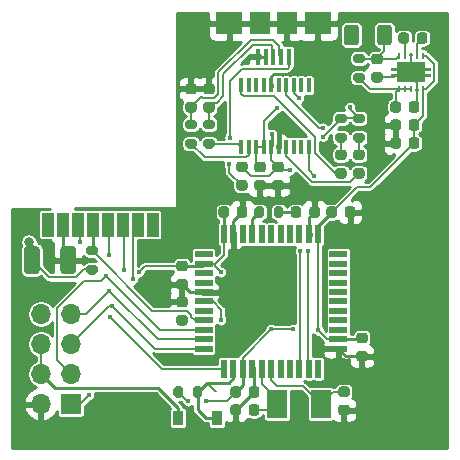
<source format=gbr>
%TF.GenerationSoftware,KiCad,Pcbnew,(5.1.9)-1*%
%TF.CreationDate,2021-02-10T20:47:27+02:00*%
%TF.ProjectId,RVP_saatja,5256505f-7361-4617-946a-612e6b696361,rev?*%
%TF.SameCoordinates,Original*%
%TF.FileFunction,Copper,L1,Top*%
%TF.FilePolarity,Positive*%
%FSLAX46Y46*%
G04 Gerber Fmt 4.6, Leading zero omitted, Abs format (unit mm)*
G04 Created by KiCad (PCBNEW (5.1.9)-1) date 2021-02-10 20:47:27*
%MOMM*%
%LPD*%
G01*
G04 APERTURE LIST*
%TA.AperFunction,SMDPad,CuDef*%
%ADD10R,0.900000X1.200000*%
%TD*%
%TA.AperFunction,ComponentPad*%
%ADD11O,1.700000X1.700000*%
%TD*%
%TA.AperFunction,ComponentPad*%
%ADD12R,1.700000X1.700000*%
%TD*%
%TA.AperFunction,SMDPad,CuDef*%
%ADD13R,0.400000X1.400000*%
%TD*%
%TA.AperFunction,SMDPad,CuDef*%
%ADD14R,2.300000X1.900000*%
%TD*%
%TA.AperFunction,SMDPad,CuDef*%
%ADD15R,1.800000X1.900000*%
%TD*%
%TA.AperFunction,SMDPad,CuDef*%
%ADD16R,1.700000X2.400000*%
%TD*%
%TA.AperFunction,SMDPad,CuDef*%
%ADD17R,0.400000X1.200000*%
%TD*%
%TA.AperFunction,SMDPad,CuDef*%
%ADD18R,1.000000X2.000000*%
%TD*%
%TA.AperFunction,SMDPad,CuDef*%
%ADD19R,0.550000X1.500000*%
%TD*%
%TA.AperFunction,SMDPad,CuDef*%
%ADD20R,1.500000X0.550000*%
%TD*%
%TA.AperFunction,ComponentPad*%
%ADD21C,0.500000*%
%TD*%
%TA.AperFunction,SMDPad,CuDef*%
%ADD22C,0.100000*%
%TD*%
%TA.AperFunction,SMDPad,CuDef*%
%ADD23R,0.240000X0.600000*%
%TD*%
%TA.AperFunction,ViaPad*%
%ADD24C,0.450000*%
%TD*%
%TA.AperFunction,ViaPad*%
%ADD25C,0.800000*%
%TD*%
%TA.AperFunction,Conductor*%
%ADD26C,0.250000*%
%TD*%
%TA.AperFunction,Conductor*%
%ADD27C,0.200000*%
%TD*%
%TA.AperFunction,Conductor*%
%ADD28C,0.254000*%
%TD*%
%TA.AperFunction,Conductor*%
%ADD29C,0.100000*%
%TD*%
G04 APERTURE END LIST*
D10*
%TO.P,D4,2*%
%TO.N,PROG_RESET_FLIP*%
X135812800Y-91846400D03*
%TO.P,D4,1*%
%TO.N,PROG_RESET*%
X132512800Y-91846400D03*
%TD*%
%TO.P,C9,2*%
%TO.N,GND*%
%TA.AperFunction,SMDPad,CuDef*%
G36*
G01*
X146308000Y-90736000D02*
X146808000Y-90736000D01*
G75*
G02*
X147033000Y-90961000I0J-225000D01*
G01*
X147033000Y-91411000D01*
G75*
G02*
X146808000Y-91636000I-225000J0D01*
G01*
X146308000Y-91636000D01*
G75*
G02*
X146083000Y-91411000I0J225000D01*
G01*
X146083000Y-90961000D01*
G75*
G02*
X146308000Y-90736000I225000J0D01*
G01*
G37*
%TD.AperFunction*%
%TO.P,C9,1*%
%TO.N,Net-(C9-Pad1)*%
%TA.AperFunction,SMDPad,CuDef*%
G36*
G01*
X146308000Y-89186000D02*
X146808000Y-89186000D01*
G75*
G02*
X147033000Y-89411000I0J-225000D01*
G01*
X147033000Y-89861000D01*
G75*
G02*
X146808000Y-90086000I-225000J0D01*
G01*
X146308000Y-90086000D01*
G75*
G02*
X146083000Y-89861000I0J225000D01*
G01*
X146083000Y-89411000D01*
G75*
G02*
X146308000Y-89186000I225000J0D01*
G01*
G37*
%TD.AperFunction*%
%TD*%
%TO.P,R10,2*%
%TO.N,VCC*%
%TA.AperFunction,SMDPad,CuDef*%
G36*
G01*
X124947000Y-78911000D02*
X125497000Y-78911000D01*
G75*
G02*
X125697000Y-79111000I0J-200000D01*
G01*
X125697000Y-79511000D01*
G75*
G02*
X125497000Y-79711000I-200000J0D01*
G01*
X124947000Y-79711000D01*
G75*
G02*
X124747000Y-79511000I0J200000D01*
G01*
X124747000Y-79111000D01*
G75*
G02*
X124947000Y-78911000I200000J0D01*
G01*
G37*
%TD.AperFunction*%
%TO.P,R10,1*%
%TO.N,CSN*%
%TA.AperFunction,SMDPad,CuDef*%
G36*
G01*
X124947000Y-77261000D02*
X125497000Y-77261000D01*
G75*
G02*
X125697000Y-77461000I0J-200000D01*
G01*
X125697000Y-77861000D01*
G75*
G02*
X125497000Y-78061000I-200000J0D01*
G01*
X124947000Y-78061000D01*
G75*
G02*
X124747000Y-77861000I0J200000D01*
G01*
X124747000Y-77461000D01*
G75*
G02*
X124947000Y-77261000I200000J0D01*
G01*
G37*
%TD.AperFunction*%
%TD*%
%TO.P,C17,2*%
%TO.N,VCC*%
%TA.AperFunction,SMDPad,CuDef*%
G36*
G01*
X145979000Y-74172000D02*
X145979000Y-74672000D01*
G75*
G02*
X145754000Y-74897000I-225000J0D01*
G01*
X145304000Y-74897000D01*
G75*
G02*
X145079000Y-74672000I0J225000D01*
G01*
X145079000Y-74172000D01*
G75*
G02*
X145304000Y-73947000I225000J0D01*
G01*
X145754000Y-73947000D01*
G75*
G02*
X145979000Y-74172000I0J-225000D01*
G01*
G37*
%TD.AperFunction*%
%TO.P,C17,1*%
%TO.N,GND*%
%TA.AperFunction,SMDPad,CuDef*%
G36*
G01*
X147529000Y-74172000D02*
X147529000Y-74672000D01*
G75*
G02*
X147304000Y-74897000I-225000J0D01*
G01*
X146854000Y-74897000D01*
G75*
G02*
X146629000Y-74672000I0J225000D01*
G01*
X146629000Y-74172000D01*
G75*
G02*
X146854000Y-73947000I225000J0D01*
G01*
X147304000Y-73947000D01*
G75*
G02*
X147529000Y-74172000I0J-225000D01*
G01*
G37*
%TD.AperFunction*%
%TD*%
%TO.P,C16,2*%
%TO.N,VCC*%
%TA.AperFunction,SMDPad,CuDef*%
G36*
G01*
X137851000Y-89412000D02*
X137851000Y-89912000D01*
G75*
G02*
X137626000Y-90137000I-225000J0D01*
G01*
X137176000Y-90137000D01*
G75*
G02*
X136951000Y-89912000I0J225000D01*
G01*
X136951000Y-89412000D01*
G75*
G02*
X137176000Y-89187000I225000J0D01*
G01*
X137626000Y-89187000D01*
G75*
G02*
X137851000Y-89412000I0J-225000D01*
G01*
G37*
%TD.AperFunction*%
%TO.P,C16,1*%
%TO.N,GND*%
%TA.AperFunction,SMDPad,CuDef*%
G36*
G01*
X139401000Y-89412000D02*
X139401000Y-89912000D01*
G75*
G02*
X139176000Y-90137000I-225000J0D01*
G01*
X138726000Y-90137000D01*
G75*
G02*
X138501000Y-89912000I0J225000D01*
G01*
X138501000Y-89412000D01*
G75*
G02*
X138726000Y-89187000I225000J0D01*
G01*
X139176000Y-89187000D01*
G75*
G02*
X139401000Y-89412000I0J-225000D01*
G01*
G37*
%TD.AperFunction*%
%TD*%
%TO.P,C15,2*%
%TO.N,Net-(C15-Pad2)*%
%TA.AperFunction,SMDPad,CuDef*%
G36*
G01*
X132592000Y-83129000D02*
X133092000Y-83129000D01*
G75*
G02*
X133317000Y-83354000I0J-225000D01*
G01*
X133317000Y-83804000D01*
G75*
G02*
X133092000Y-84029000I-225000J0D01*
G01*
X132592000Y-84029000D01*
G75*
G02*
X132367000Y-83804000I0J225000D01*
G01*
X132367000Y-83354000D01*
G75*
G02*
X132592000Y-83129000I225000J0D01*
G01*
G37*
%TD.AperFunction*%
%TO.P,C15,1*%
%TO.N,GND*%
%TA.AperFunction,SMDPad,CuDef*%
G36*
G01*
X132592000Y-81579000D02*
X133092000Y-81579000D01*
G75*
G02*
X133317000Y-81804000I0J-225000D01*
G01*
X133317000Y-82254000D01*
G75*
G02*
X133092000Y-82479000I-225000J0D01*
G01*
X132592000Y-82479000D01*
G75*
G02*
X132367000Y-82254000I0J225000D01*
G01*
X132367000Y-81804000D01*
G75*
G02*
X132592000Y-81579000I225000J0D01*
G01*
G37*
%TD.AperFunction*%
%TD*%
%TO.P,C14,2*%
%TO.N,VCC*%
%TA.AperFunction,SMDPad,CuDef*%
G36*
G01*
X148332000Y-85527000D02*
X147832000Y-85527000D01*
G75*
G02*
X147607000Y-85302000I0J225000D01*
G01*
X147607000Y-84852000D01*
G75*
G02*
X147832000Y-84627000I225000J0D01*
G01*
X148332000Y-84627000D01*
G75*
G02*
X148557000Y-84852000I0J-225000D01*
G01*
X148557000Y-85302000D01*
G75*
G02*
X148332000Y-85527000I-225000J0D01*
G01*
G37*
%TD.AperFunction*%
%TO.P,C14,1*%
%TO.N,GND*%
%TA.AperFunction,SMDPad,CuDef*%
G36*
G01*
X148332000Y-87077000D02*
X147832000Y-87077000D01*
G75*
G02*
X147607000Y-86852000I0J225000D01*
G01*
X147607000Y-86402000D01*
G75*
G02*
X147832000Y-86177000I225000J0D01*
G01*
X148332000Y-86177000D01*
G75*
G02*
X148557000Y-86402000I0J-225000D01*
G01*
X148557000Y-86852000D01*
G75*
G02*
X148332000Y-87077000I-225000J0D01*
G01*
G37*
%TD.AperFunction*%
%TD*%
%TO.P,C13,2*%
%TO.N,VCC*%
%TA.AperFunction,SMDPad,CuDef*%
G36*
G01*
X133092000Y-79431000D02*
X132592000Y-79431000D01*
G75*
G02*
X132367000Y-79206000I0J225000D01*
G01*
X132367000Y-78756000D01*
G75*
G02*
X132592000Y-78531000I225000J0D01*
G01*
X133092000Y-78531000D01*
G75*
G02*
X133317000Y-78756000I0J-225000D01*
G01*
X133317000Y-79206000D01*
G75*
G02*
X133092000Y-79431000I-225000J0D01*
G01*
G37*
%TD.AperFunction*%
%TO.P,C13,1*%
%TO.N,GND*%
%TA.AperFunction,SMDPad,CuDef*%
G36*
G01*
X133092000Y-80981000D02*
X132592000Y-80981000D01*
G75*
G02*
X132367000Y-80756000I0J225000D01*
G01*
X132367000Y-80306000D01*
G75*
G02*
X132592000Y-80081000I225000J0D01*
G01*
X133092000Y-80081000D01*
G75*
G02*
X133317000Y-80306000I0J-225000D01*
G01*
X133317000Y-80756000D01*
G75*
G02*
X133092000Y-80981000I-225000J0D01*
G01*
G37*
%TD.AperFunction*%
%TD*%
%TO.P,C12,2*%
%TO.N,Net-(C12-Pad2)*%
%TA.AperFunction,SMDPad,CuDef*%
G36*
G01*
X149602000Y-61905000D02*
X149102000Y-61905000D01*
G75*
G02*
X148877000Y-61680000I0J225000D01*
G01*
X148877000Y-61230000D01*
G75*
G02*
X149102000Y-61005000I225000J0D01*
G01*
X149602000Y-61005000D01*
G75*
G02*
X149827000Y-61230000I0J-225000D01*
G01*
X149827000Y-61680000D01*
G75*
G02*
X149602000Y-61905000I-225000J0D01*
G01*
G37*
%TD.AperFunction*%
%TO.P,C12,1*%
%TO.N,GND*%
%TA.AperFunction,SMDPad,CuDef*%
G36*
G01*
X149602000Y-63455000D02*
X149102000Y-63455000D01*
G75*
G02*
X148877000Y-63230000I0J225000D01*
G01*
X148877000Y-62780000D01*
G75*
G02*
X149102000Y-62555000I225000J0D01*
G01*
X149602000Y-62555000D01*
G75*
G02*
X149827000Y-62780000I0J-225000D01*
G01*
X149827000Y-63230000D01*
G75*
G02*
X149602000Y-63455000I-225000J0D01*
G01*
G37*
%TD.AperFunction*%
%TD*%
%TO.P,C11,2*%
%TO.N,VCC*%
%TA.AperFunction,SMDPad,CuDef*%
G36*
G01*
X136835000Y-74172000D02*
X136835000Y-74672000D01*
G75*
G02*
X136610000Y-74897000I-225000J0D01*
G01*
X136160000Y-74897000D01*
G75*
G02*
X135935000Y-74672000I0J225000D01*
G01*
X135935000Y-74172000D01*
G75*
G02*
X136160000Y-73947000I225000J0D01*
G01*
X136610000Y-73947000D01*
G75*
G02*
X136835000Y-74172000I0J-225000D01*
G01*
G37*
%TD.AperFunction*%
%TO.P,C11,1*%
%TO.N,GND*%
%TA.AperFunction,SMDPad,CuDef*%
G36*
G01*
X138385000Y-74172000D02*
X138385000Y-74672000D01*
G75*
G02*
X138160000Y-74897000I-225000J0D01*
G01*
X137710000Y-74897000D01*
G75*
G02*
X137485000Y-74672000I0J225000D01*
G01*
X137485000Y-74172000D01*
G75*
G02*
X137710000Y-73947000I225000J0D01*
G01*
X138160000Y-73947000D01*
G75*
G02*
X138385000Y-74172000I0J-225000D01*
G01*
G37*
%TD.AperFunction*%
%TD*%
%TO.P,C4,2*%
%TO.N,GND*%
%TA.AperFunction,SMDPad,CuDef*%
G36*
G01*
X122541000Y-79411003D02*
X122541000Y-77560997D01*
G75*
G02*
X122790997Y-77311000I249997J0D01*
G01*
X123616003Y-77311000D01*
G75*
G02*
X123866000Y-77560997I0J-249997D01*
G01*
X123866000Y-79411003D01*
G75*
G02*
X123616003Y-79661000I-249997J0D01*
G01*
X122790997Y-79661000D01*
G75*
G02*
X122541000Y-79411003I0J249997D01*
G01*
G37*
%TD.AperFunction*%
%TO.P,C4,1*%
%TO.N,VCC*%
%TA.AperFunction,SMDPad,CuDef*%
G36*
G01*
X119466000Y-79411003D02*
X119466000Y-77560997D01*
G75*
G02*
X119715997Y-77311000I249997J0D01*
G01*
X120541003Y-77311000D01*
G75*
G02*
X120791000Y-77560997I0J-249997D01*
G01*
X120791000Y-79411003D01*
G75*
G02*
X120541003Y-79661000I-249997J0D01*
G01*
X119715997Y-79661000D01*
G75*
G02*
X119466000Y-79411003I0J249997D01*
G01*
G37*
%TD.AperFunction*%
%TD*%
D11*
%TO.P,J2,8*%
%TO.N,Net-(J2-Pad8)*%
X120904000Y-83058000D03*
%TO.P,J2,7*%
%TO.N,MOSI*%
X123444000Y-83058000D03*
%TO.P,J2,6*%
%TO.N,PROG_RESET*%
X120904000Y-85598000D03*
%TO.P,J2,5*%
%TO.N,MISO*%
X123444000Y-85598000D03*
%TO.P,J2,4*%
%TO.N,PROG_RESET*%
X120904000Y-88138000D03*
%TO.P,J2,3*%
%TO.N,SCK*%
X123444000Y-88138000D03*
%TO.P,J2,2*%
%TO.N,GND*%
X120904000Y-90678000D03*
D12*
%TO.P,J2,1*%
%TO.N,VCC_FTDI*%
X123444000Y-90678000D03*
%TD*%
%TO.P,F1,2*%
%TO.N,VCC_FTDI*%
%TA.AperFunction,SMDPad,CuDef*%
G36*
G01*
X147815000Y-58811000D02*
X147815000Y-60061000D01*
G75*
G02*
X147565000Y-60311000I-250000J0D01*
G01*
X146815000Y-60311000D01*
G75*
G02*
X146565000Y-60061000I0J250000D01*
G01*
X146565000Y-58811000D01*
G75*
G02*
X146815000Y-58561000I250000J0D01*
G01*
X147565000Y-58561000D01*
G75*
G02*
X147815000Y-58811000I0J-250000D01*
G01*
G37*
%TD.AperFunction*%
%TO.P,F1,1*%
%TO.N,Net-(C12-Pad2)*%
%TA.AperFunction,SMDPad,CuDef*%
G36*
G01*
X150615000Y-58811000D02*
X150615000Y-60061000D01*
G75*
G02*
X150365000Y-60311000I-250000J0D01*
G01*
X149615000Y-60311000D01*
G75*
G02*
X149365000Y-60061000I0J250000D01*
G01*
X149365000Y-58811000D01*
G75*
G02*
X149615000Y-58561000I250000J0D01*
G01*
X150365000Y-58561000D01*
G75*
G02*
X150615000Y-58811000I0J-250000D01*
G01*
G37*
%TD.AperFunction*%
%TD*%
%TO.P,FB1,2*%
%TO.N,Net-(FB1-Pad2)*%
%TA.AperFunction,SMDPad,CuDef*%
G36*
G01*
X137665750Y-71724000D02*
X138178250Y-71724000D01*
G75*
G02*
X138397000Y-71942750I0J-218750D01*
G01*
X138397000Y-72380250D01*
G75*
G02*
X138178250Y-72599000I-218750J0D01*
G01*
X137665750Y-72599000D01*
G75*
G02*
X137447000Y-72380250I0J218750D01*
G01*
X137447000Y-71942750D01*
G75*
G02*
X137665750Y-71724000I218750J0D01*
G01*
G37*
%TD.AperFunction*%
%TO.P,FB1,1*%
%TO.N,VCC_FTDI*%
%TA.AperFunction,SMDPad,CuDef*%
G36*
G01*
X137665750Y-70149000D02*
X138178250Y-70149000D01*
G75*
G02*
X138397000Y-70367750I0J-218750D01*
G01*
X138397000Y-70805250D01*
G75*
G02*
X138178250Y-71024000I-218750J0D01*
G01*
X137665750Y-71024000D01*
G75*
G02*
X137447000Y-70805250I0J218750D01*
G01*
X137447000Y-70367750D01*
G75*
G02*
X137665750Y-70149000I218750J0D01*
G01*
G37*
%TD.AperFunction*%
%TD*%
D13*
%TO.P,J1,1*%
%TO.N,Net-(FB1-Pad2)*%
X141882000Y-61270000D03*
%TO.P,J1,2*%
%TO.N,D-*%
X141232000Y-61270000D03*
%TO.P,J1,3*%
%TO.N,D+*%
X140582000Y-61270000D03*
%TO.P,J1,4*%
%TO.N,GND*%
X139932000Y-61270000D03*
%TO.P,J1,5*%
X139282000Y-61270000D03*
D14*
%TO.P,J1,6*%
X144332000Y-58420000D03*
X136832000Y-58420000D03*
D15*
X141732000Y-58420000D03*
X139432000Y-58420000D03*
%TD*%
D16*
%TO.P,Y1,2*%
%TO.N,Net-(C10-Pad1)*%
X140898000Y-90678000D03*
%TO.P,Y1,1*%
%TO.N,Net-(C9-Pad1)*%
X144598000Y-90678000D03*
%TD*%
D17*
%TO.P,U4,20*%
%TO.N,TX*%
X143573500Y-68894000D03*
%TO.P,U4,19*%
%TO.N,Net-(U4-Pad19)*%
X142938500Y-68894000D03*
%TO.P,U4,18*%
%TO.N,Net-(U4-Pad18)*%
X142303500Y-68894000D03*
%TO.P,U4,17*%
%TO.N,Net-(D1-Pad1)*%
X141668500Y-68894000D03*
%TO.P,U4,16*%
%TO.N,GND*%
X141033500Y-68894000D03*
%TO.P,U4,15*%
%TO.N,VCC_FTDI*%
X140398500Y-68894000D03*
%TO.P,U4,14*%
%TO.N,Net-(C7-Pad1)*%
X139763500Y-68894000D03*
%TO.P,U4,13*%
X139128500Y-68894000D03*
%TO.P,U4,12*%
%TO.N,Net-(R3-Pad2)*%
X138493500Y-68894000D03*
%TO.P,U4,11*%
%TO.N,Net-(R2-Pad2)*%
X137858500Y-68894000D03*
%TO.P,U4,10*%
%TO.N,Net-(D2-Pad1)*%
X137858500Y-63694000D03*
%TO.P,U4,9*%
%TO.N,Net-(U4-Pad9)*%
X138493500Y-63694000D03*
%TO.P,U4,8*%
%TO.N,Net-(U4-Pad8)*%
X139128500Y-63694000D03*
%TO.P,U4,7*%
%TO.N,Net-(U4-Pad7)*%
X139763500Y-63694000D03*
%TO.P,U4,6*%
%TO.N,GND*%
X140398500Y-63694000D03*
%TO.P,U4,5*%
%TO.N,Net-(U4-Pad5)*%
X141033500Y-63694000D03*
%TO.P,U4,4*%
%TO.N,RX*%
X141668500Y-63694000D03*
%TO.P,U4,3*%
%TO.N,Net-(C7-Pad1)*%
X142303500Y-63694000D03*
%TO.P,U4,2*%
%TO.N,Net-(U4-Pad2)*%
X142938500Y-63694000D03*
%TO.P,U4,1*%
%TO.N,Net-(U4-Pad1)*%
X143573500Y-63694000D03*
%TD*%
%TO.P,R7,2*%
%TO.N,Net-(D3-Pad2)*%
%TA.AperFunction,SMDPad,CuDef*%
G36*
G01*
X140633000Y-74697000D02*
X140633000Y-74147000D01*
G75*
G02*
X140833000Y-73947000I200000J0D01*
G01*
X141233000Y-73947000D01*
G75*
G02*
X141433000Y-74147000I0J-200000D01*
G01*
X141433000Y-74697000D01*
G75*
G02*
X141233000Y-74897000I-200000J0D01*
G01*
X140833000Y-74897000D01*
G75*
G02*
X140633000Y-74697000I0J200000D01*
G01*
G37*
%TD.AperFunction*%
%TO.P,R7,1*%
%TO.N,Net-(R7-Pad1)*%
%TA.AperFunction,SMDPad,CuDef*%
G36*
G01*
X138983000Y-74697000D02*
X138983000Y-74147000D01*
G75*
G02*
X139183000Y-73947000I200000J0D01*
G01*
X139583000Y-73947000D01*
G75*
G02*
X139783000Y-74147000I0J-200000D01*
G01*
X139783000Y-74697000D01*
G75*
G02*
X139583000Y-74897000I-200000J0D01*
G01*
X139183000Y-74897000D01*
G75*
G02*
X138983000Y-74697000I0J200000D01*
G01*
G37*
%TD.AperFunction*%
%TD*%
%TO.P,R6,2*%
%TO.N,VCC*%
%TA.AperFunction,SMDPad,CuDef*%
G36*
G01*
X132925000Y-89387000D02*
X132925000Y-89937000D01*
G75*
G02*
X132725000Y-90137000I-200000J0D01*
G01*
X132325000Y-90137000D01*
G75*
G02*
X132125000Y-89937000I0J200000D01*
G01*
X132125000Y-89387000D01*
G75*
G02*
X132325000Y-89187000I200000J0D01*
G01*
X132725000Y-89187000D01*
G75*
G02*
X132925000Y-89387000I0J-200000D01*
G01*
G37*
%TD.AperFunction*%
%TO.P,R6,1*%
%TO.N,PROG_RESET_FLIP*%
%TA.AperFunction,SMDPad,CuDef*%
G36*
G01*
X134575000Y-89387000D02*
X134575000Y-89937000D01*
G75*
G02*
X134375000Y-90137000I-200000J0D01*
G01*
X133975000Y-90137000D01*
G75*
G02*
X133775000Y-89937000I0J200000D01*
G01*
X133775000Y-89387000D01*
G75*
G02*
X133975000Y-89187000I200000J0D01*
G01*
X134375000Y-89187000D01*
G75*
G02*
X134575000Y-89387000I0J-200000D01*
G01*
G37*
%TD.AperFunction*%
%TD*%
%TO.P,R5,2*%
%TO.N,Net-(D2-Pad2)*%
%TA.AperFunction,SMDPad,CuDef*%
G36*
G01*
X146029000Y-67735000D02*
X146579000Y-67735000D01*
G75*
G02*
X146779000Y-67935000I0J-200000D01*
G01*
X146779000Y-68335000D01*
G75*
G02*
X146579000Y-68535000I-200000J0D01*
G01*
X146029000Y-68535000D01*
G75*
G02*
X145829000Y-68335000I0J200000D01*
G01*
X145829000Y-67935000D01*
G75*
G02*
X146029000Y-67735000I200000J0D01*
G01*
G37*
%TD.AperFunction*%
%TO.P,R5,1*%
%TO.N,VCC_FTDI*%
%TA.AperFunction,SMDPad,CuDef*%
G36*
G01*
X146029000Y-66085000D02*
X146579000Y-66085000D01*
G75*
G02*
X146779000Y-66285000I0J-200000D01*
G01*
X146779000Y-66685000D01*
G75*
G02*
X146579000Y-66885000I-200000J0D01*
G01*
X146029000Y-66885000D01*
G75*
G02*
X145829000Y-66685000I0J200000D01*
G01*
X145829000Y-66285000D01*
G75*
G02*
X146029000Y-66085000I200000J0D01*
G01*
G37*
%TD.AperFunction*%
%TD*%
%TO.P,R4,2*%
%TO.N,Net-(D1-Pad2)*%
%TA.AperFunction,SMDPad,CuDef*%
G36*
G01*
X147553000Y-67735000D02*
X148103000Y-67735000D01*
G75*
G02*
X148303000Y-67935000I0J-200000D01*
G01*
X148303000Y-68335000D01*
G75*
G02*
X148103000Y-68535000I-200000J0D01*
G01*
X147553000Y-68535000D01*
G75*
G02*
X147353000Y-68335000I0J200000D01*
G01*
X147353000Y-67935000D01*
G75*
G02*
X147553000Y-67735000I200000J0D01*
G01*
G37*
%TD.AperFunction*%
%TO.P,R4,1*%
%TO.N,VCC_FTDI*%
%TA.AperFunction,SMDPad,CuDef*%
G36*
G01*
X147553000Y-66085000D02*
X148103000Y-66085000D01*
G75*
G02*
X148303000Y-66285000I0J-200000D01*
G01*
X148303000Y-66685000D01*
G75*
G02*
X148103000Y-66885000I-200000J0D01*
G01*
X147553000Y-66885000D01*
G75*
G02*
X147353000Y-66685000I0J200000D01*
G01*
X147353000Y-66285000D01*
G75*
G02*
X147553000Y-66085000I200000J0D01*
G01*
G37*
%TD.AperFunction*%
%TD*%
%TO.P,R3,2*%
%TO.N,Net-(R3-Pad2)*%
%TA.AperFunction,SMDPad,CuDef*%
G36*
G01*
X133329000Y-68243000D02*
X133879000Y-68243000D01*
G75*
G02*
X134079000Y-68443000I0J-200000D01*
G01*
X134079000Y-68843000D01*
G75*
G02*
X133879000Y-69043000I-200000J0D01*
G01*
X133329000Y-69043000D01*
G75*
G02*
X133129000Y-68843000I0J200000D01*
G01*
X133129000Y-68443000D01*
G75*
G02*
X133329000Y-68243000I200000J0D01*
G01*
G37*
%TD.AperFunction*%
%TO.P,R3,1*%
%TO.N,D-*%
%TA.AperFunction,SMDPad,CuDef*%
G36*
G01*
X133329000Y-66593000D02*
X133879000Y-66593000D01*
G75*
G02*
X134079000Y-66793000I0J-200000D01*
G01*
X134079000Y-67193000D01*
G75*
G02*
X133879000Y-67393000I-200000J0D01*
G01*
X133329000Y-67393000D01*
G75*
G02*
X133129000Y-67193000I0J200000D01*
G01*
X133129000Y-66793000D01*
G75*
G02*
X133329000Y-66593000I200000J0D01*
G01*
G37*
%TD.AperFunction*%
%TD*%
%TO.P,R2,2*%
%TO.N,Net-(R2-Pad2)*%
%TA.AperFunction,SMDPad,CuDef*%
G36*
G01*
X134853000Y-68243000D02*
X135403000Y-68243000D01*
G75*
G02*
X135603000Y-68443000I0J-200000D01*
G01*
X135603000Y-68843000D01*
G75*
G02*
X135403000Y-69043000I-200000J0D01*
G01*
X134853000Y-69043000D01*
G75*
G02*
X134653000Y-68843000I0J200000D01*
G01*
X134653000Y-68443000D01*
G75*
G02*
X134853000Y-68243000I200000J0D01*
G01*
G37*
%TD.AperFunction*%
%TO.P,R2,1*%
%TO.N,D+*%
%TA.AperFunction,SMDPad,CuDef*%
G36*
G01*
X134853000Y-66593000D02*
X135403000Y-66593000D01*
G75*
G02*
X135603000Y-66793000I0J-200000D01*
G01*
X135603000Y-67193000D01*
G75*
G02*
X135403000Y-67393000I-200000J0D01*
G01*
X134853000Y-67393000D01*
G75*
G02*
X134653000Y-67193000I0J200000D01*
G01*
X134653000Y-66793000D01*
G75*
G02*
X134853000Y-66593000I200000J0D01*
G01*
G37*
%TD.AperFunction*%
%TD*%
%TO.P,D3,2*%
%TO.N,Net-(D3-Pad2)*%
%TA.AperFunction,SMDPad,CuDef*%
G36*
G01*
X142931500Y-74165750D02*
X142931500Y-74678250D01*
G75*
G02*
X142712750Y-74897000I-218750J0D01*
G01*
X142275250Y-74897000D01*
G75*
G02*
X142056500Y-74678250I0J218750D01*
G01*
X142056500Y-74165750D01*
G75*
G02*
X142275250Y-73947000I218750J0D01*
G01*
X142712750Y-73947000D01*
G75*
G02*
X142931500Y-74165750I0J-218750D01*
G01*
G37*
%TD.AperFunction*%
%TO.P,D3,1*%
%TO.N,GND*%
%TA.AperFunction,SMDPad,CuDef*%
G36*
G01*
X144506500Y-74165750D02*
X144506500Y-74678250D01*
G75*
G02*
X144287750Y-74897000I-218750J0D01*
G01*
X143850250Y-74897000D01*
G75*
G02*
X143631500Y-74678250I0J218750D01*
G01*
X143631500Y-74165750D01*
G75*
G02*
X143850250Y-73947000I218750J0D01*
G01*
X144287750Y-73947000D01*
G75*
G02*
X144506500Y-74165750I0J-218750D01*
G01*
G37*
%TD.AperFunction*%
%TD*%
%TO.P,D2,2*%
%TO.N,Net-(D2-Pad2)*%
%TA.AperFunction,SMDPad,CuDef*%
G36*
G01*
X146560250Y-70008000D02*
X146047750Y-70008000D01*
G75*
G02*
X145829000Y-69789250I0J218750D01*
G01*
X145829000Y-69351750D01*
G75*
G02*
X146047750Y-69133000I218750J0D01*
G01*
X146560250Y-69133000D01*
G75*
G02*
X146779000Y-69351750I0J-218750D01*
G01*
X146779000Y-69789250D01*
G75*
G02*
X146560250Y-70008000I-218750J0D01*
G01*
G37*
%TD.AperFunction*%
%TO.P,D2,1*%
%TO.N,Net-(D2-Pad1)*%
%TA.AperFunction,SMDPad,CuDef*%
G36*
G01*
X146560250Y-71583000D02*
X146047750Y-71583000D01*
G75*
G02*
X145829000Y-71364250I0J218750D01*
G01*
X145829000Y-70926750D01*
G75*
G02*
X146047750Y-70708000I218750J0D01*
G01*
X146560250Y-70708000D01*
G75*
G02*
X146779000Y-70926750I0J-218750D01*
G01*
X146779000Y-71364250D01*
G75*
G02*
X146560250Y-71583000I-218750J0D01*
G01*
G37*
%TD.AperFunction*%
%TD*%
%TO.P,D1,2*%
%TO.N,Net-(D1-Pad2)*%
%TA.AperFunction,SMDPad,CuDef*%
G36*
G01*
X148084250Y-70008000D02*
X147571750Y-70008000D01*
G75*
G02*
X147353000Y-69789250I0J218750D01*
G01*
X147353000Y-69351750D01*
G75*
G02*
X147571750Y-69133000I218750J0D01*
G01*
X148084250Y-69133000D01*
G75*
G02*
X148303000Y-69351750I0J-218750D01*
G01*
X148303000Y-69789250D01*
G75*
G02*
X148084250Y-70008000I-218750J0D01*
G01*
G37*
%TD.AperFunction*%
%TO.P,D1,1*%
%TO.N,Net-(D1-Pad1)*%
%TA.AperFunction,SMDPad,CuDef*%
G36*
G01*
X148084250Y-71583000D02*
X147571750Y-71583000D01*
G75*
G02*
X147353000Y-71364250I0J218750D01*
G01*
X147353000Y-70926750D01*
G75*
G02*
X147571750Y-70708000I218750J0D01*
G01*
X148084250Y-70708000D01*
G75*
G02*
X148303000Y-70926750I0J-218750D01*
G01*
X148303000Y-71364250D01*
G75*
G02*
X148084250Y-71583000I-218750J0D01*
G01*
G37*
%TD.AperFunction*%
%TD*%
%TO.P,C10,2*%
%TO.N,GND*%
%TA.AperFunction,SMDPad,CuDef*%
G36*
G01*
X137851000Y-90936000D02*
X137851000Y-91436000D01*
G75*
G02*
X137626000Y-91661000I-225000J0D01*
G01*
X137176000Y-91661000D01*
G75*
G02*
X136951000Y-91436000I0J225000D01*
G01*
X136951000Y-90936000D01*
G75*
G02*
X137176000Y-90711000I225000J0D01*
G01*
X137626000Y-90711000D01*
G75*
G02*
X137851000Y-90936000I0J-225000D01*
G01*
G37*
%TD.AperFunction*%
%TO.P,C10,1*%
%TO.N,Net-(C10-Pad1)*%
%TA.AperFunction,SMDPad,CuDef*%
G36*
G01*
X139401000Y-90936000D02*
X139401000Y-91436000D01*
G75*
G02*
X139176000Y-91661000I-225000J0D01*
G01*
X138726000Y-91661000D01*
G75*
G02*
X138501000Y-91436000I0J225000D01*
G01*
X138501000Y-90936000D01*
G75*
G02*
X138726000Y-90711000I225000J0D01*
G01*
X139176000Y-90711000D01*
G75*
G02*
X139401000Y-90936000I0J-225000D01*
G01*
G37*
%TD.AperFunction*%
%TD*%
%TO.P,C8,2*%
%TO.N,GND*%
%TA.AperFunction,SMDPad,CuDef*%
G36*
G01*
X140720000Y-71699000D02*
X141220000Y-71699000D01*
G75*
G02*
X141445000Y-71924000I0J-225000D01*
G01*
X141445000Y-72374000D01*
G75*
G02*
X141220000Y-72599000I-225000J0D01*
G01*
X140720000Y-72599000D01*
G75*
G02*
X140495000Y-72374000I0J225000D01*
G01*
X140495000Y-71924000D01*
G75*
G02*
X140720000Y-71699000I225000J0D01*
G01*
G37*
%TD.AperFunction*%
%TO.P,C8,1*%
%TO.N,VCC_FTDI*%
%TA.AperFunction,SMDPad,CuDef*%
G36*
G01*
X140720000Y-70149000D02*
X141220000Y-70149000D01*
G75*
G02*
X141445000Y-70374000I0J-225000D01*
G01*
X141445000Y-70824000D01*
G75*
G02*
X141220000Y-71049000I-225000J0D01*
G01*
X140720000Y-71049000D01*
G75*
G02*
X140495000Y-70824000I0J225000D01*
G01*
X140495000Y-70374000D01*
G75*
G02*
X140720000Y-70149000I225000J0D01*
G01*
G37*
%TD.AperFunction*%
%TD*%
%TO.P,C7,2*%
%TO.N,GND*%
%TA.AperFunction,SMDPad,CuDef*%
G36*
G01*
X139196000Y-71699000D02*
X139696000Y-71699000D01*
G75*
G02*
X139921000Y-71924000I0J-225000D01*
G01*
X139921000Y-72374000D01*
G75*
G02*
X139696000Y-72599000I-225000J0D01*
G01*
X139196000Y-72599000D01*
G75*
G02*
X138971000Y-72374000I0J225000D01*
G01*
X138971000Y-71924000D01*
G75*
G02*
X139196000Y-71699000I225000J0D01*
G01*
G37*
%TD.AperFunction*%
%TO.P,C7,1*%
%TO.N,Net-(C7-Pad1)*%
%TA.AperFunction,SMDPad,CuDef*%
G36*
G01*
X139196000Y-70149000D02*
X139696000Y-70149000D01*
G75*
G02*
X139921000Y-70374000I0J-225000D01*
G01*
X139921000Y-70824000D01*
G75*
G02*
X139696000Y-71049000I-225000J0D01*
G01*
X139196000Y-71049000D01*
G75*
G02*
X138971000Y-70824000I0J225000D01*
G01*
X138971000Y-70374000D01*
G75*
G02*
X139196000Y-70149000I225000J0D01*
G01*
G37*
%TD.AperFunction*%
%TD*%
%TO.P,C6,2*%
%TO.N,GND*%
%TA.AperFunction,SMDPad,CuDef*%
G36*
G01*
X133854000Y-64445000D02*
X133354000Y-64445000D01*
G75*
G02*
X133129000Y-64220000I0J225000D01*
G01*
X133129000Y-63770000D01*
G75*
G02*
X133354000Y-63545000I225000J0D01*
G01*
X133854000Y-63545000D01*
G75*
G02*
X134079000Y-63770000I0J-225000D01*
G01*
X134079000Y-64220000D01*
G75*
G02*
X133854000Y-64445000I-225000J0D01*
G01*
G37*
%TD.AperFunction*%
%TO.P,C6,1*%
%TO.N,D-*%
%TA.AperFunction,SMDPad,CuDef*%
G36*
G01*
X133854000Y-65995000D02*
X133354000Y-65995000D01*
G75*
G02*
X133129000Y-65770000I0J225000D01*
G01*
X133129000Y-65320000D01*
G75*
G02*
X133354000Y-65095000I225000J0D01*
G01*
X133854000Y-65095000D01*
G75*
G02*
X134079000Y-65320000I0J-225000D01*
G01*
X134079000Y-65770000D01*
G75*
G02*
X133854000Y-65995000I-225000J0D01*
G01*
G37*
%TD.AperFunction*%
%TD*%
%TO.P,C5,2*%
%TO.N,GND*%
%TA.AperFunction,SMDPad,CuDef*%
G36*
G01*
X135378000Y-64445000D02*
X134878000Y-64445000D01*
G75*
G02*
X134653000Y-64220000I0J225000D01*
G01*
X134653000Y-63770000D01*
G75*
G02*
X134878000Y-63545000I225000J0D01*
G01*
X135378000Y-63545000D01*
G75*
G02*
X135603000Y-63770000I0J-225000D01*
G01*
X135603000Y-64220000D01*
G75*
G02*
X135378000Y-64445000I-225000J0D01*
G01*
G37*
%TD.AperFunction*%
%TO.P,C5,1*%
%TO.N,D+*%
%TA.AperFunction,SMDPad,CuDef*%
G36*
G01*
X135378000Y-65995000D02*
X134878000Y-65995000D01*
G75*
G02*
X134653000Y-65770000I0J225000D01*
G01*
X134653000Y-65320000D01*
G75*
G02*
X134878000Y-65095000I225000J0D01*
G01*
X135378000Y-65095000D01*
G75*
G02*
X135603000Y-65320000I0J-225000D01*
G01*
X135603000Y-65770000D01*
G75*
G02*
X135378000Y-65995000I-225000J0D01*
G01*
G37*
%TD.AperFunction*%
%TD*%
%TO.P,R1,2*%
%TO.N,Net-(C12-Pad2)*%
%TA.AperFunction,SMDPad,CuDef*%
G36*
G01*
X148103000Y-61805000D02*
X147553000Y-61805000D01*
G75*
G02*
X147353000Y-61605000I0J200000D01*
G01*
X147353000Y-61205000D01*
G75*
G02*
X147553000Y-61005000I200000J0D01*
G01*
X148103000Y-61005000D01*
G75*
G02*
X148303000Y-61205000I0J-200000D01*
G01*
X148303000Y-61605000D01*
G75*
G02*
X148103000Y-61805000I-200000J0D01*
G01*
G37*
%TD.AperFunction*%
%TO.P,R1,1*%
%TO.N,Net-(C1-Pad2)*%
%TA.AperFunction,SMDPad,CuDef*%
G36*
G01*
X148103000Y-63455000D02*
X147553000Y-63455000D01*
G75*
G02*
X147353000Y-63255000I0J200000D01*
G01*
X147353000Y-62855000D01*
G75*
G02*
X147553000Y-62655000I200000J0D01*
G01*
X148103000Y-62655000D01*
G75*
G02*
X148303000Y-62855000I0J-200000D01*
G01*
X148303000Y-63255000D01*
G75*
G02*
X148103000Y-63455000I-200000J0D01*
G01*
G37*
%TD.AperFunction*%
%TD*%
%TO.P,L1,2*%
%TO.N,Net-(L1-Pad2)*%
%TA.AperFunction,SMDPad,CuDef*%
G36*
G01*
X152750000Y-59946250D02*
X152750000Y-59433750D01*
G75*
G02*
X152968750Y-59215000I218750J0D01*
G01*
X153406250Y-59215000D01*
G75*
G02*
X153625000Y-59433750I0J-218750D01*
G01*
X153625000Y-59946250D01*
G75*
G02*
X153406250Y-60165000I-218750J0D01*
G01*
X152968750Y-60165000D01*
G75*
G02*
X152750000Y-59946250I0J218750D01*
G01*
G37*
%TD.AperFunction*%
%TO.P,L1,1*%
%TO.N,Net-(L1-Pad1)*%
%TA.AperFunction,SMDPad,CuDef*%
G36*
G01*
X151175000Y-59946250D02*
X151175000Y-59433750D01*
G75*
G02*
X151393750Y-59215000I218750J0D01*
G01*
X151831250Y-59215000D01*
G75*
G02*
X152050000Y-59433750I0J-218750D01*
G01*
X152050000Y-59946250D01*
G75*
G02*
X151831250Y-60165000I-218750J0D01*
G01*
X151393750Y-60165000D01*
G75*
G02*
X151175000Y-59946250I0J218750D01*
G01*
G37*
%TD.AperFunction*%
%TD*%
%TO.P,C3,2*%
%TO.N,GND*%
%TA.AperFunction,SMDPad,CuDef*%
G36*
G01*
X151379000Y-68330000D02*
X151379000Y-68830000D01*
G75*
G02*
X151154000Y-69055000I-225000J0D01*
G01*
X150704000Y-69055000D01*
G75*
G02*
X150479000Y-68830000I0J225000D01*
G01*
X150479000Y-68330000D01*
G75*
G02*
X150704000Y-68105000I225000J0D01*
G01*
X151154000Y-68105000D01*
G75*
G02*
X151379000Y-68330000I0J-225000D01*
G01*
G37*
%TD.AperFunction*%
%TO.P,C3,1*%
%TO.N,VCC*%
%TA.AperFunction,SMDPad,CuDef*%
G36*
G01*
X152929000Y-68330000D02*
X152929000Y-68830000D01*
G75*
G02*
X152704000Y-69055000I-225000J0D01*
G01*
X152254000Y-69055000D01*
G75*
G02*
X152029000Y-68830000I0J225000D01*
G01*
X152029000Y-68330000D01*
G75*
G02*
X152254000Y-68105000I225000J0D01*
G01*
X152704000Y-68105000D01*
G75*
G02*
X152929000Y-68330000I0J-225000D01*
G01*
G37*
%TD.AperFunction*%
%TD*%
%TO.P,C2,2*%
%TO.N,GND*%
%TA.AperFunction,SMDPad,CuDef*%
G36*
G01*
X151379000Y-66806000D02*
X151379000Y-67306000D01*
G75*
G02*
X151154000Y-67531000I-225000J0D01*
G01*
X150704000Y-67531000D01*
G75*
G02*
X150479000Y-67306000I0J225000D01*
G01*
X150479000Y-66806000D01*
G75*
G02*
X150704000Y-66581000I225000J0D01*
G01*
X151154000Y-66581000D01*
G75*
G02*
X151379000Y-66806000I0J-225000D01*
G01*
G37*
%TD.AperFunction*%
%TO.P,C2,1*%
%TO.N,VCC*%
%TA.AperFunction,SMDPad,CuDef*%
G36*
G01*
X152929000Y-66806000D02*
X152929000Y-67306000D01*
G75*
G02*
X152704000Y-67531000I-225000J0D01*
G01*
X152254000Y-67531000D01*
G75*
G02*
X152029000Y-67306000I0J225000D01*
G01*
X152029000Y-66806000D01*
G75*
G02*
X152254000Y-66581000I225000J0D01*
G01*
X152704000Y-66581000D01*
G75*
G02*
X152929000Y-66806000I0J-225000D01*
G01*
G37*
%TD.AperFunction*%
%TD*%
%TO.P,C1,2*%
%TO.N,Net-(C1-Pad2)*%
%TA.AperFunction,SMDPad,CuDef*%
G36*
G01*
X151379000Y-65282000D02*
X151379000Y-65782000D01*
G75*
G02*
X151154000Y-66007000I-225000J0D01*
G01*
X150704000Y-66007000D01*
G75*
G02*
X150479000Y-65782000I0J225000D01*
G01*
X150479000Y-65282000D01*
G75*
G02*
X150704000Y-65057000I225000J0D01*
G01*
X151154000Y-65057000D01*
G75*
G02*
X151379000Y-65282000I0J-225000D01*
G01*
G37*
%TD.AperFunction*%
%TO.P,C1,1*%
%TO.N,GND*%
%TA.AperFunction,SMDPad,CuDef*%
G36*
G01*
X152929000Y-65282000D02*
X152929000Y-65782000D01*
G75*
G02*
X152704000Y-66007000I-225000J0D01*
G01*
X152254000Y-66007000D01*
G75*
G02*
X152029000Y-65782000I0J225000D01*
G01*
X152029000Y-65282000D01*
G75*
G02*
X152254000Y-65057000I225000J0D01*
G01*
X152704000Y-65057000D01*
G75*
G02*
X152929000Y-65282000I0J-225000D01*
G01*
G37*
%TD.AperFunction*%
%TD*%
D18*
%TO.P,U3,8*%
%TO.N,Net-(U3-Pad8)*%
X130364000Y-75486000D03*
%TO.P,U3,7*%
%TO.N,MISO*%
X129094000Y-75486000D03*
%TO.P,U3,6*%
%TO.N,MOSI*%
X127824000Y-75486000D03*
%TO.P,U3,5*%
%TO.N,SCK*%
X126554000Y-75486000D03*
%TO.P,U3,4*%
%TO.N,CSN*%
X125284000Y-75486000D03*
%TO.P,U3,3*%
%TO.N,CE*%
X124014000Y-75486000D03*
%TO.P,U3,2*%
%TO.N,GND*%
X122744000Y-75486000D03*
%TO.P,U3,1*%
%TO.N,VCC*%
X121474000Y-75486000D03*
%TD*%
D19*
%TO.P,U2,44*%
%TO.N,VCC*%
X136386000Y-76294000D03*
%TO.P,U2,43*%
%TO.N,GND*%
X137186000Y-76294000D03*
%TO.P,U2,42*%
%TO.N,Net-(U2-Pad42)*%
X137986000Y-76294000D03*
%TO.P,U2,41*%
%TO.N,Net-(R7-Pad1)*%
X138786000Y-76294000D03*
%TO.P,U2,40*%
%TO.N,Net-(U2-Pad40)*%
X139586000Y-76294000D03*
%TO.P,U2,39*%
%TO.N,Net-(U2-Pad39)*%
X140386000Y-76294000D03*
%TO.P,U2,38*%
%TO.N,Net-(U2-Pad38)*%
X141186000Y-76294000D03*
%TO.P,U2,37*%
%TO.N,Net-(U2-Pad37)*%
X141986000Y-76294000D03*
%TO.P,U2,36*%
%TO.N,Net-(U2-Pad36)*%
X142786000Y-76294000D03*
%TO.P,U2,35*%
%TO.N,GND*%
X143586000Y-76294000D03*
%TO.P,U2,34*%
%TO.N,VCC*%
X144386000Y-76294000D03*
D20*
%TO.P,U2,33*%
%TO.N,Net-(U2-Pad33)*%
X146086000Y-77994000D03*
%TO.P,U2,32*%
%TO.N,Net-(U2-Pad32)*%
X146086000Y-78794000D03*
%TO.P,U2,31*%
%TO.N,Net-(U2-Pad31)*%
X146086000Y-79594000D03*
%TO.P,U2,30*%
%TO.N,Net-(U2-Pad30)*%
X146086000Y-80394000D03*
%TO.P,U2,29*%
%TO.N,Net-(U2-Pad29)*%
X146086000Y-81194000D03*
%TO.P,U2,28*%
%TO.N,Net-(U2-Pad28)*%
X146086000Y-81994000D03*
%TO.P,U2,27*%
%TO.N,Net-(U2-Pad27)*%
X146086000Y-82794000D03*
%TO.P,U2,26*%
%TO.N,Net-(U2-Pad26)*%
X146086000Y-83594000D03*
%TO.P,U2,25*%
%TO.N,Net-(U2-Pad25)*%
X146086000Y-84394000D03*
%TO.P,U2,24*%
%TO.N,VCC*%
X146086000Y-85194000D03*
%TO.P,U2,23*%
%TO.N,GND*%
X146086000Y-85994000D03*
D19*
%TO.P,U2,22*%
%TO.N,Net-(U2-Pad22)*%
X144386000Y-87694000D03*
%TO.P,U2,21*%
%TO.N,RX*%
X143586000Y-87694000D03*
%TO.P,U2,20*%
%TO.N,TX*%
X142786000Y-87694000D03*
%TO.P,U2,19*%
%TO.N,Net-(U2-Pad19)*%
X141986000Y-87694000D03*
%TO.P,U2,18*%
%TO.N,Net-(U2-Pad18)*%
X141186000Y-87694000D03*
%TO.P,U2,17*%
%TO.N,Net-(C9-Pad1)*%
X140386000Y-87694000D03*
%TO.P,U2,16*%
%TO.N,Net-(C10-Pad1)*%
X139586000Y-87694000D03*
%TO.P,U2,15*%
%TO.N,GND*%
X138786000Y-87694000D03*
%TO.P,U2,14*%
%TO.N,VCC*%
X137986000Y-87694000D03*
%TO.P,U2,13*%
%TO.N,PROG_RESET_FLIP*%
X137186000Y-87694000D03*
%TO.P,U2,12*%
%TO.N,CE*%
X136386000Y-87694000D03*
D20*
%TO.P,U2,11*%
%TO.N,MISO*%
X134686000Y-85994000D03*
%TO.P,U2,10*%
%TO.N,MOSI*%
X134686000Y-85194000D03*
%TO.P,U2,9*%
%TO.N,SCK*%
X134686000Y-84394000D03*
%TO.P,U2,8*%
%TO.N,CSN*%
X134686000Y-83594000D03*
%TO.P,U2,7*%
%TO.N,Net-(U2-Pad7)*%
X134686000Y-82794000D03*
%TO.P,U2,6*%
%TO.N,Net-(C15-Pad2)*%
X134686000Y-81994000D03*
%TO.P,U2,5*%
%TO.N,GND*%
X134686000Y-81194000D03*
%TO.P,U2,4*%
%TO.N,Net-(U2-Pad4)*%
X134686000Y-80394000D03*
%TO.P,U2,3*%
%TO.N,Net-(U2-Pad3)*%
X134686000Y-79594000D03*
%TO.P,U2,2*%
%TO.N,VCC*%
X134686000Y-78794000D03*
%TO.P,U2,1*%
%TO.N,Net-(U2-Pad1)*%
X134686000Y-77994000D03*
%TD*%
D21*
%TO.P,U1,11*%
%TO.N,GND*%
X153162000Y-62574000D03*
X152212000Y-63149000D03*
X152212000Y-61999000D03*
X151262000Y-62574000D03*
%TA.AperFunction,SMDPad,CuDef*%
D22*
G36*
X153412000Y-62449000D02*
G01*
X153412000Y-62699000D01*
X153912000Y-62699000D01*
X153912000Y-62949000D01*
X153412000Y-62949000D01*
X153412000Y-63399000D01*
X151012000Y-63399000D01*
X151012000Y-62949000D01*
X150512000Y-62949000D01*
X150512000Y-62699000D01*
X151012000Y-62699000D01*
X151012000Y-62449000D01*
X150512000Y-62449000D01*
X150512000Y-62199000D01*
X151012000Y-62199000D01*
X151012000Y-61749000D01*
X153412000Y-61749000D01*
X153412000Y-62199000D01*
X153912000Y-62199000D01*
X153912000Y-62449000D01*
X153412000Y-62449000D01*
G37*
%TD.AperFunction*%
D23*
%TO.P,U1,10*%
%TO.N,VCC*%
X153212000Y-63974000D03*
%TO.P,U1,9*%
%TO.N,GND*%
X152712000Y-63974000D03*
%TO.P,U1,8*%
%TO.N,Net-(C1-Pad2)*%
X152212000Y-63974000D03*
%TO.P,U1,7*%
X151712000Y-63974000D03*
%TO.P,U1,6*%
X151212000Y-63974000D03*
%TO.P,U1,5*%
%TO.N,Net-(C12-Pad2)*%
X151212000Y-61174000D03*
%TO.P,U1,4*%
%TO.N,Net-(L1-Pad1)*%
X151712000Y-61174000D03*
%TO.P,U1,3*%
%TO.N,GND*%
X152212000Y-61174000D03*
%TO.P,U1,2*%
%TO.N,Net-(L1-Pad2)*%
X152712000Y-61174000D03*
%TO.P,U1,1*%
%TO.N,VCC*%
X153212000Y-61174000D03*
%TD*%
D24*
%TO.N,GND*%
X139282000Y-61270000D03*
X141478000Y-66548000D03*
X141986000Y-67056000D03*
X140716000Y-66802000D03*
X149606000Y-77724000D03*
X150606000Y-77724000D03*
X151606000Y-77724000D03*
X152606000Y-77724000D03*
X153606000Y-77724000D03*
X149606000Y-78724000D03*
X150606000Y-78724000D03*
X151606000Y-78724000D03*
X152606000Y-78724000D03*
X153606000Y-78724000D03*
X149606000Y-79724000D03*
X150606000Y-79724000D03*
X151606000Y-79724000D03*
X152606000Y-79724000D03*
X153606000Y-79724000D03*
X149606000Y-80724000D03*
X150606000Y-80724000D03*
X151606000Y-80724000D03*
X152606000Y-80724000D03*
X153606000Y-80724000D03*
X149606000Y-81724000D03*
X150606000Y-81724000D03*
X151606000Y-81724000D03*
X152606000Y-81724000D03*
X153606000Y-81724000D03*
X149860000Y-93154000D03*
X150860000Y-93154000D03*
X151860000Y-93154000D03*
X152860000Y-91154000D03*
X152860000Y-89154000D03*
X153860000Y-89154000D03*
X153860000Y-91154000D03*
X149860000Y-92154000D03*
X149860000Y-90154000D03*
X153860000Y-92154000D03*
X153860000Y-90154000D03*
X151860000Y-91154000D03*
X151860000Y-92154000D03*
X152860000Y-93154000D03*
X153860000Y-93154000D03*
X149860000Y-89154000D03*
X151860000Y-89154000D03*
X150860000Y-90154000D03*
X150860000Y-89154000D03*
X151860000Y-90154000D03*
X152860000Y-90154000D03*
X149860000Y-91154000D03*
X150860000Y-91154000D03*
X150860000Y-92154000D03*
X152860000Y-92154000D03*
X130492000Y-90916000D03*
X127492000Y-89916000D03*
X130492000Y-93916000D03*
X126492000Y-92916000D03*
X126492000Y-91916000D03*
X128492000Y-92916000D03*
X129492000Y-93916000D03*
X129492000Y-90916000D03*
X128492000Y-91916000D03*
X127492000Y-91916000D03*
X127492000Y-93916000D03*
X129492000Y-91916000D03*
X130492000Y-89916000D03*
X130492000Y-92916000D03*
X128492000Y-89916000D03*
X129492000Y-89916000D03*
X126492000Y-90916000D03*
X127492000Y-90916000D03*
X126492000Y-93916000D03*
X128492000Y-93916000D03*
X129492000Y-92916000D03*
X130492000Y-91916000D03*
X126492000Y-89916000D03*
X128492000Y-90916000D03*
X127492000Y-92916000D03*
X134302000Y-75946000D03*
X134302000Y-74946000D03*
X134302000Y-73946000D03*
X133302000Y-75946000D03*
X133302000Y-71946000D03*
X133302000Y-73946000D03*
X134302000Y-72946000D03*
X134302000Y-71946000D03*
X133302000Y-74946000D03*
X133302000Y-72946000D03*
X143764000Y-61706000D03*
X143764000Y-60706000D03*
X144764000Y-61706000D03*
X144764000Y-60706000D03*
X134604000Y-61452000D03*
X133604000Y-61452000D03*
X133604000Y-60452000D03*
X134604000Y-60452000D03*
%TO.N,MISO*%
X126943575Y-82352425D03*
X128669475Y-80118525D03*
%TO.N,MOSI*%
X126676550Y-81095450D03*
X127907475Y-79356525D03*
%TO.N,SCK*%
X126409525Y-79838475D03*
X126637475Y-78086525D03*
%TO.N,CE*%
X126746000Y-83312000D03*
X124206000Y-76962000D03*
%TO.N,Net-(C7-Pad1)*%
X140889519Y-65612481D03*
X142748000Y-64770000D03*
%TO.N,VCC_FTDI*%
X144773406Y-68042459D03*
X124968000Y-89916000D03*
X141986000Y-70866000D03*
X147066000Y-65532000D03*
X147190000Y-59436000D03*
X140462000Y-67818000D03*
%TO.N,RX*%
X144771701Y-67301701D03*
X143510000Y-77724000D03*
%TO.N,TX*%
X144054482Y-71337518D03*
X142859997Y-77724000D03*
%TO.N,Net-(FB1-Pad2)*%
X136847107Y-70319001D03*
X136906000Y-68118000D03*
%TO.N,VCC*%
X142240000Y-84328000D03*
X144386000Y-84444000D03*
X125222000Y-79248000D03*
X129194475Y-79502000D03*
X134874000Y-90424000D03*
X133350000Y-90424000D03*
D25*
X119888000Y-76962000D03*
X121474000Y-75486000D03*
D24*
X140402000Y-84328000D03*
X136144000Y-79502000D03*
%TO.N,Net-(C15-Pad2)*%
X133008501Y-83619238D03*
X136144000Y-83566000D03*
%TD*%
D26*
%TO.N,GND*%
X146719000Y-86627000D02*
X146086000Y-85994000D01*
X148082000Y-86627000D02*
X148082000Y-86627000D01*
X138951000Y-87859000D02*
X138786000Y-87694000D01*
X138951000Y-89662000D02*
X138951000Y-89662000D01*
X133505000Y-81194000D02*
X134686000Y-81194000D01*
X132842000Y-80531000D02*
X132842000Y-80531000D01*
X137186000Y-75171000D02*
X137928500Y-74428500D01*
X137186000Y-76294000D02*
X137186000Y-75171000D01*
X143586000Y-74905000D02*
X144043500Y-74447500D01*
X143586000Y-76294000D02*
X143586000Y-74905000D01*
D27*
X152712000Y-65299000D02*
X152479000Y-65532000D01*
X152712000Y-63974000D02*
X152712000Y-65299000D01*
X152387000Y-63149000D02*
X152212000Y-63149000D01*
X152712000Y-63474000D02*
X152387000Y-63149000D01*
X152712000Y-63974000D02*
X152712000Y-63474000D01*
X152212000Y-61174000D02*
X152212000Y-61999000D01*
D26*
X132842000Y-80531000D02*
X133505000Y-81194000D01*
X137928500Y-74428500D02*
X137935000Y-74422000D01*
X144043500Y-74447500D02*
X144069000Y-74422000D01*
D27*
X142238987Y-62670011D02*
X142240000Y-62668998D01*
X150831000Y-63005000D02*
X151262000Y-62574000D01*
X149352000Y-63005000D02*
X150831000Y-63005000D01*
D26*
X138951000Y-89662000D02*
X138951000Y-87859000D01*
X148082000Y-86627000D02*
X146719000Y-86627000D01*
X122744000Y-78026500D02*
X122744000Y-75486000D01*
X123203500Y-78486000D02*
X122744000Y-78026500D01*
X138925000Y-89662000D02*
X137401000Y-91186000D01*
X138951000Y-89662000D02*
X138925000Y-89662000D01*
X142213987Y-62695011D02*
X142238987Y-62670011D01*
X140647487Y-62695011D02*
X142213987Y-62695011D01*
X140398500Y-62943998D02*
X140647487Y-62695011D01*
X140398500Y-63694000D02*
X140398500Y-62943998D01*
X139932000Y-61270000D02*
X139282000Y-61270000D01*
X139282000Y-61270000D02*
X139282000Y-61270000D01*
D27*
%TO.N,Net-(C1-Pad2)*%
X150929000Y-64257000D02*
X151212000Y-63974000D01*
X150929000Y-65532000D02*
X150929000Y-64257000D01*
X151212000Y-63974000D02*
X151712000Y-63974000D01*
X151712000Y-63974000D02*
X152212000Y-63974000D01*
X148747000Y-63974000D02*
X151212000Y-63974000D01*
X147828000Y-63055000D02*
X148747000Y-63974000D01*
%TO.N,Net-(L1-Pad1)*%
X151712000Y-59789500D02*
X151612500Y-59690000D01*
X151712000Y-61174000D02*
X151712000Y-59789500D01*
%TO.N,Net-(L1-Pad2)*%
X152712000Y-60165500D02*
X153187500Y-59690000D01*
X152712000Y-61174000D02*
X152712000Y-60165500D01*
%TO.N,MISO*%
X130585150Y-85994000D02*
X126943575Y-82352425D01*
X134686000Y-85994000D02*
X130585150Y-85994000D01*
X128669475Y-75910525D02*
X129094000Y-75486000D01*
X128669475Y-80118525D02*
X128669475Y-75910525D01*
X126689575Y-82352425D02*
X126943575Y-82352425D01*
X123444000Y-85598000D02*
X126689575Y-82352425D01*
%TO.N,MOSI*%
X130775100Y-85194000D02*
X126676550Y-81095450D01*
X134686000Y-85194000D02*
X130775100Y-85194000D01*
X127907475Y-75569475D02*
X127824000Y-75486000D01*
X127907475Y-79356525D02*
X127907475Y-75569475D01*
X124714000Y-83058000D02*
X126676550Y-81095450D01*
X123444000Y-83058000D02*
X124714000Y-83058000D01*
%TO.N,SCK*%
X130965050Y-84394000D02*
X126409525Y-79838475D01*
X134686000Y-84394000D02*
X130965050Y-84394000D01*
X126637475Y-75569475D02*
X126554000Y-75486000D01*
X126637475Y-78086525D02*
X126637475Y-75569475D01*
X122293999Y-86987999D02*
X123444000Y-88138000D01*
X122293999Y-82505999D02*
X122293999Y-86987999D01*
X124561524Y-80238474D02*
X122293999Y-82505999D01*
X126009526Y-80238474D02*
X124561524Y-80238474D01*
X126409525Y-79838475D02*
X126009526Y-80238474D01*
D26*
%TO.N,CSN*%
X125284000Y-77599000D02*
X125222000Y-77661000D01*
X125284000Y-75486000D02*
X125284000Y-77599000D01*
D27*
X130340010Y-82779010D02*
X125222000Y-77661000D01*
X133259488Y-82779010D02*
X130340010Y-82779010D01*
X133635999Y-83155521D02*
X133259488Y-82779010D01*
X133635999Y-83309001D02*
X133635999Y-83155521D01*
X133920998Y-83594000D02*
X133635999Y-83309001D01*
X134686000Y-83594000D02*
X133920998Y-83594000D01*
%TO.N,CE*%
X131128000Y-87694000D02*
X126746000Y-83312000D01*
X136386000Y-87694000D02*
X131128000Y-87694000D01*
X124206000Y-75678000D02*
X124014000Y-75486000D01*
X124206000Y-76962000D02*
X124206000Y-75678000D01*
%TO.N,Net-(C7-Pad1)*%
X139128500Y-68894000D02*
X139763500Y-68894000D01*
X139128500Y-70281500D02*
X139446000Y-70599000D01*
X139128500Y-68894000D02*
X139128500Y-70281500D01*
X139763500Y-66738500D02*
X140889519Y-65612481D01*
X139763500Y-68894000D02*
X139763500Y-66738500D01*
X142303500Y-64325500D02*
X142303500Y-63694000D01*
X142748000Y-64770000D02*
X142303500Y-64325500D01*
%TO.N,VCC_FTDI*%
X140219990Y-71349010D02*
X140970000Y-70599000D01*
X138684510Y-71349010D02*
X140219990Y-71349010D01*
X137922000Y-70586500D02*
X138684510Y-71349010D01*
X140398500Y-70027500D02*
X140398500Y-68894000D01*
X140970000Y-70599000D02*
X140398500Y-70027500D01*
X146304000Y-66485000D02*
X147828000Y-66485000D01*
X146304000Y-66511865D02*
X144773406Y-68042459D01*
X146304000Y-66485000D02*
X146304000Y-66511865D01*
X147052990Y-59573010D02*
X147190000Y-59436000D01*
X147828000Y-66485000D02*
X147052990Y-65709990D01*
X124206000Y-90678000D02*
X124968000Y-89916000D01*
X123444000Y-90678000D02*
X124206000Y-90678000D01*
X141237000Y-70866000D02*
X140970000Y-70599000D01*
X141986000Y-70866000D02*
X141237000Y-70866000D01*
D26*
X147052990Y-65545010D02*
X147066000Y-65532000D01*
X147052990Y-65709990D02*
X147052990Y-65545010D01*
X140462000Y-68830500D02*
X140398500Y-68894000D01*
X140462000Y-67818000D02*
X140462000Y-68326000D01*
X140462000Y-68326000D02*
X140462000Y-68830500D01*
X140462000Y-68072000D02*
X140462000Y-68326000D01*
D27*
%TO.N,Net-(C9-Pad1)*%
X145640000Y-89636000D02*
X144598000Y-90678000D01*
X146558000Y-89636000D02*
X145640000Y-89636000D01*
X140386000Y-88644000D02*
X140386000Y-87694000D01*
X140919999Y-89177999D02*
X140386000Y-88644000D01*
X143097999Y-89177999D02*
X140919999Y-89177999D01*
X144598000Y-90678000D02*
X143097999Y-89177999D01*
%TO.N,Net-(C10-Pad1)*%
X139586000Y-89016000D02*
X139586000Y-87694000D01*
X140898000Y-90328000D02*
X139586000Y-89016000D01*
X140898000Y-90678000D02*
X140898000Y-90328000D01*
X140390000Y-91186000D02*
X140898000Y-90678000D01*
X138951000Y-91186000D02*
X140390000Y-91186000D01*
%TO.N,Net-(D1-Pad2)*%
X147828000Y-69570500D02*
X147828000Y-68135000D01*
%TO.N,Net-(D1-Pad1)*%
X143857510Y-71883010D02*
X147090490Y-71883010D01*
X147090490Y-71883010D02*
X147828000Y-71145500D01*
X141668500Y-69694000D02*
X143857510Y-71883010D01*
X141668500Y-68894000D02*
X141668500Y-69694000D01*
%TO.N,Net-(D2-Pad2)*%
X146304000Y-69570500D02*
X146304000Y-68135000D01*
%TO.N,Net-(D2-Pad1)*%
X137858500Y-64399002D02*
X137858500Y-63694000D01*
X140613503Y-64594001D02*
X138053499Y-64594001D01*
X144073501Y-68053999D02*
X140613503Y-64594001D01*
X144073501Y-69390001D02*
X144073501Y-68053999D01*
X138053499Y-64594001D02*
X137858500Y-64399002D01*
X145829000Y-71145500D02*
X144073501Y-69390001D01*
X146304000Y-71145500D02*
X145829000Y-71145500D01*
D26*
%TO.N,Net-(D3-Pad2)*%
X141033000Y-74422000D02*
X142494000Y-74422000D01*
D27*
%TO.N,Net-(R2-Pad2)*%
X137607500Y-68643000D02*
X137858500Y-68894000D01*
X135128000Y-68643000D02*
X137607500Y-68643000D01*
%TO.N,Net-(R3-Pad2)*%
X138493500Y-69599002D02*
X138493500Y-68894000D01*
X138298501Y-69794001D02*
X138493500Y-69599002D01*
X134755001Y-69794001D02*
X138298501Y-69794001D01*
X133604000Y-68643000D02*
X134755001Y-69794001D01*
D26*
%TO.N,Net-(R7-Pad1)*%
X138786000Y-75019000D02*
X139383000Y-74422000D01*
X138786000Y-76294000D02*
X138786000Y-75019000D01*
D27*
%TO.N,RX*%
X144476201Y-67301701D02*
X144771701Y-67301701D01*
X141668500Y-64494000D02*
X144476201Y-67301701D01*
X141668500Y-63694000D02*
X141668500Y-64494000D01*
X143510000Y-87618000D02*
X143586000Y-87694000D01*
X143510000Y-77724000D02*
X143510000Y-87618000D01*
%TO.N,TX*%
X143573500Y-70856536D02*
X144054482Y-71337518D01*
X143573500Y-68894000D02*
X143573500Y-70856536D01*
X142859997Y-87620003D02*
X142786000Y-87694000D01*
X142859997Y-77724000D02*
X142859997Y-87620003D01*
%TO.N,Net-(FB1-Pad2)*%
X136847107Y-71086607D02*
X136847107Y-70319001D01*
X137922000Y-72161500D02*
X136847107Y-71086607D01*
X141882000Y-62170000D02*
X141882000Y-61270000D01*
X137942497Y-62270001D02*
X141781999Y-62270001D01*
X136906000Y-63306498D02*
X137942497Y-62270001D01*
X141781999Y-62270001D02*
X141882000Y-62170000D01*
X136906000Y-68118000D02*
X136906000Y-63306498D01*
%TO.N,D+*%
X135128000Y-66993000D02*
X135128000Y-65545000D01*
X140582000Y-61270000D02*
X140432001Y-61270000D01*
X140432001Y-61270000D02*
X140432001Y-60329999D01*
X140432001Y-60329999D02*
X140372001Y-60269999D01*
X140372001Y-60269999D02*
X138841999Y-60269999D01*
X138841999Y-60269999D02*
X136353001Y-62758997D01*
X135128000Y-65195001D02*
X135128000Y-65545000D01*
X136353001Y-62758997D02*
X136353001Y-64623860D01*
X136353001Y-64623860D02*
X135781860Y-65195001D01*
X135781860Y-65195001D02*
X135128000Y-65195001D01*
%TO.N,D-*%
X133604000Y-66993000D02*
X133604000Y-65545000D01*
X134532261Y-64616739D02*
X133604000Y-65545000D01*
X134660532Y-64745010D02*
X134532261Y-64616739D01*
X135903010Y-62572605D02*
X135903010Y-64437468D01*
X138655607Y-59820008D02*
X135903010Y-62572605D01*
X135903010Y-64437468D02*
X135595468Y-64745010D01*
X141232000Y-61270000D02*
X141082001Y-61120001D01*
X141082001Y-61120001D02*
X141082001Y-60343616D01*
X135595468Y-64745010D02*
X134660532Y-64745010D01*
X141082001Y-60343616D02*
X140558393Y-59820008D01*
X140558393Y-59820008D02*
X138655607Y-59820008D01*
%TO.N,PROG_RESET*%
X120904000Y-88138000D02*
X120904000Y-85598000D01*
D26*
X122079001Y-89313001D02*
X120904000Y-88138000D01*
X130829401Y-89313001D02*
X122079001Y-89313001D01*
X132512800Y-90996400D02*
X130829401Y-89313001D01*
X132512800Y-91846400D02*
X132512800Y-90996400D01*
%TO.N,VCC*%
X137986000Y-89077000D02*
X137986000Y-87694000D01*
X137401000Y-89662000D02*
X137986000Y-89077000D01*
X134499000Y-78981000D02*
X134686000Y-78794000D01*
X132842000Y-78981000D02*
X134499000Y-78981000D01*
X136386000Y-74423000D02*
X136385000Y-74422000D01*
X136386000Y-76294000D02*
X136386000Y-74423000D01*
X147965000Y-85194000D02*
X148082000Y-85077000D01*
X146086000Y-85194000D02*
X147965000Y-85194000D01*
X144386000Y-75565000D02*
X145529000Y-74422000D01*
X144386000Y-76294000D02*
X144386000Y-75565000D01*
D27*
X152479000Y-68580000D02*
X152479000Y-67056000D01*
X153229010Y-66305990D02*
X153229010Y-63991010D01*
X153229010Y-63991010D02*
X153212000Y-63974000D01*
X152479000Y-67056000D02*
X153229010Y-66305990D01*
X153532000Y-61174000D02*
X153212000Y-61174000D01*
X154212010Y-61854010D02*
X153532000Y-61174000D01*
X154212010Y-63293990D02*
X154212010Y-61854010D01*
X153532000Y-63974000D02*
X154212010Y-63293990D01*
X153212000Y-63974000D02*
X153532000Y-63974000D01*
X147667980Y-72283020D02*
X145529000Y-74422000D01*
X148775980Y-72283020D02*
X147667980Y-72283020D01*
X152479000Y-68580000D02*
X148775980Y-72283020D01*
X144386000Y-84444000D02*
X144386000Y-76294000D01*
X145136000Y-85194000D02*
X144386000Y-84444000D01*
X146086000Y-85194000D02*
X145136000Y-85194000D01*
X140402000Y-84328000D02*
X142240000Y-84328000D01*
X137986000Y-86744000D02*
X140402000Y-84328000D01*
X137986000Y-87694000D02*
X137986000Y-86744000D01*
X135636000Y-78794000D02*
X134686000Y-78794000D01*
X136386000Y-78044000D02*
X136386000Y-76294000D01*
X135636000Y-78794000D02*
X136386000Y-78044000D01*
X125222000Y-79311000D02*
X125222000Y-79248000D01*
X129715475Y-78981000D02*
X132842000Y-78981000D01*
X129194475Y-79502000D02*
X129715475Y-78981000D01*
X121603510Y-79961010D02*
X120128500Y-78486000D01*
X123843826Y-79961010D02*
X121603510Y-79961010D01*
X124556836Y-79248000D02*
X123843826Y-79961010D01*
X125222000Y-79248000D02*
X124556836Y-79248000D01*
X136639000Y-90424000D02*
X134874000Y-90424000D01*
X137401000Y-89662000D02*
X136639000Y-90424000D01*
X133287000Y-90424000D02*
X132525000Y-89662000D01*
X133350000Y-90424000D02*
X133287000Y-90424000D01*
D26*
X120128500Y-77202500D02*
X119888000Y-76962000D01*
X120128500Y-78486000D02*
X120128500Y-77202500D01*
D27*
X135636000Y-78994000D02*
X135636000Y-78794000D01*
X136144000Y-79502000D02*
X135636000Y-78994000D01*
D26*
%TO.N,PROG_RESET_FLIP*%
X134953010Y-88883990D02*
X134175000Y-89662000D01*
X136806012Y-88883990D02*
X134953010Y-88883990D01*
X137186000Y-88504002D02*
X136806012Y-88883990D01*
X137186000Y-87694000D02*
X137186000Y-88504002D01*
X134175000Y-89662000D02*
X134175000Y-91186000D01*
D27*
X135678020Y-89609000D02*
X134953010Y-88883990D01*
X135692000Y-89609000D02*
X135678020Y-89609000D01*
D26*
X134835400Y-91846400D02*
X134175000Y-91186000D01*
X135812800Y-91846400D02*
X134835400Y-91846400D01*
D27*
%TO.N,Net-(C12-Pad2)*%
X147878000Y-61455000D02*
X147828000Y-61405000D01*
X149352000Y-61455000D02*
X147878000Y-61455000D01*
X149990000Y-60817000D02*
X149352000Y-61455000D01*
X149990000Y-59436000D02*
X149990000Y-60817000D01*
X150931000Y-61455000D02*
X151212000Y-61174000D01*
X149352000Y-61455000D02*
X150931000Y-61455000D01*
D26*
%TO.N,Net-(C15-Pad2)*%
X134651000Y-82029000D02*
X134686000Y-81994000D01*
D27*
X132968263Y-83579000D02*
X133008501Y-83619238D01*
X132842000Y-83579000D02*
X132968263Y-83579000D01*
X135451002Y-81994000D02*
X134686000Y-81994000D01*
X136144000Y-82686998D02*
X135451002Y-81994000D01*
X136144000Y-83566000D02*
X136144000Y-82686998D01*
%TD*%
D28*
%TO.N,GND*%
X135047000Y-58134250D02*
X135205750Y-58293000D01*
X136705000Y-58293000D01*
X136705000Y-58273000D01*
X136959000Y-58273000D01*
X136959000Y-58293000D01*
X139305000Y-58293000D01*
X139305000Y-58273000D01*
X139559000Y-58273000D01*
X139559000Y-58293000D01*
X141605000Y-58293000D01*
X141605000Y-58273000D01*
X141859000Y-58273000D01*
X141859000Y-58293000D01*
X144205000Y-58293000D01*
X144205000Y-58273000D01*
X144459000Y-58273000D01*
X144459000Y-58293000D01*
X145958250Y-58293000D01*
X146117000Y-58134250D01*
X146119790Y-57531000D01*
X155321000Y-57531000D01*
X155321000Y-94361000D01*
X118491000Y-94361000D01*
X118491000Y-91034890D01*
X119462524Y-91034890D01*
X119507175Y-91182099D01*
X119632359Y-91444920D01*
X119806412Y-91678269D01*
X120022645Y-91873178D01*
X120272748Y-92022157D01*
X120547109Y-92119481D01*
X120777000Y-91998814D01*
X120777000Y-90805000D01*
X119583845Y-90805000D01*
X119462524Y-91034890D01*
X118491000Y-91034890D01*
X118491000Y-74166851D01*
X121710213Y-74137585D01*
X121699613Y-74157418D01*
X120974000Y-74157418D01*
X120909897Y-74163732D01*
X120848257Y-74182430D01*
X120791450Y-74212794D01*
X120741657Y-74253657D01*
X120700794Y-74303450D01*
X120670430Y-74360257D01*
X120651732Y-74421897D01*
X120645418Y-74486000D01*
X120645418Y-76486000D01*
X120651732Y-76550103D01*
X120670430Y-76611743D01*
X120700794Y-76668550D01*
X120741657Y-76718343D01*
X120791450Y-76759206D01*
X120848257Y-76789570D01*
X120909897Y-76808268D01*
X120974000Y-76814582D01*
X121699613Y-76814582D01*
X121713463Y-76840494D01*
X121792815Y-76937185D01*
X121889506Y-77016537D01*
X121958627Y-77053483D01*
X121951498Y-77066820D01*
X121915188Y-77186518D01*
X121902928Y-77311000D01*
X121906000Y-78200250D01*
X122064750Y-78359000D01*
X123076500Y-78359000D01*
X123076500Y-78339000D01*
X123330500Y-78339000D01*
X123330500Y-78359000D01*
X124342250Y-78359000D01*
X124501000Y-78200250D01*
X124501198Y-78142874D01*
X124507500Y-78154664D01*
X124573236Y-78234764D01*
X124653336Y-78300500D01*
X124744720Y-78349346D01*
X124843879Y-78379425D01*
X124947000Y-78389582D01*
X125346714Y-78389582D01*
X125544199Y-78587067D01*
X125497000Y-78582418D01*
X124947000Y-78582418D01*
X124843879Y-78592575D01*
X124744720Y-78622654D01*
X124653336Y-78671500D01*
X124573236Y-78737236D01*
X124507500Y-78817336D01*
X124503857Y-78824152D01*
X124501182Y-78824415D01*
X124501000Y-78771750D01*
X124342250Y-78613000D01*
X123330500Y-78613000D01*
X123330500Y-78633000D01*
X123076500Y-78633000D01*
X123076500Y-78613000D01*
X122064750Y-78613000D01*
X121906000Y-78771750D01*
X121903367Y-79534010D01*
X121780380Y-79534010D01*
X121119582Y-78873213D01*
X121119582Y-77560997D01*
X121108465Y-77448122D01*
X121075540Y-77339584D01*
X121022074Y-77239556D01*
X120950120Y-77151880D01*
X120862444Y-77079926D01*
X120762416Y-77026460D01*
X120653878Y-76993535D01*
X120615000Y-76989706D01*
X120615000Y-76890397D01*
X120587062Y-76749942D01*
X120532259Y-76617636D01*
X120452698Y-76498564D01*
X120351436Y-76397302D01*
X120232364Y-76317741D01*
X120100058Y-76262938D01*
X119959603Y-76235000D01*
X119816397Y-76235000D01*
X119675942Y-76262938D01*
X119543636Y-76317741D01*
X119424564Y-76397302D01*
X119323302Y-76498564D01*
X119243741Y-76617636D01*
X119188938Y-76749942D01*
X119161000Y-76890397D01*
X119161000Y-77033603D01*
X119188938Y-77174058D01*
X119224302Y-77259433D01*
X119181460Y-77339584D01*
X119148535Y-77448122D01*
X119137418Y-77560997D01*
X119137418Y-79411003D01*
X119148535Y-79523878D01*
X119181460Y-79632416D01*
X119234926Y-79732444D01*
X119306880Y-79820120D01*
X119394556Y-79892074D01*
X119494584Y-79945540D01*
X119603122Y-79978465D01*
X119715997Y-79989582D01*
X120541003Y-79989582D01*
X120653878Y-79978465D01*
X120762416Y-79945540D01*
X120862444Y-79892074D01*
X120899936Y-79861305D01*
X121286751Y-80248121D01*
X121300115Y-80264405D01*
X121316399Y-80277769D01*
X121316408Y-80277778D01*
X121365133Y-80317765D01*
X121404783Y-80338958D01*
X121439314Y-80357415D01*
X121519803Y-80381832D01*
X121582532Y-80388010D01*
X121582542Y-80388010D01*
X121603509Y-80390075D01*
X121624476Y-80388010D01*
X123808119Y-80388010D01*
X122006899Y-82189231D01*
X121990604Y-82202604D01*
X121977232Y-82218898D01*
X121977231Y-82218899D01*
X121937244Y-82267623D01*
X121924967Y-82290593D01*
X121897594Y-82341804D01*
X121879929Y-82400036D01*
X121818236Y-82307706D01*
X121654294Y-82143764D01*
X121461519Y-82014956D01*
X121247318Y-81926231D01*
X121019924Y-81881000D01*
X120788076Y-81881000D01*
X120560682Y-81926231D01*
X120346481Y-82014956D01*
X120153706Y-82143764D01*
X119989764Y-82307706D01*
X119860956Y-82500481D01*
X119772231Y-82714682D01*
X119727000Y-82942076D01*
X119727000Y-83173924D01*
X119772231Y-83401318D01*
X119860956Y-83615519D01*
X119989764Y-83808294D01*
X120153706Y-83972236D01*
X120346481Y-84101044D01*
X120560682Y-84189769D01*
X120788076Y-84235000D01*
X121019924Y-84235000D01*
X121247318Y-84189769D01*
X121461519Y-84101044D01*
X121654294Y-83972236D01*
X121818236Y-83808294D01*
X121866999Y-83735315D01*
X121867000Y-84920686D01*
X121818236Y-84847706D01*
X121654294Y-84683764D01*
X121461519Y-84554956D01*
X121247318Y-84466231D01*
X121019924Y-84421000D01*
X120788076Y-84421000D01*
X120560682Y-84466231D01*
X120346481Y-84554956D01*
X120153706Y-84683764D01*
X119989764Y-84847706D01*
X119860956Y-85040481D01*
X119772231Y-85254682D01*
X119727000Y-85482076D01*
X119727000Y-85713924D01*
X119772231Y-85941318D01*
X119860956Y-86155519D01*
X119989764Y-86348294D01*
X120153706Y-86512236D01*
X120346481Y-86641044D01*
X120477001Y-86695107D01*
X120477000Y-87040893D01*
X120346481Y-87094956D01*
X120153706Y-87223764D01*
X119989764Y-87387706D01*
X119860956Y-87580481D01*
X119772231Y-87794682D01*
X119727000Y-88022076D01*
X119727000Y-88253924D01*
X119772231Y-88481318D01*
X119860956Y-88695519D01*
X119989764Y-88888294D01*
X120153706Y-89052236D01*
X120346481Y-89181044D01*
X120511179Y-89249264D01*
X120272748Y-89333843D01*
X120022645Y-89482822D01*
X119806412Y-89677731D01*
X119632359Y-89911080D01*
X119507175Y-90173901D01*
X119462524Y-90321110D01*
X119583845Y-90551000D01*
X120777000Y-90551000D01*
X120777000Y-90531000D01*
X121031000Y-90531000D01*
X121031000Y-90551000D01*
X121051000Y-90551000D01*
X121051000Y-90805000D01*
X121031000Y-90805000D01*
X121031000Y-91998814D01*
X121260891Y-92119481D01*
X121535252Y-92022157D01*
X121785355Y-91873178D01*
X122001588Y-91678269D01*
X122175641Y-91444920D01*
X122265418Y-91256435D01*
X122265418Y-91528000D01*
X122271732Y-91592103D01*
X122290430Y-91653743D01*
X122320794Y-91710550D01*
X122361657Y-91760343D01*
X122411450Y-91801206D01*
X122468257Y-91831570D01*
X122529897Y-91850268D01*
X122594000Y-91856582D01*
X124294000Y-91856582D01*
X124358103Y-91850268D01*
X124419743Y-91831570D01*
X124476550Y-91801206D01*
X124526343Y-91760343D01*
X124567206Y-91710550D01*
X124597570Y-91653743D01*
X124616268Y-91592103D01*
X124622582Y-91528000D01*
X124622582Y-90865286D01*
X125019869Y-90468000D01*
X125022367Y-90468000D01*
X125129012Y-90446787D01*
X125229470Y-90405176D01*
X125319880Y-90344766D01*
X125396766Y-90267880D01*
X125457176Y-90177470D01*
X125498787Y-90077012D01*
X125520000Y-89970367D01*
X125520000Y-89861633D01*
X125500779Y-89765001D01*
X130642178Y-89765001D01*
X131863838Y-90986662D01*
X131830457Y-91014057D01*
X131789594Y-91063850D01*
X131759230Y-91120657D01*
X131740532Y-91182297D01*
X131734218Y-91246400D01*
X131734218Y-92446400D01*
X131740532Y-92510503D01*
X131759230Y-92572143D01*
X131789594Y-92628950D01*
X131830457Y-92678743D01*
X131880250Y-92719606D01*
X131937057Y-92749970D01*
X131998697Y-92768668D01*
X132062800Y-92774982D01*
X132962800Y-92774982D01*
X133026903Y-92768668D01*
X133088543Y-92749970D01*
X133145350Y-92719606D01*
X133195143Y-92678743D01*
X133236006Y-92628950D01*
X133266370Y-92572143D01*
X133285068Y-92510503D01*
X133291382Y-92446400D01*
X133291382Y-91246400D01*
X133285068Y-91182297D01*
X133266370Y-91120657D01*
X133236006Y-91063850D01*
X133195143Y-91014057D01*
X133145350Y-90973194D01*
X133088543Y-90942830D01*
X133026903Y-90924132D01*
X132962800Y-90917818D01*
X132959247Y-90917818D01*
X132958260Y-90907792D01*
X132932414Y-90822590D01*
X132910053Y-90780756D01*
X132890443Y-90744067D01*
X132833959Y-90675241D01*
X132816705Y-90661081D01*
X132621206Y-90465582D01*
X132724713Y-90465582D01*
X132813023Y-90553892D01*
X132819213Y-90585012D01*
X132860824Y-90685470D01*
X132921234Y-90775880D01*
X132998120Y-90852766D01*
X133088530Y-90913176D01*
X133188988Y-90954787D01*
X133295633Y-90976000D01*
X133404367Y-90976000D01*
X133511012Y-90954787D01*
X133611470Y-90913176D01*
X133701880Y-90852766D01*
X133723001Y-90831645D01*
X133723001Y-91163785D01*
X133720813Y-91186000D01*
X133729540Y-91274607D01*
X133755386Y-91359809D01*
X133777371Y-91400940D01*
X133797358Y-91438333D01*
X133853842Y-91507159D01*
X133871096Y-91521319D01*
X134500081Y-92150305D01*
X134514241Y-92167559D01*
X134583067Y-92224043D01*
X134632569Y-92250502D01*
X134661590Y-92266014D01*
X134746792Y-92291860D01*
X134835400Y-92300587D01*
X134857605Y-92298400D01*
X135034218Y-92298400D01*
X135034218Y-92446400D01*
X135040532Y-92510503D01*
X135059230Y-92572143D01*
X135089594Y-92628950D01*
X135130457Y-92678743D01*
X135180250Y-92719606D01*
X135237057Y-92749970D01*
X135298697Y-92768668D01*
X135362800Y-92774982D01*
X136262800Y-92774982D01*
X136326903Y-92768668D01*
X136388543Y-92749970D01*
X136445350Y-92719606D01*
X136495143Y-92678743D01*
X136536006Y-92628950D01*
X136566370Y-92572143D01*
X136585068Y-92510503D01*
X136591382Y-92446400D01*
X136591382Y-92187332D01*
X136596506Y-92191537D01*
X136706820Y-92250502D01*
X136826518Y-92286812D01*
X136951000Y-92299072D01*
X137115250Y-92296000D01*
X137274000Y-92137250D01*
X137274000Y-91313000D01*
X137254000Y-91313000D01*
X137254000Y-91059000D01*
X137274000Y-91059000D01*
X137274000Y-91039000D01*
X137528000Y-91039000D01*
X137528000Y-91059000D01*
X137548000Y-91059000D01*
X137548000Y-91313000D01*
X137528000Y-91313000D01*
X137528000Y-92137250D01*
X137686750Y-92296000D01*
X137851000Y-92299072D01*
X137975482Y-92286812D01*
X138095180Y-92250502D01*
X138205494Y-92191537D01*
X138302185Y-92112185D01*
X138381537Y-92015494D01*
X138439298Y-91907433D01*
X138514153Y-91947443D01*
X138618002Y-91978945D01*
X138726000Y-91989582D01*
X139176000Y-91989582D01*
X139283998Y-91978945D01*
X139387847Y-91947443D01*
X139483554Y-91896287D01*
X139567442Y-91827442D01*
X139636287Y-91743554D01*
X139687443Y-91647847D01*
X139698014Y-91613000D01*
X139719418Y-91613000D01*
X139719418Y-91878000D01*
X139725732Y-91942103D01*
X139744430Y-92003743D01*
X139774794Y-92060550D01*
X139815657Y-92110343D01*
X139865450Y-92151206D01*
X139922257Y-92181570D01*
X139983897Y-92200268D01*
X140048000Y-92206582D01*
X141748000Y-92206582D01*
X141812103Y-92200268D01*
X141873743Y-92181570D01*
X141930550Y-92151206D01*
X141980343Y-92110343D01*
X142021206Y-92060550D01*
X142051570Y-92003743D01*
X142070268Y-91942103D01*
X142076582Y-91878000D01*
X142076582Y-89604999D01*
X142921131Y-89604999D01*
X143419418Y-90103286D01*
X143419418Y-91878000D01*
X143425732Y-91942103D01*
X143444430Y-92003743D01*
X143474794Y-92060550D01*
X143515657Y-92110343D01*
X143565450Y-92151206D01*
X143622257Y-92181570D01*
X143683897Y-92200268D01*
X143748000Y-92206582D01*
X145448000Y-92206582D01*
X145512103Y-92200268D01*
X145573743Y-92181570D01*
X145630550Y-92151206D01*
X145670188Y-92118677D01*
X145728506Y-92166537D01*
X145838820Y-92225502D01*
X145958518Y-92261812D01*
X146083000Y-92274072D01*
X146272250Y-92271000D01*
X146431000Y-92112250D01*
X146431000Y-91313000D01*
X146685000Y-91313000D01*
X146685000Y-92112250D01*
X146843750Y-92271000D01*
X147033000Y-92274072D01*
X147157482Y-92261812D01*
X147277180Y-92225502D01*
X147387494Y-92166537D01*
X147484185Y-92087185D01*
X147563537Y-91990494D01*
X147622502Y-91880180D01*
X147658812Y-91760482D01*
X147671072Y-91636000D01*
X147668000Y-91471750D01*
X147509250Y-91313000D01*
X146685000Y-91313000D01*
X146431000Y-91313000D01*
X146411000Y-91313000D01*
X146411000Y-91059000D01*
X146431000Y-91059000D01*
X146431000Y-91039000D01*
X146685000Y-91039000D01*
X146685000Y-91059000D01*
X147509250Y-91059000D01*
X147668000Y-90900250D01*
X147671072Y-90736000D01*
X147658812Y-90611518D01*
X147622502Y-90491820D01*
X147563537Y-90381506D01*
X147484185Y-90284815D01*
X147387494Y-90205463D01*
X147279433Y-90147702D01*
X147319443Y-90072847D01*
X147350945Y-89968998D01*
X147361582Y-89861000D01*
X147361582Y-89411000D01*
X147350945Y-89303002D01*
X147319443Y-89199153D01*
X147268287Y-89103446D01*
X147199442Y-89019558D01*
X147115554Y-88950713D01*
X147019847Y-88899557D01*
X146915998Y-88868055D01*
X146808000Y-88857418D01*
X146308000Y-88857418D01*
X146200002Y-88868055D01*
X146096153Y-88899557D01*
X146000446Y-88950713D01*
X145916558Y-89019558D01*
X145847713Y-89103446D01*
X145796557Y-89199153D01*
X145793570Y-89209000D01*
X145660967Y-89209000D01*
X145640000Y-89206935D01*
X145633892Y-89207537D01*
X145630550Y-89204794D01*
X145573743Y-89174430D01*
X145512103Y-89155732D01*
X145448000Y-89149418D01*
X143748000Y-89149418D01*
X143683897Y-89155732D01*
X143680600Y-89156732D01*
X143414766Y-88890898D01*
X143401394Y-88874604D01*
X143336375Y-88821244D01*
X143262195Y-88781594D01*
X143181706Y-88757177D01*
X143161600Y-88755197D01*
X143186000Y-88747795D01*
X143246897Y-88766268D01*
X143311000Y-88772582D01*
X143861000Y-88772582D01*
X143925103Y-88766268D01*
X143986000Y-88747795D01*
X144046897Y-88766268D01*
X144111000Y-88772582D01*
X144661000Y-88772582D01*
X144725103Y-88766268D01*
X144786743Y-88747570D01*
X144843550Y-88717206D01*
X144893343Y-88676343D01*
X144934206Y-88626550D01*
X144964570Y-88569743D01*
X144983268Y-88508103D01*
X144989582Y-88444000D01*
X144989582Y-86944000D01*
X144983268Y-86879897D01*
X144964570Y-86818257D01*
X144934206Y-86761450D01*
X144932412Y-86759264D01*
X144984182Y-86801316D01*
X145094792Y-86859724D01*
X145214671Y-86895430D01*
X145339213Y-86907064D01*
X145800250Y-86904000D01*
X145959000Y-86745250D01*
X145959000Y-86121000D01*
X144859750Y-86121000D01*
X144701000Y-86279750D01*
X144710823Y-86396631D01*
X144747735Y-86516145D01*
X144807254Y-86626161D01*
X144845775Y-86672620D01*
X144843550Y-86670794D01*
X144786743Y-86640430D01*
X144725103Y-86621732D01*
X144661000Y-86615418D01*
X144111000Y-86615418D01*
X144046897Y-86621732D01*
X143986000Y-86640205D01*
X143937000Y-86625341D01*
X143937000Y-84765598D01*
X143957234Y-84795880D01*
X144034120Y-84872766D01*
X144124530Y-84933176D01*
X144224988Y-84974787D01*
X144331633Y-84996000D01*
X144334131Y-84996000D01*
X144769589Y-85431459D01*
X144747735Y-85471855D01*
X144710823Y-85591369D01*
X144701000Y-85708250D01*
X144859750Y-85867000D01*
X145959000Y-85867000D01*
X145959000Y-85847000D01*
X146213000Y-85847000D01*
X146213000Y-85867000D01*
X146233000Y-85867000D01*
X146233000Y-86121000D01*
X146213000Y-86121000D01*
X146213000Y-86745250D01*
X146371750Y-86904000D01*
X146832787Y-86907064D01*
X146957329Y-86895430D01*
X147002891Y-86881859D01*
X146972000Y-86912750D01*
X146968928Y-87077000D01*
X146981188Y-87201482D01*
X147017498Y-87321180D01*
X147076463Y-87431494D01*
X147155815Y-87528185D01*
X147252506Y-87607537D01*
X147362820Y-87666502D01*
X147482518Y-87702812D01*
X147607000Y-87715072D01*
X147796250Y-87712000D01*
X147955000Y-87553250D01*
X147955000Y-86754000D01*
X148209000Y-86754000D01*
X148209000Y-87553250D01*
X148367750Y-87712000D01*
X148557000Y-87715072D01*
X148681482Y-87702812D01*
X148801180Y-87666502D01*
X148911494Y-87607537D01*
X149008185Y-87528185D01*
X149087537Y-87431494D01*
X149146502Y-87321180D01*
X149182812Y-87201482D01*
X149195072Y-87077000D01*
X149192000Y-86912750D01*
X149033250Y-86754000D01*
X148209000Y-86754000D01*
X147955000Y-86754000D01*
X147935000Y-86754000D01*
X147935000Y-86500000D01*
X147955000Y-86500000D01*
X147955000Y-86480000D01*
X148209000Y-86480000D01*
X148209000Y-86500000D01*
X149033250Y-86500000D01*
X149192000Y-86341250D01*
X149195072Y-86177000D01*
X149182812Y-86052518D01*
X149146502Y-85932820D01*
X149087537Y-85822506D01*
X149008185Y-85725815D01*
X148911494Y-85646463D01*
X148803433Y-85588702D01*
X148843443Y-85513847D01*
X148874945Y-85409998D01*
X148885582Y-85302000D01*
X148885582Y-84852000D01*
X148874945Y-84744002D01*
X148843443Y-84640153D01*
X148792287Y-84544446D01*
X148723442Y-84460558D01*
X148639554Y-84391713D01*
X148543847Y-84340557D01*
X148439998Y-84309055D01*
X148332000Y-84298418D01*
X147832000Y-84298418D01*
X147724002Y-84309055D01*
X147620153Y-84340557D01*
X147524446Y-84391713D01*
X147440558Y-84460558D01*
X147371713Y-84544446D01*
X147320557Y-84640153D01*
X147289662Y-84742000D01*
X147155569Y-84742000D01*
X147158268Y-84733103D01*
X147164582Y-84669000D01*
X147164582Y-84119000D01*
X147158268Y-84054897D01*
X147139795Y-83994000D01*
X147158268Y-83933103D01*
X147164582Y-83869000D01*
X147164582Y-83319000D01*
X147158268Y-83254897D01*
X147139795Y-83194000D01*
X147158268Y-83133103D01*
X147164582Y-83069000D01*
X147164582Y-82519000D01*
X147158268Y-82454897D01*
X147139795Y-82394000D01*
X147158268Y-82333103D01*
X147164582Y-82269000D01*
X147164582Y-81719000D01*
X147158268Y-81654897D01*
X147139795Y-81594000D01*
X147158268Y-81533103D01*
X147164582Y-81469000D01*
X147164582Y-80919000D01*
X147158268Y-80854897D01*
X147139795Y-80794000D01*
X147158268Y-80733103D01*
X147164582Y-80669000D01*
X147164582Y-80119000D01*
X147158268Y-80054897D01*
X147139795Y-79994000D01*
X147158268Y-79933103D01*
X147164582Y-79869000D01*
X147164582Y-79319000D01*
X147158268Y-79254897D01*
X147139795Y-79194000D01*
X147158268Y-79133103D01*
X147164582Y-79069000D01*
X147164582Y-78519000D01*
X147158268Y-78454897D01*
X147139795Y-78394000D01*
X147158268Y-78333103D01*
X147164582Y-78269000D01*
X147164582Y-77719000D01*
X147158268Y-77654897D01*
X147139570Y-77593257D01*
X147109206Y-77536450D01*
X147068343Y-77486657D01*
X147018550Y-77445794D01*
X146961743Y-77415430D01*
X146900103Y-77396732D01*
X146836000Y-77390418D01*
X145336000Y-77390418D01*
X145271897Y-77396732D01*
X145210257Y-77415430D01*
X145153450Y-77445794D01*
X145103657Y-77486657D01*
X145062794Y-77536450D01*
X145032430Y-77593257D01*
X145013732Y-77654897D01*
X145007418Y-77719000D01*
X145007418Y-78269000D01*
X145013732Y-78333103D01*
X145032205Y-78394000D01*
X145013732Y-78454897D01*
X145007418Y-78519000D01*
X145007418Y-79069000D01*
X145013732Y-79133103D01*
X145032205Y-79194000D01*
X145013732Y-79254897D01*
X145007418Y-79319000D01*
X145007418Y-79869000D01*
X145013732Y-79933103D01*
X145032205Y-79994000D01*
X145013732Y-80054897D01*
X145007418Y-80119000D01*
X145007418Y-80669000D01*
X145013732Y-80733103D01*
X145032205Y-80794000D01*
X145013732Y-80854897D01*
X145007418Y-80919000D01*
X145007418Y-81469000D01*
X145013732Y-81533103D01*
X145032205Y-81594000D01*
X145013732Y-81654897D01*
X145007418Y-81719000D01*
X145007418Y-82269000D01*
X145013732Y-82333103D01*
X145032205Y-82394000D01*
X145013732Y-82454897D01*
X145007418Y-82519000D01*
X145007418Y-83069000D01*
X145013732Y-83133103D01*
X145032205Y-83194000D01*
X145013732Y-83254897D01*
X145007418Y-83319000D01*
X145007418Y-83869000D01*
X145013732Y-83933103D01*
X145032205Y-83994000D01*
X145013732Y-84054897D01*
X145007418Y-84119000D01*
X145007418Y-84461549D01*
X144938000Y-84392131D01*
X144938000Y-84389633D01*
X144916787Y-84282988D01*
X144875176Y-84182530D01*
X144814766Y-84092120D01*
X144813000Y-84090354D01*
X144813000Y-77333535D01*
X144843550Y-77317206D01*
X144893343Y-77276343D01*
X144934206Y-77226550D01*
X144964570Y-77169743D01*
X144983268Y-77108103D01*
X144989582Y-77044000D01*
X144989582Y-75600642D01*
X145364642Y-75225582D01*
X145754000Y-75225582D01*
X145861998Y-75214945D01*
X145965847Y-75183443D01*
X146040702Y-75143433D01*
X146098463Y-75251494D01*
X146177815Y-75348185D01*
X146274506Y-75427537D01*
X146384820Y-75486502D01*
X146504518Y-75522812D01*
X146629000Y-75535072D01*
X146793250Y-75532000D01*
X146952000Y-75373250D01*
X146952000Y-74549000D01*
X147206000Y-74549000D01*
X147206000Y-75373250D01*
X147364750Y-75532000D01*
X147529000Y-75535072D01*
X147653482Y-75522812D01*
X147773180Y-75486502D01*
X147883494Y-75427537D01*
X147980185Y-75348185D01*
X148059537Y-75251494D01*
X148118502Y-75141180D01*
X148154812Y-75021482D01*
X148167072Y-74897000D01*
X148164000Y-74707750D01*
X148005250Y-74549000D01*
X147206000Y-74549000D01*
X146952000Y-74549000D01*
X146932000Y-74549000D01*
X146932000Y-74295000D01*
X146952000Y-74295000D01*
X146952000Y-74275000D01*
X147206000Y-74275000D01*
X147206000Y-74295000D01*
X148005250Y-74295000D01*
X148164000Y-74136250D01*
X148167072Y-73947000D01*
X148154812Y-73822518D01*
X148118502Y-73702820D01*
X148059537Y-73592506D01*
X147980185Y-73495815D01*
X147883494Y-73416463D01*
X147773180Y-73357498D01*
X147653482Y-73321188D01*
X147529000Y-73308928D01*
X147364750Y-73312000D01*
X147206002Y-73470748D01*
X147206002Y-73348867D01*
X147844849Y-72710020D01*
X148755013Y-72710020D01*
X148775980Y-72712085D01*
X148796947Y-72710020D01*
X148796958Y-72710020D01*
X148859687Y-72703842D01*
X148940176Y-72679425D01*
X149014356Y-72639775D01*
X149079375Y-72586415D01*
X149092748Y-72570120D01*
X152279287Y-69383582D01*
X152704000Y-69383582D01*
X152811998Y-69372945D01*
X152915847Y-69341443D01*
X153011554Y-69290287D01*
X153095442Y-69221442D01*
X153164287Y-69137554D01*
X153215443Y-69041847D01*
X153246945Y-68937998D01*
X153257582Y-68830000D01*
X153257582Y-68330000D01*
X153246945Y-68222002D01*
X153215443Y-68118153D01*
X153164287Y-68022446D01*
X153095442Y-67938558D01*
X153011554Y-67869713D01*
X152915847Y-67818557D01*
X152914011Y-67818000D01*
X152915847Y-67817443D01*
X153011554Y-67766287D01*
X153095442Y-67697442D01*
X153164287Y-67613554D01*
X153215443Y-67517847D01*
X153246945Y-67413998D01*
X153257582Y-67306000D01*
X153257582Y-66881287D01*
X153516122Y-66622748D01*
X153532405Y-66609385D01*
X153545769Y-66593101D01*
X153545778Y-66593092D01*
X153585765Y-66544367D01*
X153610310Y-66498446D01*
X153625415Y-66470186D01*
X153649832Y-66389697D01*
X153656010Y-66326968D01*
X153656010Y-66326956D01*
X153658075Y-66305991D01*
X153656010Y-66285026D01*
X153656010Y-64382596D01*
X153696196Y-64370405D01*
X153770376Y-64330755D01*
X153835395Y-64277395D01*
X153848768Y-64261100D01*
X154499122Y-63610748D01*
X154515405Y-63597385D01*
X154528769Y-63581101D01*
X154528778Y-63581092D01*
X154568765Y-63532367D01*
X154590635Y-63491450D01*
X154608415Y-63458186D01*
X154632832Y-63377697D01*
X154639010Y-63314968D01*
X154639010Y-63314956D01*
X154641075Y-63293991D01*
X154639010Y-63273026D01*
X154639010Y-61874974D01*
X154641075Y-61854009D01*
X154639010Y-61833044D01*
X154639010Y-61833032D01*
X154632832Y-61770303D01*
X154608415Y-61689814D01*
X154589958Y-61655283D01*
X154568765Y-61615633D01*
X154528778Y-61566908D01*
X154528769Y-61566899D01*
X154515405Y-61550615D01*
X154499121Y-61537251D01*
X153848768Y-60886900D01*
X153835395Y-60870605D01*
X153770376Y-60817245D01*
X153696196Y-60777595D01*
X153639227Y-60760313D01*
X153635570Y-60748257D01*
X153605206Y-60691450D01*
X153564343Y-60641657D01*
X153514550Y-60600794D01*
X153457743Y-60570430D01*
X153396103Y-60551732D01*
X153332000Y-60545418D01*
X153139000Y-60545418D01*
X153139000Y-60493582D01*
X153406250Y-60493582D01*
X153513029Y-60483065D01*
X153615705Y-60451919D01*
X153710331Y-60401340D01*
X153793272Y-60333272D01*
X153861340Y-60250331D01*
X153911919Y-60155705D01*
X153943065Y-60053029D01*
X153953582Y-59946250D01*
X153953582Y-59433750D01*
X153943065Y-59326971D01*
X153911919Y-59224295D01*
X153861340Y-59129669D01*
X153793272Y-59046728D01*
X153710331Y-58978660D01*
X153615705Y-58928081D01*
X153513029Y-58896935D01*
X153406250Y-58886418D01*
X152968750Y-58886418D01*
X152861971Y-58896935D01*
X152759295Y-58928081D01*
X152664669Y-58978660D01*
X152581728Y-59046728D01*
X152513660Y-59129669D01*
X152463081Y-59224295D01*
X152431935Y-59326971D01*
X152421418Y-59433750D01*
X152421418Y-59851590D01*
X152408606Y-59862105D01*
X152395237Y-59878395D01*
X152395232Y-59878400D01*
X152378582Y-59898688D01*
X152378582Y-59433750D01*
X152368065Y-59326971D01*
X152336919Y-59224295D01*
X152286340Y-59129669D01*
X152218272Y-59046728D01*
X152135331Y-58978660D01*
X152040705Y-58928081D01*
X151938029Y-58896935D01*
X151831250Y-58886418D01*
X151393750Y-58886418D01*
X151286971Y-58896935D01*
X151184295Y-58928081D01*
X151089669Y-58978660D01*
X151006728Y-59046728D01*
X150943582Y-59123672D01*
X150943582Y-58811000D01*
X150932465Y-58698124D01*
X150899540Y-58589586D01*
X150846073Y-58489557D01*
X150774119Y-58401881D01*
X150686443Y-58329927D01*
X150586414Y-58276460D01*
X150477876Y-58243535D01*
X150365000Y-58232418D01*
X149615000Y-58232418D01*
X149502124Y-58243535D01*
X149393586Y-58276460D01*
X149293557Y-58329927D01*
X149205881Y-58401881D01*
X149133927Y-58489557D01*
X149080460Y-58589586D01*
X149047535Y-58698124D01*
X149036418Y-58811000D01*
X149036418Y-60061000D01*
X149047535Y-60173876D01*
X149080460Y-60282414D01*
X149133927Y-60382443D01*
X149205881Y-60470119D01*
X149293557Y-60542073D01*
X149393586Y-60595540D01*
X149502124Y-60628465D01*
X149563001Y-60634461D01*
X149563001Y-60640130D01*
X149526713Y-60676418D01*
X149102000Y-60676418D01*
X148994002Y-60687055D01*
X148890153Y-60718557D01*
X148794446Y-60769713D01*
X148710558Y-60838558D01*
X148641713Y-60922446D01*
X148594047Y-61011624D01*
X148591346Y-61002720D01*
X148542500Y-60911336D01*
X148476764Y-60831236D01*
X148396664Y-60765500D01*
X148305280Y-60716654D01*
X148206121Y-60686575D01*
X148103000Y-60676418D01*
X147553000Y-60676418D01*
X147449879Y-60686575D01*
X147350720Y-60716654D01*
X147259336Y-60765500D01*
X147179236Y-60831236D01*
X147113500Y-60911336D01*
X147064654Y-61002720D01*
X147034575Y-61101879D01*
X147024418Y-61205000D01*
X147024418Y-61605000D01*
X147034575Y-61708121D01*
X147064654Y-61807280D01*
X147113500Y-61898664D01*
X147179236Y-61978764D01*
X147259336Y-62044500D01*
X147350720Y-62093346D01*
X147449879Y-62123425D01*
X147553000Y-62133582D01*
X148103000Y-62133582D01*
X148206121Y-62123425D01*
X148305280Y-62093346D01*
X148396664Y-62044500D01*
X148476764Y-61978764D01*
X148542500Y-61898664D01*
X148551407Y-61882000D01*
X148587570Y-61882000D01*
X148590557Y-61891847D01*
X148630567Y-61966702D01*
X148522506Y-62024463D01*
X148425815Y-62103815D01*
X148346463Y-62200506D01*
X148287498Y-62310820D01*
X148273486Y-62357010D01*
X148206121Y-62336575D01*
X148103000Y-62326418D01*
X147553000Y-62326418D01*
X147449879Y-62336575D01*
X147350720Y-62366654D01*
X147259336Y-62415500D01*
X147179236Y-62481236D01*
X147113500Y-62561336D01*
X147064654Y-62652720D01*
X147034575Y-62751879D01*
X147024418Y-62855000D01*
X147024418Y-63255000D01*
X147034575Y-63358121D01*
X147064654Y-63457280D01*
X147113500Y-63548664D01*
X147179236Y-63628764D01*
X147259336Y-63694500D01*
X147350720Y-63743346D01*
X147449879Y-63773425D01*
X147553000Y-63783582D01*
X147952713Y-63783582D01*
X148430241Y-64261111D01*
X148443605Y-64277395D01*
X148459889Y-64290759D01*
X148459898Y-64290768D01*
X148508623Y-64330755D01*
X148540449Y-64347766D01*
X148582804Y-64370405D01*
X148663293Y-64394822D01*
X148726022Y-64401000D01*
X148726034Y-64401000D01*
X148746999Y-64403065D01*
X148767964Y-64401000D01*
X150502001Y-64401000D01*
X150502001Y-64767570D01*
X150492153Y-64770557D01*
X150396446Y-64821713D01*
X150312558Y-64890558D01*
X150243713Y-64974446D01*
X150192557Y-65070153D01*
X150161055Y-65174002D01*
X150150418Y-65282000D01*
X150150418Y-65782000D01*
X150161055Y-65889998D01*
X150192557Y-65993847D01*
X150200972Y-66009590D01*
X150124506Y-66050463D01*
X150027815Y-66129815D01*
X149948463Y-66226506D01*
X149889498Y-66336820D01*
X149853188Y-66456518D01*
X149840928Y-66581000D01*
X149844000Y-66770250D01*
X150002750Y-66929000D01*
X150802000Y-66929000D01*
X150802000Y-66909000D01*
X151056000Y-66909000D01*
X151056000Y-66929000D01*
X151076000Y-66929000D01*
X151076000Y-67183000D01*
X151056000Y-67183000D01*
X151056000Y-68453000D01*
X151076000Y-68453000D01*
X151076000Y-68707000D01*
X151056000Y-68707000D01*
X151056000Y-68727000D01*
X150802000Y-68727000D01*
X150802000Y-68707000D01*
X150002750Y-68707000D01*
X149844000Y-68865750D01*
X149840928Y-69055000D01*
X149853188Y-69179482D01*
X149889498Y-69299180D01*
X149948463Y-69409494D01*
X150027815Y-69506185D01*
X150124506Y-69585537D01*
X150234820Y-69644502D01*
X150354518Y-69680812D01*
X150479000Y-69693072D01*
X150643250Y-69690000D01*
X150801998Y-69531252D01*
X150801998Y-69653133D01*
X148599112Y-71856020D01*
X148319708Y-71856020D01*
X148388331Y-71819340D01*
X148471272Y-71751272D01*
X148539340Y-71668331D01*
X148589919Y-71573705D01*
X148621065Y-71471029D01*
X148631582Y-71364250D01*
X148631582Y-70926750D01*
X148621065Y-70819971D01*
X148589919Y-70717295D01*
X148539340Y-70622669D01*
X148471272Y-70539728D01*
X148388331Y-70471660D01*
X148293705Y-70421081D01*
X148191029Y-70389935D01*
X148084250Y-70379418D01*
X147571750Y-70379418D01*
X147464971Y-70389935D01*
X147362295Y-70421081D01*
X147267669Y-70471660D01*
X147184728Y-70539728D01*
X147116660Y-70622669D01*
X147066081Y-70717295D01*
X147066000Y-70717562D01*
X147065919Y-70717295D01*
X147015340Y-70622669D01*
X146947272Y-70539728D01*
X146864331Y-70471660D01*
X146769705Y-70421081D01*
X146667029Y-70389935D01*
X146560250Y-70379418D01*
X146047750Y-70379418D01*
X145940971Y-70389935D01*
X145838295Y-70421081D01*
X145753679Y-70466310D01*
X144500501Y-69213133D01*
X144500501Y-68523994D01*
X144511936Y-68531635D01*
X144612394Y-68573246D01*
X144719039Y-68594459D01*
X144827773Y-68594459D01*
X144934418Y-68573246D01*
X145034876Y-68531635D01*
X145125286Y-68471225D01*
X145202172Y-68394339D01*
X145262582Y-68303929D01*
X145304193Y-68203471D01*
X145325406Y-68096826D01*
X145325406Y-68094327D01*
X145502132Y-67917602D01*
X145500418Y-67935000D01*
X145500418Y-68335000D01*
X145510575Y-68438121D01*
X145540654Y-68537280D01*
X145589500Y-68628664D01*
X145655236Y-68708764D01*
X145735336Y-68774500D01*
X145826720Y-68823346D01*
X145869982Y-68836469D01*
X145838295Y-68846081D01*
X145743669Y-68896660D01*
X145660728Y-68964728D01*
X145592660Y-69047669D01*
X145542081Y-69142295D01*
X145510935Y-69244971D01*
X145500418Y-69351750D01*
X145500418Y-69789250D01*
X145510935Y-69896029D01*
X145542081Y-69998705D01*
X145592660Y-70093331D01*
X145660728Y-70176272D01*
X145743669Y-70244340D01*
X145838295Y-70294919D01*
X145940971Y-70326065D01*
X146047750Y-70336582D01*
X146560250Y-70336582D01*
X146667029Y-70326065D01*
X146769705Y-70294919D01*
X146864331Y-70244340D01*
X146947272Y-70176272D01*
X147015340Y-70093331D01*
X147065919Y-69998705D01*
X147066000Y-69998438D01*
X147066081Y-69998705D01*
X147116660Y-70093331D01*
X147184728Y-70176272D01*
X147267669Y-70244340D01*
X147362295Y-70294919D01*
X147464971Y-70326065D01*
X147571750Y-70336582D01*
X148084250Y-70336582D01*
X148191029Y-70326065D01*
X148293705Y-70294919D01*
X148388331Y-70244340D01*
X148471272Y-70176272D01*
X148539340Y-70093331D01*
X148589919Y-69998705D01*
X148621065Y-69896029D01*
X148631582Y-69789250D01*
X148631582Y-69351750D01*
X148621065Y-69244971D01*
X148589919Y-69142295D01*
X148539340Y-69047669D01*
X148471272Y-68964728D01*
X148388331Y-68896660D01*
X148293705Y-68846081D01*
X148262018Y-68836469D01*
X148305280Y-68823346D01*
X148396664Y-68774500D01*
X148476764Y-68708764D01*
X148542500Y-68628664D01*
X148591346Y-68537280D01*
X148621425Y-68438121D01*
X148631582Y-68335000D01*
X148631582Y-67935000D01*
X148621425Y-67831879D01*
X148591346Y-67732720D01*
X148542500Y-67641336D01*
X148476764Y-67561236D01*
X148439922Y-67531000D01*
X149840928Y-67531000D01*
X149853188Y-67655482D01*
X149889498Y-67775180D01*
X149912386Y-67818000D01*
X149889498Y-67860820D01*
X149853188Y-67980518D01*
X149840928Y-68105000D01*
X149844000Y-68294250D01*
X150002750Y-68453000D01*
X150802000Y-68453000D01*
X150802000Y-67183000D01*
X150002750Y-67183000D01*
X149844000Y-67341750D01*
X149840928Y-67531000D01*
X148439922Y-67531000D01*
X148396664Y-67495500D01*
X148305280Y-67446654D01*
X148206121Y-67416575D01*
X148103000Y-67406418D01*
X147553000Y-67406418D01*
X147449879Y-67416575D01*
X147350720Y-67446654D01*
X147259336Y-67495500D01*
X147179236Y-67561236D01*
X147113500Y-67641336D01*
X147066000Y-67730202D01*
X147018500Y-67641336D01*
X146952764Y-67561236D01*
X146872664Y-67495500D01*
X146781280Y-67446654D01*
X146682121Y-67416575D01*
X146579000Y-67406418D01*
X146029000Y-67406418D01*
X146011602Y-67408132D01*
X146206152Y-67213582D01*
X146579000Y-67213582D01*
X146682121Y-67203425D01*
X146781280Y-67173346D01*
X146872664Y-67124500D01*
X146952764Y-67058764D01*
X147018500Y-66978664D01*
X147054133Y-66912000D01*
X147077867Y-66912000D01*
X147113500Y-66978664D01*
X147179236Y-67058764D01*
X147259336Y-67124500D01*
X147350720Y-67173346D01*
X147449879Y-67203425D01*
X147553000Y-67213582D01*
X148103000Y-67213582D01*
X148206121Y-67203425D01*
X148305280Y-67173346D01*
X148396664Y-67124500D01*
X148476764Y-67058764D01*
X148542500Y-66978664D01*
X148591346Y-66887280D01*
X148621425Y-66788121D01*
X148631582Y-66685000D01*
X148631582Y-66285000D01*
X148621425Y-66181879D01*
X148591346Y-66082720D01*
X148542500Y-65991336D01*
X148476764Y-65911236D01*
X148396664Y-65845500D01*
X148305280Y-65796654D01*
X148206121Y-65766575D01*
X148103000Y-65756418D01*
X147703286Y-65756418D01*
X147603937Y-65657068D01*
X147618000Y-65586367D01*
X147618000Y-65477633D01*
X147596787Y-65370988D01*
X147555176Y-65270530D01*
X147494766Y-65180120D01*
X147417880Y-65103234D01*
X147327470Y-65042824D01*
X147227012Y-65001213D01*
X147120367Y-64980000D01*
X147011633Y-64980000D01*
X146904988Y-65001213D01*
X146804530Y-65042824D01*
X146714120Y-65103234D01*
X146637234Y-65180120D01*
X146576824Y-65270530D01*
X146535213Y-65370988D01*
X146514000Y-65477633D01*
X146514000Y-65586367D01*
X146535213Y-65693012D01*
X146561477Y-65756418D01*
X146029000Y-65756418D01*
X145925879Y-65766575D01*
X145826720Y-65796654D01*
X145735336Y-65845500D01*
X145655236Y-65911236D01*
X145589500Y-65991336D01*
X145540654Y-66082720D01*
X145510575Y-66181879D01*
X145500418Y-66285000D01*
X145500418Y-66685000D01*
X145502801Y-66709195D01*
X145225184Y-66986813D01*
X145200467Y-66949821D01*
X145123581Y-66872935D01*
X145033171Y-66812525D01*
X144932713Y-66770914D01*
X144826068Y-66749701D01*
X144717334Y-66749701D01*
X144610689Y-66770914D01*
X144567268Y-66788899D01*
X143026299Y-65247931D01*
X143099880Y-65198766D01*
X143176766Y-65121880D01*
X143237176Y-65031470D01*
X143278787Y-64931012D01*
X143300000Y-64824367D01*
X143300000Y-64715633D01*
X143278787Y-64608988D01*
X143277837Y-64606695D01*
X143309397Y-64616268D01*
X143373500Y-64622582D01*
X143773500Y-64622582D01*
X143837603Y-64616268D01*
X143899243Y-64597570D01*
X143956050Y-64567206D01*
X144005843Y-64526343D01*
X144046706Y-64476550D01*
X144077070Y-64419743D01*
X144095768Y-64358103D01*
X144102082Y-64294000D01*
X144102082Y-63094000D01*
X144095768Y-63029897D01*
X144077070Y-62968257D01*
X144046706Y-62911450D01*
X144005843Y-62861657D01*
X143956050Y-62820794D01*
X143899243Y-62790430D01*
X143837603Y-62771732D01*
X143773500Y-62765418D01*
X143373500Y-62765418D01*
X143309397Y-62771732D01*
X143256000Y-62787930D01*
X143202603Y-62771732D01*
X143138500Y-62765418D01*
X142738500Y-62765418D01*
X142674397Y-62771732D01*
X142621000Y-62787930D01*
X142567603Y-62771732D01*
X142503500Y-62765418D01*
X142103500Y-62765418D01*
X142039397Y-62771732D01*
X141986000Y-62787930D01*
X141932603Y-62771732D01*
X141868500Y-62765418D01*
X141468500Y-62765418D01*
X141404397Y-62771732D01*
X141351000Y-62787930D01*
X141297603Y-62771732D01*
X141233500Y-62765418D01*
X141143639Y-62765418D01*
X141135091Y-62748737D01*
X141094109Y-62697001D01*
X141761032Y-62697001D01*
X141781999Y-62699066D01*
X141802966Y-62697001D01*
X141802977Y-62697001D01*
X141865706Y-62690823D01*
X141946195Y-62666406D01*
X142020375Y-62626756D01*
X142085394Y-62573396D01*
X142098767Y-62557101D01*
X142169101Y-62486767D01*
X142185395Y-62473395D01*
X142205416Y-62449000D01*
X142238756Y-62408376D01*
X142263227Y-62362592D01*
X142278405Y-62334196D01*
X142302822Y-62253707D01*
X142307312Y-62208113D01*
X142314343Y-62202343D01*
X142355206Y-62152550D01*
X142385570Y-62095743D01*
X142404268Y-62034103D01*
X142410582Y-61970000D01*
X142410582Y-60570000D01*
X142404268Y-60505897D01*
X142385570Y-60444257D01*
X142355206Y-60387450D01*
X142314343Y-60337657D01*
X142264550Y-60296794D01*
X142207743Y-60266430D01*
X142146103Y-60247732D01*
X142082000Y-60241418D01*
X141682000Y-60241418D01*
X141617897Y-60247732D01*
X141557000Y-60266205D01*
X141499436Y-60248743D01*
X141478406Y-60179420D01*
X141478406Y-60179419D01*
X141438757Y-60105240D01*
X141398769Y-60056515D01*
X141398765Y-60056511D01*
X141385396Y-60040221D01*
X141369106Y-60026852D01*
X141347747Y-60005493D01*
X141446250Y-60005000D01*
X141605000Y-59846250D01*
X141605000Y-58547000D01*
X141859000Y-58547000D01*
X141859000Y-59846250D01*
X142017750Y-60005000D01*
X142632000Y-60008072D01*
X142756482Y-59995812D01*
X142876180Y-59959502D01*
X142907000Y-59943028D01*
X142937820Y-59959502D01*
X143057518Y-59995812D01*
X143182000Y-60008072D01*
X144046250Y-60005000D01*
X144205000Y-59846250D01*
X144205000Y-58547000D01*
X144459000Y-58547000D01*
X144459000Y-59846250D01*
X144617750Y-60005000D01*
X145482000Y-60008072D01*
X145606482Y-59995812D01*
X145726180Y-59959502D01*
X145836494Y-59900537D01*
X145933185Y-59821185D01*
X146012537Y-59724494D01*
X146071502Y-59614180D01*
X146107812Y-59494482D01*
X146120072Y-59370000D01*
X146117487Y-58811000D01*
X146236418Y-58811000D01*
X146236418Y-60061000D01*
X146247535Y-60173876D01*
X146280460Y-60282414D01*
X146333927Y-60382443D01*
X146405881Y-60470119D01*
X146493557Y-60542073D01*
X146593586Y-60595540D01*
X146702124Y-60628465D01*
X146815000Y-60639582D01*
X147565000Y-60639582D01*
X147677876Y-60628465D01*
X147786414Y-60595540D01*
X147886443Y-60542073D01*
X147974119Y-60470119D01*
X148046073Y-60382443D01*
X148099540Y-60282414D01*
X148132465Y-60173876D01*
X148143582Y-60061000D01*
X148143582Y-58811000D01*
X148132465Y-58698124D01*
X148099540Y-58589586D01*
X148046073Y-58489557D01*
X147974119Y-58401881D01*
X147886443Y-58329927D01*
X147786414Y-58276460D01*
X147677876Y-58243535D01*
X147565000Y-58232418D01*
X146815000Y-58232418D01*
X146702124Y-58243535D01*
X146593586Y-58276460D01*
X146493557Y-58329927D01*
X146405881Y-58401881D01*
X146333927Y-58489557D01*
X146280460Y-58589586D01*
X146247535Y-58698124D01*
X146236418Y-58811000D01*
X146117487Y-58811000D01*
X146117000Y-58705750D01*
X145958250Y-58547000D01*
X144459000Y-58547000D01*
X144205000Y-58547000D01*
X141859000Y-58547000D01*
X141605000Y-58547000D01*
X139559000Y-58547000D01*
X139559000Y-58567000D01*
X139305000Y-58567000D01*
X139305000Y-58547000D01*
X136959000Y-58547000D01*
X136959000Y-59846250D01*
X137117750Y-60005000D01*
X137864093Y-60007653D01*
X135615910Y-62255837D01*
X135599615Y-62269210D01*
X135586243Y-62285504D01*
X135586242Y-62285505D01*
X135546255Y-62334229D01*
X135544146Y-62338175D01*
X135506605Y-62408410D01*
X135482188Y-62488899D01*
X135476010Y-62551628D01*
X135476010Y-62551638D01*
X135473945Y-62572605D01*
X135476010Y-62593572D01*
X135476010Y-62908989D01*
X135413750Y-62910000D01*
X135255000Y-63068750D01*
X135255000Y-63868000D01*
X135275000Y-63868000D01*
X135275000Y-64122000D01*
X135255000Y-64122000D01*
X135255000Y-64142000D01*
X135001000Y-64142000D01*
X135001000Y-64122000D01*
X133731000Y-64122000D01*
X133731000Y-64142000D01*
X133477000Y-64142000D01*
X133477000Y-64122000D01*
X132652750Y-64122000D01*
X132494000Y-64280750D01*
X132490928Y-64445000D01*
X132503188Y-64569482D01*
X132539498Y-64689180D01*
X132598463Y-64799494D01*
X132677815Y-64896185D01*
X132774506Y-64975537D01*
X132882567Y-65033298D01*
X132842557Y-65108153D01*
X132811055Y-65212002D01*
X132800418Y-65320000D01*
X132800418Y-65770000D01*
X132811055Y-65877998D01*
X132842557Y-65981847D01*
X132893713Y-66077554D01*
X132962558Y-66161442D01*
X133046446Y-66230287D01*
X133142153Y-66281443D01*
X133172695Y-66290708D01*
X133126720Y-66304654D01*
X133035336Y-66353500D01*
X132955236Y-66419236D01*
X132889500Y-66499336D01*
X132840654Y-66590720D01*
X132810575Y-66689879D01*
X132800418Y-66793000D01*
X132800418Y-67193000D01*
X132810575Y-67296121D01*
X132840654Y-67395280D01*
X132889500Y-67486664D01*
X132955236Y-67566764D01*
X133035336Y-67632500D01*
X133126720Y-67681346D01*
X133225879Y-67711425D01*
X133329000Y-67721582D01*
X133879000Y-67721582D01*
X133982121Y-67711425D01*
X134081280Y-67681346D01*
X134172664Y-67632500D01*
X134252764Y-67566764D01*
X134318500Y-67486664D01*
X134366000Y-67397798D01*
X134413500Y-67486664D01*
X134479236Y-67566764D01*
X134559336Y-67632500D01*
X134650720Y-67681346D01*
X134749879Y-67711425D01*
X134853000Y-67721582D01*
X135403000Y-67721582D01*
X135506121Y-67711425D01*
X135605280Y-67681346D01*
X135696664Y-67632500D01*
X135776764Y-67566764D01*
X135842500Y-67486664D01*
X135891346Y-67395280D01*
X135921425Y-67296121D01*
X135931582Y-67193000D01*
X135931582Y-66793000D01*
X135921425Y-66689879D01*
X135891346Y-66590720D01*
X135842500Y-66499336D01*
X135776764Y-66419236D01*
X135696664Y-66353500D01*
X135605280Y-66304654D01*
X135559305Y-66290708D01*
X135589847Y-66281443D01*
X135685554Y-66230287D01*
X135769442Y-66161442D01*
X135838287Y-66077554D01*
X135889443Y-65981847D01*
X135920945Y-65877998D01*
X135931582Y-65770000D01*
X135931582Y-65595797D01*
X135946056Y-65591406D01*
X136020236Y-65551756D01*
X136085255Y-65498396D01*
X136098628Y-65482101D01*
X136479001Y-65101730D01*
X136479000Y-67764354D01*
X136477234Y-67766120D01*
X136416824Y-67856530D01*
X136375213Y-67956988D01*
X136354000Y-68063633D01*
X136354000Y-68172367D01*
X136362679Y-68216000D01*
X135878133Y-68216000D01*
X135842500Y-68149336D01*
X135776764Y-68069236D01*
X135696664Y-68003500D01*
X135605280Y-67954654D01*
X135506121Y-67924575D01*
X135403000Y-67914418D01*
X134853000Y-67914418D01*
X134749879Y-67924575D01*
X134650720Y-67954654D01*
X134559336Y-68003500D01*
X134479236Y-68069236D01*
X134413500Y-68149336D01*
X134366000Y-68238202D01*
X134318500Y-68149336D01*
X134252764Y-68069236D01*
X134172664Y-68003500D01*
X134081280Y-67954654D01*
X133982121Y-67924575D01*
X133879000Y-67914418D01*
X133329000Y-67914418D01*
X133225879Y-67924575D01*
X133126720Y-67954654D01*
X133035336Y-68003500D01*
X132955236Y-68069236D01*
X132889500Y-68149336D01*
X132840654Y-68240720D01*
X132810575Y-68339879D01*
X132800418Y-68443000D01*
X132800418Y-68843000D01*
X132810575Y-68946121D01*
X132840654Y-69045280D01*
X132889500Y-69136664D01*
X132955236Y-69216764D01*
X133035336Y-69282500D01*
X133126720Y-69331346D01*
X133225879Y-69361425D01*
X133329000Y-69371582D01*
X133728713Y-69371582D01*
X134438242Y-70081112D01*
X134451606Y-70097396D01*
X134467890Y-70110760D01*
X134467899Y-70110769D01*
X134516624Y-70150756D01*
X134530729Y-70158295D01*
X134590805Y-70190406D01*
X134671294Y-70214823D01*
X134734023Y-70221001D01*
X134734033Y-70221001D01*
X134755000Y-70223066D01*
X134775967Y-70221001D01*
X136303786Y-70221001D01*
X136295107Y-70264634D01*
X136295107Y-70373368D01*
X136316320Y-70480013D01*
X136357931Y-70580471D01*
X136418341Y-70670881D01*
X136420108Y-70672648D01*
X136420107Y-71065639D01*
X136418042Y-71086607D01*
X136420107Y-71107574D01*
X136420107Y-71107584D01*
X136426285Y-71170313D01*
X136450702Y-71250802D01*
X136467993Y-71283151D01*
X136490352Y-71324983D01*
X136515131Y-71355176D01*
X136543712Y-71390002D01*
X136560007Y-71403375D01*
X137118418Y-71961787D01*
X137118418Y-72380250D01*
X137128935Y-72487029D01*
X137160081Y-72589705D01*
X137210660Y-72684331D01*
X137278728Y-72767272D01*
X137361669Y-72835340D01*
X137456295Y-72885919D01*
X137558971Y-72917065D01*
X137665750Y-72927582D01*
X138178250Y-72927582D01*
X138285029Y-72917065D01*
X138387705Y-72885919D01*
X138400646Y-72879002D01*
X138440463Y-72953494D01*
X138519815Y-73050185D01*
X138616506Y-73129537D01*
X138726820Y-73188502D01*
X138846518Y-73224812D01*
X138971000Y-73237072D01*
X139160250Y-73234000D01*
X139319000Y-73075250D01*
X139319000Y-72276000D01*
X139573000Y-72276000D01*
X139573000Y-73075250D01*
X139731750Y-73234000D01*
X139921000Y-73237072D01*
X140045482Y-73224812D01*
X140165180Y-73188502D01*
X140208000Y-73165614D01*
X140250820Y-73188502D01*
X140370518Y-73224812D01*
X140495000Y-73237072D01*
X140684250Y-73234000D01*
X140843000Y-73075250D01*
X140843000Y-72276000D01*
X141097000Y-72276000D01*
X141097000Y-73075250D01*
X141255750Y-73234000D01*
X141445000Y-73237072D01*
X141569482Y-73224812D01*
X141689180Y-73188502D01*
X141799494Y-73129537D01*
X141896185Y-73050185D01*
X141975537Y-72953494D01*
X142034502Y-72843180D01*
X142070812Y-72723482D01*
X142083072Y-72599000D01*
X142080000Y-72434750D01*
X141921250Y-72276000D01*
X141097000Y-72276000D01*
X140843000Y-72276000D01*
X139573000Y-72276000D01*
X139319000Y-72276000D01*
X139299000Y-72276000D01*
X139299000Y-72022000D01*
X139319000Y-72022000D01*
X139319000Y-72002000D01*
X139573000Y-72002000D01*
X139573000Y-72022000D01*
X140843000Y-72022000D01*
X140843000Y-72002000D01*
X141097000Y-72002000D01*
X141097000Y-72022000D01*
X141921250Y-72022000D01*
X142080000Y-71863250D01*
X142083072Y-71699000D01*
X142070812Y-71574518D01*
X142034502Y-71454820D01*
X142014821Y-71418000D01*
X142040367Y-71418000D01*
X142147012Y-71396787D01*
X142247470Y-71355176D01*
X142337880Y-71294766D01*
X142414766Y-71217880D01*
X142475176Y-71127470D01*
X142481891Y-71111259D01*
X143540746Y-72170115D01*
X143554115Y-72186405D01*
X143570405Y-72199774D01*
X143570409Y-72199778D01*
X143619133Y-72239766D01*
X143693313Y-72279415D01*
X143712047Y-72285098D01*
X143773803Y-72303832D01*
X143836532Y-72310010D01*
X143836543Y-72310010D01*
X143857510Y-72312075D01*
X143878477Y-72310010D01*
X147037121Y-72310010D01*
X145728714Y-73618418D01*
X145304000Y-73618418D01*
X145196002Y-73629055D01*
X145092153Y-73660557D01*
X145077576Y-73668348D01*
X145037037Y-73592506D01*
X144957685Y-73495815D01*
X144860994Y-73416463D01*
X144750680Y-73357498D01*
X144630982Y-73321188D01*
X144506500Y-73308928D01*
X144354750Y-73312000D01*
X144196000Y-73470750D01*
X144196000Y-74295000D01*
X144216000Y-74295000D01*
X144216000Y-74549000D01*
X144196000Y-74549000D01*
X144196000Y-74569000D01*
X143942000Y-74569000D01*
X143942000Y-74549000D01*
X143922000Y-74549000D01*
X143922000Y-74295000D01*
X143942000Y-74295000D01*
X143942000Y-73470750D01*
X143783250Y-73312000D01*
X143631500Y-73308928D01*
X143507018Y-73321188D01*
X143387320Y-73357498D01*
X143277006Y-73416463D01*
X143180315Y-73495815D01*
X143100963Y-73592506D01*
X143041998Y-73702820D01*
X143035077Y-73725634D01*
X143016831Y-73710660D01*
X142922205Y-73660081D01*
X142819529Y-73628935D01*
X142712750Y-73618418D01*
X142275250Y-73618418D01*
X142168471Y-73628935D01*
X142065795Y-73660081D01*
X141971169Y-73710660D01*
X141888228Y-73778728D01*
X141820160Y-73861669D01*
X141769581Y-73956295D01*
X141765424Y-73970000D01*
X141729014Y-73970000D01*
X141721346Y-73944720D01*
X141672500Y-73853336D01*
X141606764Y-73773236D01*
X141526664Y-73707500D01*
X141435280Y-73658654D01*
X141336121Y-73628575D01*
X141233000Y-73618418D01*
X140833000Y-73618418D01*
X140729879Y-73628575D01*
X140630720Y-73658654D01*
X140539336Y-73707500D01*
X140459236Y-73773236D01*
X140393500Y-73853336D01*
X140344654Y-73944720D01*
X140314575Y-74043879D01*
X140304418Y-74147000D01*
X140304418Y-74697000D01*
X140314575Y-74800121D01*
X140344654Y-74899280D01*
X140393500Y-74990664D01*
X140459236Y-75070764D01*
X140539336Y-75136500D01*
X140630720Y-75185346D01*
X140729879Y-75215425D01*
X140833000Y-75225582D01*
X140834205Y-75225582D01*
X140786000Y-75240205D01*
X140725103Y-75221732D01*
X140661000Y-75215418D01*
X140111000Y-75215418D01*
X140046897Y-75221732D01*
X139986000Y-75240205D01*
X139925103Y-75221732D01*
X139861000Y-75215418D01*
X139686144Y-75215418D01*
X139785280Y-75185346D01*
X139876664Y-75136500D01*
X139956764Y-75070764D01*
X140022500Y-74990664D01*
X140071346Y-74899280D01*
X140101425Y-74800121D01*
X140111582Y-74697000D01*
X140111582Y-74147000D01*
X140101425Y-74043879D01*
X140071346Y-73944720D01*
X140022500Y-73853336D01*
X139956764Y-73773236D01*
X139876664Y-73707500D01*
X139785280Y-73658654D01*
X139686121Y-73628575D01*
X139583000Y-73618418D01*
X139183000Y-73618418D01*
X139079879Y-73628575D01*
X138980720Y-73658654D01*
X138957522Y-73671054D01*
X138915537Y-73592506D01*
X138836185Y-73495815D01*
X138739494Y-73416463D01*
X138629180Y-73357498D01*
X138509482Y-73321188D01*
X138385000Y-73308928D01*
X138220750Y-73312000D01*
X138062000Y-73470750D01*
X138062000Y-74295000D01*
X138082000Y-74295000D01*
X138082000Y-74549000D01*
X138062000Y-74549000D01*
X138062000Y-74569000D01*
X137808000Y-74569000D01*
X137808000Y-74549000D01*
X137788000Y-74549000D01*
X137788000Y-74295000D01*
X137808000Y-74295000D01*
X137808000Y-73470750D01*
X137649250Y-73312000D01*
X137485000Y-73308928D01*
X137360518Y-73321188D01*
X137240820Y-73357498D01*
X137130506Y-73416463D01*
X137033815Y-73495815D01*
X136954463Y-73592506D01*
X136896702Y-73700567D01*
X136821847Y-73660557D01*
X136717998Y-73629055D01*
X136610000Y-73618418D01*
X136160000Y-73618418D01*
X136052002Y-73629055D01*
X135948153Y-73660557D01*
X135852446Y-73711713D01*
X135768558Y-73780558D01*
X135699713Y-73864446D01*
X135648557Y-73960153D01*
X135617055Y-74064002D01*
X135606418Y-74172000D01*
X135606418Y-74672000D01*
X135617055Y-74779998D01*
X135648557Y-74883847D01*
X135699713Y-74979554D01*
X135768558Y-75063442D01*
X135852446Y-75132287D01*
X135934001Y-75175878D01*
X135934001Y-75267827D01*
X135928450Y-75270794D01*
X135878657Y-75311657D01*
X135837794Y-75361450D01*
X135807430Y-75418257D01*
X135788732Y-75479897D01*
X135782418Y-75544000D01*
X135782418Y-77044000D01*
X135788732Y-77108103D01*
X135807430Y-77169743D01*
X135837794Y-77226550D01*
X135878657Y-77276343D01*
X135928450Y-77317206D01*
X135959000Y-77333536D01*
X135959000Y-77867130D01*
X135764582Y-78061549D01*
X135764582Y-77719000D01*
X135758268Y-77654897D01*
X135739570Y-77593257D01*
X135709206Y-77536450D01*
X135668343Y-77486657D01*
X135618550Y-77445794D01*
X135561743Y-77415430D01*
X135500103Y-77396732D01*
X135436000Y-77390418D01*
X133936000Y-77390418D01*
X133871897Y-77396732D01*
X133810257Y-77415430D01*
X133753450Y-77445794D01*
X133703657Y-77486657D01*
X133662794Y-77536450D01*
X133632430Y-77593257D01*
X133613732Y-77654897D01*
X133607418Y-77719000D01*
X133607418Y-78269000D01*
X133613732Y-78333103D01*
X133632205Y-78394000D01*
X133613732Y-78454897D01*
X133607418Y-78519000D01*
X133607418Y-78529000D01*
X133595344Y-78529000D01*
X133552287Y-78448446D01*
X133483442Y-78364558D01*
X133399554Y-78295713D01*
X133303847Y-78244557D01*
X133199998Y-78213055D01*
X133092000Y-78202418D01*
X132592000Y-78202418D01*
X132484002Y-78213055D01*
X132380153Y-78244557D01*
X132284446Y-78295713D01*
X132200558Y-78364558D01*
X132131713Y-78448446D01*
X132080557Y-78544153D01*
X132077570Y-78554000D01*
X129736439Y-78554000D01*
X129715474Y-78551935D01*
X129694509Y-78554000D01*
X129694497Y-78554000D01*
X129631768Y-78560178D01*
X129551279Y-78584595D01*
X129526982Y-78597582D01*
X129477098Y-78624245D01*
X129428373Y-78664232D01*
X129428364Y-78664241D01*
X129412080Y-78677605D01*
X129398715Y-78693890D01*
X129142606Y-78950000D01*
X129140108Y-78950000D01*
X129096475Y-78958679D01*
X129096475Y-76814582D01*
X129594000Y-76814582D01*
X129658103Y-76808268D01*
X129719743Y-76789570D01*
X129729000Y-76784622D01*
X129738257Y-76789570D01*
X129799897Y-76808268D01*
X129864000Y-76814582D01*
X130864000Y-76814582D01*
X130928103Y-76808268D01*
X130989743Y-76789570D01*
X131046550Y-76759206D01*
X131096343Y-76718343D01*
X131137206Y-76668550D01*
X131167570Y-76611743D01*
X131186268Y-76550103D01*
X131192582Y-76486000D01*
X131192582Y-74486000D01*
X131186268Y-74421897D01*
X131167570Y-74360257D01*
X131137206Y-74303450D01*
X131096343Y-74253657D01*
X131046550Y-74212794D01*
X130989743Y-74182430D01*
X130928103Y-74163732D01*
X130864000Y-74157418D01*
X129864000Y-74157418D01*
X129799897Y-74163732D01*
X129738257Y-74182430D01*
X129729000Y-74187378D01*
X129719743Y-74182430D01*
X129658103Y-74163732D01*
X129594000Y-74157418D01*
X128594000Y-74157418D01*
X128529897Y-74163732D01*
X128468257Y-74182430D01*
X128459000Y-74187378D01*
X128449743Y-74182430D01*
X128388103Y-74163732D01*
X128324000Y-74157418D01*
X127324000Y-74157418D01*
X127259897Y-74163732D01*
X127198257Y-74182430D01*
X127189000Y-74187378D01*
X127179743Y-74182430D01*
X127118103Y-74163732D01*
X127054000Y-74157418D01*
X126054000Y-74157418D01*
X125989897Y-74163732D01*
X125928257Y-74182430D01*
X125919000Y-74187378D01*
X125909743Y-74182430D01*
X125848103Y-74163732D01*
X125784000Y-74157418D01*
X124784000Y-74157418D01*
X124719897Y-74163732D01*
X124658257Y-74182430D01*
X124649000Y-74187378D01*
X124639743Y-74182430D01*
X124578103Y-74163732D01*
X124514000Y-74157418D01*
X123788387Y-74157418D01*
X123774537Y-74131506D01*
X123764202Y-74118913D01*
X132335154Y-74040995D01*
X132358776Y-74038560D01*
X132382601Y-74031333D01*
X132404557Y-74019597D01*
X132423803Y-74003803D01*
X132439597Y-73984557D01*
X132451333Y-73962601D01*
X132458560Y-73938776D01*
X132461000Y-73914000D01*
X132461000Y-63545000D01*
X132490928Y-63545000D01*
X132494000Y-63709250D01*
X132652750Y-63868000D01*
X133477000Y-63868000D01*
X133477000Y-63068750D01*
X133731000Y-63068750D01*
X133731000Y-63868000D01*
X135001000Y-63868000D01*
X135001000Y-63068750D01*
X134842250Y-62910000D01*
X134653000Y-62906928D01*
X134528518Y-62919188D01*
X134408820Y-62955498D01*
X134366000Y-62978386D01*
X134323180Y-62955498D01*
X134203482Y-62919188D01*
X134079000Y-62906928D01*
X133889750Y-62910000D01*
X133731000Y-63068750D01*
X133477000Y-63068750D01*
X133318250Y-62910000D01*
X133129000Y-62906928D01*
X133004518Y-62919188D01*
X132884820Y-62955498D01*
X132774506Y-63014463D01*
X132677815Y-63093815D01*
X132598463Y-63190506D01*
X132539498Y-63300820D01*
X132503188Y-63420518D01*
X132490928Y-63545000D01*
X132461000Y-63545000D01*
X132461000Y-59370000D01*
X135043928Y-59370000D01*
X135056188Y-59494482D01*
X135092498Y-59614180D01*
X135151463Y-59724494D01*
X135230815Y-59821185D01*
X135327506Y-59900537D01*
X135437820Y-59959502D01*
X135557518Y-59995812D01*
X135682000Y-60008072D01*
X136546250Y-60005000D01*
X136705000Y-59846250D01*
X136705000Y-58547000D01*
X135205750Y-58547000D01*
X135047000Y-58705750D01*
X135043928Y-59370000D01*
X132461000Y-59370000D01*
X132461000Y-57531000D01*
X135044210Y-57531000D01*
X135047000Y-58134250D01*
%TA.AperFunction,Conductor*%
D29*
G36*
X135047000Y-58134250D02*
G01*
X135205750Y-58293000D01*
X136705000Y-58293000D01*
X136705000Y-58273000D01*
X136959000Y-58273000D01*
X136959000Y-58293000D01*
X139305000Y-58293000D01*
X139305000Y-58273000D01*
X139559000Y-58273000D01*
X139559000Y-58293000D01*
X141605000Y-58293000D01*
X141605000Y-58273000D01*
X141859000Y-58273000D01*
X141859000Y-58293000D01*
X144205000Y-58293000D01*
X144205000Y-58273000D01*
X144459000Y-58273000D01*
X144459000Y-58293000D01*
X145958250Y-58293000D01*
X146117000Y-58134250D01*
X146119790Y-57531000D01*
X155321000Y-57531000D01*
X155321000Y-94361000D01*
X118491000Y-94361000D01*
X118491000Y-91034890D01*
X119462524Y-91034890D01*
X119507175Y-91182099D01*
X119632359Y-91444920D01*
X119806412Y-91678269D01*
X120022645Y-91873178D01*
X120272748Y-92022157D01*
X120547109Y-92119481D01*
X120777000Y-91998814D01*
X120777000Y-90805000D01*
X119583845Y-90805000D01*
X119462524Y-91034890D01*
X118491000Y-91034890D01*
X118491000Y-74166851D01*
X121710213Y-74137585D01*
X121699613Y-74157418D01*
X120974000Y-74157418D01*
X120909897Y-74163732D01*
X120848257Y-74182430D01*
X120791450Y-74212794D01*
X120741657Y-74253657D01*
X120700794Y-74303450D01*
X120670430Y-74360257D01*
X120651732Y-74421897D01*
X120645418Y-74486000D01*
X120645418Y-76486000D01*
X120651732Y-76550103D01*
X120670430Y-76611743D01*
X120700794Y-76668550D01*
X120741657Y-76718343D01*
X120791450Y-76759206D01*
X120848257Y-76789570D01*
X120909897Y-76808268D01*
X120974000Y-76814582D01*
X121699613Y-76814582D01*
X121713463Y-76840494D01*
X121792815Y-76937185D01*
X121889506Y-77016537D01*
X121958627Y-77053483D01*
X121951498Y-77066820D01*
X121915188Y-77186518D01*
X121902928Y-77311000D01*
X121906000Y-78200250D01*
X122064750Y-78359000D01*
X123076500Y-78359000D01*
X123076500Y-78339000D01*
X123330500Y-78339000D01*
X123330500Y-78359000D01*
X124342250Y-78359000D01*
X124501000Y-78200250D01*
X124501198Y-78142874D01*
X124507500Y-78154664D01*
X124573236Y-78234764D01*
X124653336Y-78300500D01*
X124744720Y-78349346D01*
X124843879Y-78379425D01*
X124947000Y-78389582D01*
X125346714Y-78389582D01*
X125544199Y-78587067D01*
X125497000Y-78582418D01*
X124947000Y-78582418D01*
X124843879Y-78592575D01*
X124744720Y-78622654D01*
X124653336Y-78671500D01*
X124573236Y-78737236D01*
X124507500Y-78817336D01*
X124503857Y-78824152D01*
X124501182Y-78824415D01*
X124501000Y-78771750D01*
X124342250Y-78613000D01*
X123330500Y-78613000D01*
X123330500Y-78633000D01*
X123076500Y-78633000D01*
X123076500Y-78613000D01*
X122064750Y-78613000D01*
X121906000Y-78771750D01*
X121903367Y-79534010D01*
X121780380Y-79534010D01*
X121119582Y-78873213D01*
X121119582Y-77560997D01*
X121108465Y-77448122D01*
X121075540Y-77339584D01*
X121022074Y-77239556D01*
X120950120Y-77151880D01*
X120862444Y-77079926D01*
X120762416Y-77026460D01*
X120653878Y-76993535D01*
X120615000Y-76989706D01*
X120615000Y-76890397D01*
X120587062Y-76749942D01*
X120532259Y-76617636D01*
X120452698Y-76498564D01*
X120351436Y-76397302D01*
X120232364Y-76317741D01*
X120100058Y-76262938D01*
X119959603Y-76235000D01*
X119816397Y-76235000D01*
X119675942Y-76262938D01*
X119543636Y-76317741D01*
X119424564Y-76397302D01*
X119323302Y-76498564D01*
X119243741Y-76617636D01*
X119188938Y-76749942D01*
X119161000Y-76890397D01*
X119161000Y-77033603D01*
X119188938Y-77174058D01*
X119224302Y-77259433D01*
X119181460Y-77339584D01*
X119148535Y-77448122D01*
X119137418Y-77560997D01*
X119137418Y-79411003D01*
X119148535Y-79523878D01*
X119181460Y-79632416D01*
X119234926Y-79732444D01*
X119306880Y-79820120D01*
X119394556Y-79892074D01*
X119494584Y-79945540D01*
X119603122Y-79978465D01*
X119715997Y-79989582D01*
X120541003Y-79989582D01*
X120653878Y-79978465D01*
X120762416Y-79945540D01*
X120862444Y-79892074D01*
X120899936Y-79861305D01*
X121286751Y-80248121D01*
X121300115Y-80264405D01*
X121316399Y-80277769D01*
X121316408Y-80277778D01*
X121365133Y-80317765D01*
X121404783Y-80338958D01*
X121439314Y-80357415D01*
X121519803Y-80381832D01*
X121582532Y-80388010D01*
X121582542Y-80388010D01*
X121603509Y-80390075D01*
X121624476Y-80388010D01*
X123808119Y-80388010D01*
X122006899Y-82189231D01*
X121990604Y-82202604D01*
X121977232Y-82218898D01*
X121977231Y-82218899D01*
X121937244Y-82267623D01*
X121924967Y-82290593D01*
X121897594Y-82341804D01*
X121879929Y-82400036D01*
X121818236Y-82307706D01*
X121654294Y-82143764D01*
X121461519Y-82014956D01*
X121247318Y-81926231D01*
X121019924Y-81881000D01*
X120788076Y-81881000D01*
X120560682Y-81926231D01*
X120346481Y-82014956D01*
X120153706Y-82143764D01*
X119989764Y-82307706D01*
X119860956Y-82500481D01*
X119772231Y-82714682D01*
X119727000Y-82942076D01*
X119727000Y-83173924D01*
X119772231Y-83401318D01*
X119860956Y-83615519D01*
X119989764Y-83808294D01*
X120153706Y-83972236D01*
X120346481Y-84101044D01*
X120560682Y-84189769D01*
X120788076Y-84235000D01*
X121019924Y-84235000D01*
X121247318Y-84189769D01*
X121461519Y-84101044D01*
X121654294Y-83972236D01*
X121818236Y-83808294D01*
X121866999Y-83735315D01*
X121867000Y-84920686D01*
X121818236Y-84847706D01*
X121654294Y-84683764D01*
X121461519Y-84554956D01*
X121247318Y-84466231D01*
X121019924Y-84421000D01*
X120788076Y-84421000D01*
X120560682Y-84466231D01*
X120346481Y-84554956D01*
X120153706Y-84683764D01*
X119989764Y-84847706D01*
X119860956Y-85040481D01*
X119772231Y-85254682D01*
X119727000Y-85482076D01*
X119727000Y-85713924D01*
X119772231Y-85941318D01*
X119860956Y-86155519D01*
X119989764Y-86348294D01*
X120153706Y-86512236D01*
X120346481Y-86641044D01*
X120477001Y-86695107D01*
X120477000Y-87040893D01*
X120346481Y-87094956D01*
X120153706Y-87223764D01*
X119989764Y-87387706D01*
X119860956Y-87580481D01*
X119772231Y-87794682D01*
X119727000Y-88022076D01*
X119727000Y-88253924D01*
X119772231Y-88481318D01*
X119860956Y-88695519D01*
X119989764Y-88888294D01*
X120153706Y-89052236D01*
X120346481Y-89181044D01*
X120511179Y-89249264D01*
X120272748Y-89333843D01*
X120022645Y-89482822D01*
X119806412Y-89677731D01*
X119632359Y-89911080D01*
X119507175Y-90173901D01*
X119462524Y-90321110D01*
X119583845Y-90551000D01*
X120777000Y-90551000D01*
X120777000Y-90531000D01*
X121031000Y-90531000D01*
X121031000Y-90551000D01*
X121051000Y-90551000D01*
X121051000Y-90805000D01*
X121031000Y-90805000D01*
X121031000Y-91998814D01*
X121260891Y-92119481D01*
X121535252Y-92022157D01*
X121785355Y-91873178D01*
X122001588Y-91678269D01*
X122175641Y-91444920D01*
X122265418Y-91256435D01*
X122265418Y-91528000D01*
X122271732Y-91592103D01*
X122290430Y-91653743D01*
X122320794Y-91710550D01*
X122361657Y-91760343D01*
X122411450Y-91801206D01*
X122468257Y-91831570D01*
X122529897Y-91850268D01*
X122594000Y-91856582D01*
X124294000Y-91856582D01*
X124358103Y-91850268D01*
X124419743Y-91831570D01*
X124476550Y-91801206D01*
X124526343Y-91760343D01*
X124567206Y-91710550D01*
X124597570Y-91653743D01*
X124616268Y-91592103D01*
X124622582Y-91528000D01*
X124622582Y-90865286D01*
X125019869Y-90468000D01*
X125022367Y-90468000D01*
X125129012Y-90446787D01*
X125229470Y-90405176D01*
X125319880Y-90344766D01*
X125396766Y-90267880D01*
X125457176Y-90177470D01*
X125498787Y-90077012D01*
X125520000Y-89970367D01*
X125520000Y-89861633D01*
X125500779Y-89765001D01*
X130642178Y-89765001D01*
X131863838Y-90986662D01*
X131830457Y-91014057D01*
X131789594Y-91063850D01*
X131759230Y-91120657D01*
X131740532Y-91182297D01*
X131734218Y-91246400D01*
X131734218Y-92446400D01*
X131740532Y-92510503D01*
X131759230Y-92572143D01*
X131789594Y-92628950D01*
X131830457Y-92678743D01*
X131880250Y-92719606D01*
X131937057Y-92749970D01*
X131998697Y-92768668D01*
X132062800Y-92774982D01*
X132962800Y-92774982D01*
X133026903Y-92768668D01*
X133088543Y-92749970D01*
X133145350Y-92719606D01*
X133195143Y-92678743D01*
X133236006Y-92628950D01*
X133266370Y-92572143D01*
X133285068Y-92510503D01*
X133291382Y-92446400D01*
X133291382Y-91246400D01*
X133285068Y-91182297D01*
X133266370Y-91120657D01*
X133236006Y-91063850D01*
X133195143Y-91014057D01*
X133145350Y-90973194D01*
X133088543Y-90942830D01*
X133026903Y-90924132D01*
X132962800Y-90917818D01*
X132959247Y-90917818D01*
X132958260Y-90907792D01*
X132932414Y-90822590D01*
X132910053Y-90780756D01*
X132890443Y-90744067D01*
X132833959Y-90675241D01*
X132816705Y-90661081D01*
X132621206Y-90465582D01*
X132724713Y-90465582D01*
X132813023Y-90553892D01*
X132819213Y-90585012D01*
X132860824Y-90685470D01*
X132921234Y-90775880D01*
X132998120Y-90852766D01*
X133088530Y-90913176D01*
X133188988Y-90954787D01*
X133295633Y-90976000D01*
X133404367Y-90976000D01*
X133511012Y-90954787D01*
X133611470Y-90913176D01*
X133701880Y-90852766D01*
X133723001Y-90831645D01*
X133723001Y-91163785D01*
X133720813Y-91186000D01*
X133729540Y-91274607D01*
X133755386Y-91359809D01*
X133777371Y-91400940D01*
X133797358Y-91438333D01*
X133853842Y-91507159D01*
X133871096Y-91521319D01*
X134500081Y-92150305D01*
X134514241Y-92167559D01*
X134583067Y-92224043D01*
X134632569Y-92250502D01*
X134661590Y-92266014D01*
X134746792Y-92291860D01*
X134835400Y-92300587D01*
X134857605Y-92298400D01*
X135034218Y-92298400D01*
X135034218Y-92446400D01*
X135040532Y-92510503D01*
X135059230Y-92572143D01*
X135089594Y-92628950D01*
X135130457Y-92678743D01*
X135180250Y-92719606D01*
X135237057Y-92749970D01*
X135298697Y-92768668D01*
X135362800Y-92774982D01*
X136262800Y-92774982D01*
X136326903Y-92768668D01*
X136388543Y-92749970D01*
X136445350Y-92719606D01*
X136495143Y-92678743D01*
X136536006Y-92628950D01*
X136566370Y-92572143D01*
X136585068Y-92510503D01*
X136591382Y-92446400D01*
X136591382Y-92187332D01*
X136596506Y-92191537D01*
X136706820Y-92250502D01*
X136826518Y-92286812D01*
X136951000Y-92299072D01*
X137115250Y-92296000D01*
X137274000Y-92137250D01*
X137274000Y-91313000D01*
X137254000Y-91313000D01*
X137254000Y-91059000D01*
X137274000Y-91059000D01*
X137274000Y-91039000D01*
X137528000Y-91039000D01*
X137528000Y-91059000D01*
X137548000Y-91059000D01*
X137548000Y-91313000D01*
X137528000Y-91313000D01*
X137528000Y-92137250D01*
X137686750Y-92296000D01*
X137851000Y-92299072D01*
X137975482Y-92286812D01*
X138095180Y-92250502D01*
X138205494Y-92191537D01*
X138302185Y-92112185D01*
X138381537Y-92015494D01*
X138439298Y-91907433D01*
X138514153Y-91947443D01*
X138618002Y-91978945D01*
X138726000Y-91989582D01*
X139176000Y-91989582D01*
X139283998Y-91978945D01*
X139387847Y-91947443D01*
X139483554Y-91896287D01*
X139567442Y-91827442D01*
X139636287Y-91743554D01*
X139687443Y-91647847D01*
X139698014Y-91613000D01*
X139719418Y-91613000D01*
X139719418Y-91878000D01*
X139725732Y-91942103D01*
X139744430Y-92003743D01*
X139774794Y-92060550D01*
X139815657Y-92110343D01*
X139865450Y-92151206D01*
X139922257Y-92181570D01*
X139983897Y-92200268D01*
X140048000Y-92206582D01*
X141748000Y-92206582D01*
X141812103Y-92200268D01*
X141873743Y-92181570D01*
X141930550Y-92151206D01*
X141980343Y-92110343D01*
X142021206Y-92060550D01*
X142051570Y-92003743D01*
X142070268Y-91942103D01*
X142076582Y-91878000D01*
X142076582Y-89604999D01*
X142921131Y-89604999D01*
X143419418Y-90103286D01*
X143419418Y-91878000D01*
X143425732Y-91942103D01*
X143444430Y-92003743D01*
X143474794Y-92060550D01*
X143515657Y-92110343D01*
X143565450Y-92151206D01*
X143622257Y-92181570D01*
X143683897Y-92200268D01*
X143748000Y-92206582D01*
X145448000Y-92206582D01*
X145512103Y-92200268D01*
X145573743Y-92181570D01*
X145630550Y-92151206D01*
X145670188Y-92118677D01*
X145728506Y-92166537D01*
X145838820Y-92225502D01*
X145958518Y-92261812D01*
X146083000Y-92274072D01*
X146272250Y-92271000D01*
X146431000Y-92112250D01*
X146431000Y-91313000D01*
X146685000Y-91313000D01*
X146685000Y-92112250D01*
X146843750Y-92271000D01*
X147033000Y-92274072D01*
X147157482Y-92261812D01*
X147277180Y-92225502D01*
X147387494Y-92166537D01*
X147484185Y-92087185D01*
X147563537Y-91990494D01*
X147622502Y-91880180D01*
X147658812Y-91760482D01*
X147671072Y-91636000D01*
X147668000Y-91471750D01*
X147509250Y-91313000D01*
X146685000Y-91313000D01*
X146431000Y-91313000D01*
X146411000Y-91313000D01*
X146411000Y-91059000D01*
X146431000Y-91059000D01*
X146431000Y-91039000D01*
X146685000Y-91039000D01*
X146685000Y-91059000D01*
X147509250Y-91059000D01*
X147668000Y-90900250D01*
X147671072Y-90736000D01*
X147658812Y-90611518D01*
X147622502Y-90491820D01*
X147563537Y-90381506D01*
X147484185Y-90284815D01*
X147387494Y-90205463D01*
X147279433Y-90147702D01*
X147319443Y-90072847D01*
X147350945Y-89968998D01*
X147361582Y-89861000D01*
X147361582Y-89411000D01*
X147350945Y-89303002D01*
X147319443Y-89199153D01*
X147268287Y-89103446D01*
X147199442Y-89019558D01*
X147115554Y-88950713D01*
X147019847Y-88899557D01*
X146915998Y-88868055D01*
X146808000Y-88857418D01*
X146308000Y-88857418D01*
X146200002Y-88868055D01*
X146096153Y-88899557D01*
X146000446Y-88950713D01*
X145916558Y-89019558D01*
X145847713Y-89103446D01*
X145796557Y-89199153D01*
X145793570Y-89209000D01*
X145660967Y-89209000D01*
X145640000Y-89206935D01*
X145633892Y-89207537D01*
X145630550Y-89204794D01*
X145573743Y-89174430D01*
X145512103Y-89155732D01*
X145448000Y-89149418D01*
X143748000Y-89149418D01*
X143683897Y-89155732D01*
X143680600Y-89156732D01*
X143414766Y-88890898D01*
X143401394Y-88874604D01*
X143336375Y-88821244D01*
X143262195Y-88781594D01*
X143181706Y-88757177D01*
X143161600Y-88755197D01*
X143186000Y-88747795D01*
X143246897Y-88766268D01*
X143311000Y-88772582D01*
X143861000Y-88772582D01*
X143925103Y-88766268D01*
X143986000Y-88747795D01*
X144046897Y-88766268D01*
X144111000Y-88772582D01*
X144661000Y-88772582D01*
X144725103Y-88766268D01*
X144786743Y-88747570D01*
X144843550Y-88717206D01*
X144893343Y-88676343D01*
X144934206Y-88626550D01*
X144964570Y-88569743D01*
X144983268Y-88508103D01*
X144989582Y-88444000D01*
X144989582Y-86944000D01*
X144983268Y-86879897D01*
X144964570Y-86818257D01*
X144934206Y-86761450D01*
X144932412Y-86759264D01*
X144984182Y-86801316D01*
X145094792Y-86859724D01*
X145214671Y-86895430D01*
X145339213Y-86907064D01*
X145800250Y-86904000D01*
X145959000Y-86745250D01*
X145959000Y-86121000D01*
X144859750Y-86121000D01*
X144701000Y-86279750D01*
X144710823Y-86396631D01*
X144747735Y-86516145D01*
X144807254Y-86626161D01*
X144845775Y-86672620D01*
X144843550Y-86670794D01*
X144786743Y-86640430D01*
X144725103Y-86621732D01*
X144661000Y-86615418D01*
X144111000Y-86615418D01*
X144046897Y-86621732D01*
X143986000Y-86640205D01*
X143937000Y-86625341D01*
X143937000Y-84765598D01*
X143957234Y-84795880D01*
X144034120Y-84872766D01*
X144124530Y-84933176D01*
X144224988Y-84974787D01*
X144331633Y-84996000D01*
X144334131Y-84996000D01*
X144769589Y-85431459D01*
X144747735Y-85471855D01*
X144710823Y-85591369D01*
X144701000Y-85708250D01*
X144859750Y-85867000D01*
X145959000Y-85867000D01*
X145959000Y-85847000D01*
X146213000Y-85847000D01*
X146213000Y-85867000D01*
X146233000Y-85867000D01*
X146233000Y-86121000D01*
X146213000Y-86121000D01*
X146213000Y-86745250D01*
X146371750Y-86904000D01*
X146832787Y-86907064D01*
X146957329Y-86895430D01*
X147002891Y-86881859D01*
X146972000Y-86912750D01*
X146968928Y-87077000D01*
X146981188Y-87201482D01*
X147017498Y-87321180D01*
X147076463Y-87431494D01*
X147155815Y-87528185D01*
X147252506Y-87607537D01*
X147362820Y-87666502D01*
X147482518Y-87702812D01*
X147607000Y-87715072D01*
X147796250Y-87712000D01*
X147955000Y-87553250D01*
X147955000Y-86754000D01*
X148209000Y-86754000D01*
X148209000Y-87553250D01*
X148367750Y-87712000D01*
X148557000Y-87715072D01*
X148681482Y-87702812D01*
X148801180Y-87666502D01*
X148911494Y-87607537D01*
X149008185Y-87528185D01*
X149087537Y-87431494D01*
X149146502Y-87321180D01*
X149182812Y-87201482D01*
X149195072Y-87077000D01*
X149192000Y-86912750D01*
X149033250Y-86754000D01*
X148209000Y-86754000D01*
X147955000Y-86754000D01*
X147935000Y-86754000D01*
X147935000Y-86500000D01*
X147955000Y-86500000D01*
X147955000Y-86480000D01*
X148209000Y-86480000D01*
X148209000Y-86500000D01*
X149033250Y-86500000D01*
X149192000Y-86341250D01*
X149195072Y-86177000D01*
X149182812Y-86052518D01*
X149146502Y-85932820D01*
X149087537Y-85822506D01*
X149008185Y-85725815D01*
X148911494Y-85646463D01*
X148803433Y-85588702D01*
X148843443Y-85513847D01*
X148874945Y-85409998D01*
X148885582Y-85302000D01*
X148885582Y-84852000D01*
X148874945Y-84744002D01*
X148843443Y-84640153D01*
X148792287Y-84544446D01*
X148723442Y-84460558D01*
X148639554Y-84391713D01*
X148543847Y-84340557D01*
X148439998Y-84309055D01*
X148332000Y-84298418D01*
X147832000Y-84298418D01*
X147724002Y-84309055D01*
X147620153Y-84340557D01*
X147524446Y-84391713D01*
X147440558Y-84460558D01*
X147371713Y-84544446D01*
X147320557Y-84640153D01*
X147289662Y-84742000D01*
X147155569Y-84742000D01*
X147158268Y-84733103D01*
X147164582Y-84669000D01*
X147164582Y-84119000D01*
X147158268Y-84054897D01*
X147139795Y-83994000D01*
X147158268Y-83933103D01*
X147164582Y-83869000D01*
X147164582Y-83319000D01*
X147158268Y-83254897D01*
X147139795Y-83194000D01*
X147158268Y-83133103D01*
X147164582Y-83069000D01*
X147164582Y-82519000D01*
X147158268Y-82454897D01*
X147139795Y-82394000D01*
X147158268Y-82333103D01*
X147164582Y-82269000D01*
X147164582Y-81719000D01*
X147158268Y-81654897D01*
X147139795Y-81594000D01*
X147158268Y-81533103D01*
X147164582Y-81469000D01*
X147164582Y-80919000D01*
X147158268Y-80854897D01*
X147139795Y-80794000D01*
X147158268Y-80733103D01*
X147164582Y-80669000D01*
X147164582Y-80119000D01*
X147158268Y-80054897D01*
X147139795Y-79994000D01*
X147158268Y-79933103D01*
X147164582Y-79869000D01*
X147164582Y-79319000D01*
X147158268Y-79254897D01*
X147139795Y-79194000D01*
X147158268Y-79133103D01*
X147164582Y-79069000D01*
X147164582Y-78519000D01*
X147158268Y-78454897D01*
X147139795Y-78394000D01*
X147158268Y-78333103D01*
X147164582Y-78269000D01*
X147164582Y-77719000D01*
X147158268Y-77654897D01*
X147139570Y-77593257D01*
X147109206Y-77536450D01*
X147068343Y-77486657D01*
X147018550Y-77445794D01*
X146961743Y-77415430D01*
X146900103Y-77396732D01*
X146836000Y-77390418D01*
X145336000Y-77390418D01*
X145271897Y-77396732D01*
X145210257Y-77415430D01*
X145153450Y-77445794D01*
X145103657Y-77486657D01*
X145062794Y-77536450D01*
X145032430Y-77593257D01*
X145013732Y-77654897D01*
X145007418Y-77719000D01*
X145007418Y-78269000D01*
X145013732Y-78333103D01*
X145032205Y-78394000D01*
X145013732Y-78454897D01*
X145007418Y-78519000D01*
X145007418Y-79069000D01*
X145013732Y-79133103D01*
X145032205Y-79194000D01*
X145013732Y-79254897D01*
X145007418Y-79319000D01*
X145007418Y-79869000D01*
X145013732Y-79933103D01*
X145032205Y-79994000D01*
X145013732Y-80054897D01*
X145007418Y-80119000D01*
X145007418Y-80669000D01*
X145013732Y-80733103D01*
X145032205Y-80794000D01*
X145013732Y-80854897D01*
X145007418Y-80919000D01*
X145007418Y-81469000D01*
X145013732Y-81533103D01*
X145032205Y-81594000D01*
X145013732Y-81654897D01*
X145007418Y-81719000D01*
X145007418Y-82269000D01*
X145013732Y-82333103D01*
X145032205Y-82394000D01*
X145013732Y-82454897D01*
X145007418Y-82519000D01*
X145007418Y-83069000D01*
X145013732Y-83133103D01*
X145032205Y-83194000D01*
X145013732Y-83254897D01*
X145007418Y-83319000D01*
X145007418Y-83869000D01*
X145013732Y-83933103D01*
X145032205Y-83994000D01*
X145013732Y-84054897D01*
X145007418Y-84119000D01*
X145007418Y-84461549D01*
X144938000Y-84392131D01*
X144938000Y-84389633D01*
X144916787Y-84282988D01*
X144875176Y-84182530D01*
X144814766Y-84092120D01*
X144813000Y-84090354D01*
X144813000Y-77333535D01*
X144843550Y-77317206D01*
X144893343Y-77276343D01*
X144934206Y-77226550D01*
X144964570Y-77169743D01*
X144983268Y-77108103D01*
X144989582Y-77044000D01*
X144989582Y-75600642D01*
X145364642Y-75225582D01*
X145754000Y-75225582D01*
X145861998Y-75214945D01*
X145965847Y-75183443D01*
X146040702Y-75143433D01*
X146098463Y-75251494D01*
X146177815Y-75348185D01*
X146274506Y-75427537D01*
X146384820Y-75486502D01*
X146504518Y-75522812D01*
X146629000Y-75535072D01*
X146793250Y-75532000D01*
X146952000Y-75373250D01*
X146952000Y-74549000D01*
X147206000Y-74549000D01*
X147206000Y-75373250D01*
X147364750Y-75532000D01*
X147529000Y-75535072D01*
X147653482Y-75522812D01*
X147773180Y-75486502D01*
X147883494Y-75427537D01*
X147980185Y-75348185D01*
X148059537Y-75251494D01*
X148118502Y-75141180D01*
X148154812Y-75021482D01*
X148167072Y-74897000D01*
X148164000Y-74707750D01*
X148005250Y-74549000D01*
X147206000Y-74549000D01*
X146952000Y-74549000D01*
X146932000Y-74549000D01*
X146932000Y-74295000D01*
X146952000Y-74295000D01*
X146952000Y-74275000D01*
X147206000Y-74275000D01*
X147206000Y-74295000D01*
X148005250Y-74295000D01*
X148164000Y-74136250D01*
X148167072Y-73947000D01*
X148154812Y-73822518D01*
X148118502Y-73702820D01*
X148059537Y-73592506D01*
X147980185Y-73495815D01*
X147883494Y-73416463D01*
X147773180Y-73357498D01*
X147653482Y-73321188D01*
X147529000Y-73308928D01*
X147364750Y-73312000D01*
X147206002Y-73470748D01*
X147206002Y-73348867D01*
X147844849Y-72710020D01*
X148755013Y-72710020D01*
X148775980Y-72712085D01*
X148796947Y-72710020D01*
X148796958Y-72710020D01*
X148859687Y-72703842D01*
X148940176Y-72679425D01*
X149014356Y-72639775D01*
X149079375Y-72586415D01*
X149092748Y-72570120D01*
X152279287Y-69383582D01*
X152704000Y-69383582D01*
X152811998Y-69372945D01*
X152915847Y-69341443D01*
X153011554Y-69290287D01*
X153095442Y-69221442D01*
X153164287Y-69137554D01*
X153215443Y-69041847D01*
X153246945Y-68937998D01*
X153257582Y-68830000D01*
X153257582Y-68330000D01*
X153246945Y-68222002D01*
X153215443Y-68118153D01*
X153164287Y-68022446D01*
X153095442Y-67938558D01*
X153011554Y-67869713D01*
X152915847Y-67818557D01*
X152914011Y-67818000D01*
X152915847Y-67817443D01*
X153011554Y-67766287D01*
X153095442Y-67697442D01*
X153164287Y-67613554D01*
X153215443Y-67517847D01*
X153246945Y-67413998D01*
X153257582Y-67306000D01*
X153257582Y-66881287D01*
X153516122Y-66622748D01*
X153532405Y-66609385D01*
X153545769Y-66593101D01*
X153545778Y-66593092D01*
X153585765Y-66544367D01*
X153610310Y-66498446D01*
X153625415Y-66470186D01*
X153649832Y-66389697D01*
X153656010Y-66326968D01*
X153656010Y-66326956D01*
X153658075Y-66305991D01*
X153656010Y-66285026D01*
X153656010Y-64382596D01*
X153696196Y-64370405D01*
X153770376Y-64330755D01*
X153835395Y-64277395D01*
X153848768Y-64261100D01*
X154499122Y-63610748D01*
X154515405Y-63597385D01*
X154528769Y-63581101D01*
X154528778Y-63581092D01*
X154568765Y-63532367D01*
X154590635Y-63491450D01*
X154608415Y-63458186D01*
X154632832Y-63377697D01*
X154639010Y-63314968D01*
X154639010Y-63314956D01*
X154641075Y-63293991D01*
X154639010Y-63273026D01*
X154639010Y-61874974D01*
X154641075Y-61854009D01*
X154639010Y-61833044D01*
X154639010Y-61833032D01*
X154632832Y-61770303D01*
X154608415Y-61689814D01*
X154589958Y-61655283D01*
X154568765Y-61615633D01*
X154528778Y-61566908D01*
X154528769Y-61566899D01*
X154515405Y-61550615D01*
X154499121Y-61537251D01*
X153848768Y-60886900D01*
X153835395Y-60870605D01*
X153770376Y-60817245D01*
X153696196Y-60777595D01*
X153639227Y-60760313D01*
X153635570Y-60748257D01*
X153605206Y-60691450D01*
X153564343Y-60641657D01*
X153514550Y-60600794D01*
X153457743Y-60570430D01*
X153396103Y-60551732D01*
X153332000Y-60545418D01*
X153139000Y-60545418D01*
X153139000Y-60493582D01*
X153406250Y-60493582D01*
X153513029Y-60483065D01*
X153615705Y-60451919D01*
X153710331Y-60401340D01*
X153793272Y-60333272D01*
X153861340Y-60250331D01*
X153911919Y-60155705D01*
X153943065Y-60053029D01*
X153953582Y-59946250D01*
X153953582Y-59433750D01*
X153943065Y-59326971D01*
X153911919Y-59224295D01*
X153861340Y-59129669D01*
X153793272Y-59046728D01*
X153710331Y-58978660D01*
X153615705Y-58928081D01*
X153513029Y-58896935D01*
X153406250Y-58886418D01*
X152968750Y-58886418D01*
X152861971Y-58896935D01*
X152759295Y-58928081D01*
X152664669Y-58978660D01*
X152581728Y-59046728D01*
X152513660Y-59129669D01*
X152463081Y-59224295D01*
X152431935Y-59326971D01*
X152421418Y-59433750D01*
X152421418Y-59851590D01*
X152408606Y-59862105D01*
X152395237Y-59878395D01*
X152395232Y-59878400D01*
X152378582Y-59898688D01*
X152378582Y-59433750D01*
X152368065Y-59326971D01*
X152336919Y-59224295D01*
X152286340Y-59129669D01*
X152218272Y-59046728D01*
X152135331Y-58978660D01*
X152040705Y-58928081D01*
X151938029Y-58896935D01*
X151831250Y-58886418D01*
X151393750Y-58886418D01*
X151286971Y-58896935D01*
X151184295Y-58928081D01*
X151089669Y-58978660D01*
X151006728Y-59046728D01*
X150943582Y-59123672D01*
X150943582Y-58811000D01*
X150932465Y-58698124D01*
X150899540Y-58589586D01*
X150846073Y-58489557D01*
X150774119Y-58401881D01*
X150686443Y-58329927D01*
X150586414Y-58276460D01*
X150477876Y-58243535D01*
X150365000Y-58232418D01*
X149615000Y-58232418D01*
X149502124Y-58243535D01*
X149393586Y-58276460D01*
X149293557Y-58329927D01*
X149205881Y-58401881D01*
X149133927Y-58489557D01*
X149080460Y-58589586D01*
X149047535Y-58698124D01*
X149036418Y-58811000D01*
X149036418Y-60061000D01*
X149047535Y-60173876D01*
X149080460Y-60282414D01*
X149133927Y-60382443D01*
X149205881Y-60470119D01*
X149293557Y-60542073D01*
X149393586Y-60595540D01*
X149502124Y-60628465D01*
X149563001Y-60634461D01*
X149563001Y-60640130D01*
X149526713Y-60676418D01*
X149102000Y-60676418D01*
X148994002Y-60687055D01*
X148890153Y-60718557D01*
X148794446Y-60769713D01*
X148710558Y-60838558D01*
X148641713Y-60922446D01*
X148594047Y-61011624D01*
X148591346Y-61002720D01*
X148542500Y-60911336D01*
X148476764Y-60831236D01*
X148396664Y-60765500D01*
X148305280Y-60716654D01*
X148206121Y-60686575D01*
X148103000Y-60676418D01*
X147553000Y-60676418D01*
X147449879Y-60686575D01*
X147350720Y-60716654D01*
X147259336Y-60765500D01*
X147179236Y-60831236D01*
X147113500Y-60911336D01*
X147064654Y-61002720D01*
X147034575Y-61101879D01*
X147024418Y-61205000D01*
X147024418Y-61605000D01*
X147034575Y-61708121D01*
X147064654Y-61807280D01*
X147113500Y-61898664D01*
X147179236Y-61978764D01*
X147259336Y-62044500D01*
X147350720Y-62093346D01*
X147449879Y-62123425D01*
X147553000Y-62133582D01*
X148103000Y-62133582D01*
X148206121Y-62123425D01*
X148305280Y-62093346D01*
X148396664Y-62044500D01*
X148476764Y-61978764D01*
X148542500Y-61898664D01*
X148551407Y-61882000D01*
X148587570Y-61882000D01*
X148590557Y-61891847D01*
X148630567Y-61966702D01*
X148522506Y-62024463D01*
X148425815Y-62103815D01*
X148346463Y-62200506D01*
X148287498Y-62310820D01*
X148273486Y-62357010D01*
X148206121Y-62336575D01*
X148103000Y-62326418D01*
X147553000Y-62326418D01*
X147449879Y-62336575D01*
X147350720Y-62366654D01*
X147259336Y-62415500D01*
X147179236Y-62481236D01*
X147113500Y-62561336D01*
X147064654Y-62652720D01*
X147034575Y-62751879D01*
X147024418Y-62855000D01*
X147024418Y-63255000D01*
X147034575Y-63358121D01*
X147064654Y-63457280D01*
X147113500Y-63548664D01*
X147179236Y-63628764D01*
X147259336Y-63694500D01*
X147350720Y-63743346D01*
X147449879Y-63773425D01*
X147553000Y-63783582D01*
X147952713Y-63783582D01*
X148430241Y-64261111D01*
X148443605Y-64277395D01*
X148459889Y-64290759D01*
X148459898Y-64290768D01*
X148508623Y-64330755D01*
X148540449Y-64347766D01*
X148582804Y-64370405D01*
X148663293Y-64394822D01*
X148726022Y-64401000D01*
X148726034Y-64401000D01*
X148746999Y-64403065D01*
X148767964Y-64401000D01*
X150502001Y-64401000D01*
X150502001Y-64767570D01*
X150492153Y-64770557D01*
X150396446Y-64821713D01*
X150312558Y-64890558D01*
X150243713Y-64974446D01*
X150192557Y-65070153D01*
X150161055Y-65174002D01*
X150150418Y-65282000D01*
X150150418Y-65782000D01*
X150161055Y-65889998D01*
X150192557Y-65993847D01*
X150200972Y-66009590D01*
X150124506Y-66050463D01*
X150027815Y-66129815D01*
X149948463Y-66226506D01*
X149889498Y-66336820D01*
X149853188Y-66456518D01*
X149840928Y-66581000D01*
X149844000Y-66770250D01*
X150002750Y-66929000D01*
X150802000Y-66929000D01*
X150802000Y-66909000D01*
X151056000Y-66909000D01*
X151056000Y-66929000D01*
X151076000Y-66929000D01*
X151076000Y-67183000D01*
X151056000Y-67183000D01*
X151056000Y-68453000D01*
X151076000Y-68453000D01*
X151076000Y-68707000D01*
X151056000Y-68707000D01*
X151056000Y-68727000D01*
X150802000Y-68727000D01*
X150802000Y-68707000D01*
X150002750Y-68707000D01*
X149844000Y-68865750D01*
X149840928Y-69055000D01*
X149853188Y-69179482D01*
X149889498Y-69299180D01*
X149948463Y-69409494D01*
X150027815Y-69506185D01*
X150124506Y-69585537D01*
X150234820Y-69644502D01*
X150354518Y-69680812D01*
X150479000Y-69693072D01*
X150643250Y-69690000D01*
X150801998Y-69531252D01*
X150801998Y-69653133D01*
X148599112Y-71856020D01*
X148319708Y-71856020D01*
X148388331Y-71819340D01*
X148471272Y-71751272D01*
X148539340Y-71668331D01*
X148589919Y-71573705D01*
X148621065Y-71471029D01*
X148631582Y-71364250D01*
X148631582Y-70926750D01*
X148621065Y-70819971D01*
X148589919Y-70717295D01*
X148539340Y-70622669D01*
X148471272Y-70539728D01*
X148388331Y-70471660D01*
X148293705Y-70421081D01*
X148191029Y-70389935D01*
X148084250Y-70379418D01*
X147571750Y-70379418D01*
X147464971Y-70389935D01*
X147362295Y-70421081D01*
X147267669Y-70471660D01*
X147184728Y-70539728D01*
X147116660Y-70622669D01*
X147066081Y-70717295D01*
X147066000Y-70717562D01*
X147065919Y-70717295D01*
X147015340Y-70622669D01*
X146947272Y-70539728D01*
X146864331Y-70471660D01*
X146769705Y-70421081D01*
X146667029Y-70389935D01*
X146560250Y-70379418D01*
X146047750Y-70379418D01*
X145940971Y-70389935D01*
X145838295Y-70421081D01*
X145753679Y-70466310D01*
X144500501Y-69213133D01*
X144500501Y-68523994D01*
X144511936Y-68531635D01*
X144612394Y-68573246D01*
X144719039Y-68594459D01*
X144827773Y-68594459D01*
X144934418Y-68573246D01*
X145034876Y-68531635D01*
X145125286Y-68471225D01*
X145202172Y-68394339D01*
X145262582Y-68303929D01*
X145304193Y-68203471D01*
X145325406Y-68096826D01*
X145325406Y-68094327D01*
X145502132Y-67917602D01*
X145500418Y-67935000D01*
X145500418Y-68335000D01*
X145510575Y-68438121D01*
X145540654Y-68537280D01*
X145589500Y-68628664D01*
X145655236Y-68708764D01*
X145735336Y-68774500D01*
X145826720Y-68823346D01*
X145869982Y-68836469D01*
X145838295Y-68846081D01*
X145743669Y-68896660D01*
X145660728Y-68964728D01*
X145592660Y-69047669D01*
X145542081Y-69142295D01*
X145510935Y-69244971D01*
X145500418Y-69351750D01*
X145500418Y-69789250D01*
X145510935Y-69896029D01*
X145542081Y-69998705D01*
X145592660Y-70093331D01*
X145660728Y-70176272D01*
X145743669Y-70244340D01*
X145838295Y-70294919D01*
X145940971Y-70326065D01*
X146047750Y-70336582D01*
X146560250Y-70336582D01*
X146667029Y-70326065D01*
X146769705Y-70294919D01*
X146864331Y-70244340D01*
X146947272Y-70176272D01*
X147015340Y-70093331D01*
X147065919Y-69998705D01*
X147066000Y-69998438D01*
X147066081Y-69998705D01*
X147116660Y-70093331D01*
X147184728Y-70176272D01*
X147267669Y-70244340D01*
X147362295Y-70294919D01*
X147464971Y-70326065D01*
X147571750Y-70336582D01*
X148084250Y-70336582D01*
X148191029Y-70326065D01*
X148293705Y-70294919D01*
X148388331Y-70244340D01*
X148471272Y-70176272D01*
X148539340Y-70093331D01*
X148589919Y-69998705D01*
X148621065Y-69896029D01*
X148631582Y-69789250D01*
X148631582Y-69351750D01*
X148621065Y-69244971D01*
X148589919Y-69142295D01*
X148539340Y-69047669D01*
X148471272Y-68964728D01*
X148388331Y-68896660D01*
X148293705Y-68846081D01*
X148262018Y-68836469D01*
X148305280Y-68823346D01*
X148396664Y-68774500D01*
X148476764Y-68708764D01*
X148542500Y-68628664D01*
X148591346Y-68537280D01*
X148621425Y-68438121D01*
X148631582Y-68335000D01*
X148631582Y-67935000D01*
X148621425Y-67831879D01*
X148591346Y-67732720D01*
X148542500Y-67641336D01*
X148476764Y-67561236D01*
X148439922Y-67531000D01*
X149840928Y-67531000D01*
X149853188Y-67655482D01*
X149889498Y-67775180D01*
X149912386Y-67818000D01*
X149889498Y-67860820D01*
X149853188Y-67980518D01*
X149840928Y-68105000D01*
X149844000Y-68294250D01*
X150002750Y-68453000D01*
X150802000Y-68453000D01*
X150802000Y-67183000D01*
X150002750Y-67183000D01*
X149844000Y-67341750D01*
X149840928Y-67531000D01*
X148439922Y-67531000D01*
X148396664Y-67495500D01*
X148305280Y-67446654D01*
X148206121Y-67416575D01*
X148103000Y-67406418D01*
X147553000Y-67406418D01*
X147449879Y-67416575D01*
X147350720Y-67446654D01*
X147259336Y-67495500D01*
X147179236Y-67561236D01*
X147113500Y-67641336D01*
X147066000Y-67730202D01*
X147018500Y-67641336D01*
X146952764Y-67561236D01*
X146872664Y-67495500D01*
X146781280Y-67446654D01*
X146682121Y-67416575D01*
X146579000Y-67406418D01*
X146029000Y-67406418D01*
X146011602Y-67408132D01*
X146206152Y-67213582D01*
X146579000Y-67213582D01*
X146682121Y-67203425D01*
X146781280Y-67173346D01*
X146872664Y-67124500D01*
X146952764Y-67058764D01*
X147018500Y-66978664D01*
X147054133Y-66912000D01*
X147077867Y-66912000D01*
X147113500Y-66978664D01*
X147179236Y-67058764D01*
X147259336Y-67124500D01*
X147350720Y-67173346D01*
X147449879Y-67203425D01*
X147553000Y-67213582D01*
X148103000Y-67213582D01*
X148206121Y-67203425D01*
X148305280Y-67173346D01*
X148396664Y-67124500D01*
X148476764Y-67058764D01*
X148542500Y-66978664D01*
X148591346Y-66887280D01*
X148621425Y-66788121D01*
X148631582Y-66685000D01*
X148631582Y-66285000D01*
X148621425Y-66181879D01*
X148591346Y-66082720D01*
X148542500Y-65991336D01*
X148476764Y-65911236D01*
X148396664Y-65845500D01*
X148305280Y-65796654D01*
X148206121Y-65766575D01*
X148103000Y-65756418D01*
X147703286Y-65756418D01*
X147603937Y-65657068D01*
X147618000Y-65586367D01*
X147618000Y-65477633D01*
X147596787Y-65370988D01*
X147555176Y-65270530D01*
X147494766Y-65180120D01*
X147417880Y-65103234D01*
X147327470Y-65042824D01*
X147227012Y-65001213D01*
X147120367Y-64980000D01*
X147011633Y-64980000D01*
X146904988Y-65001213D01*
X146804530Y-65042824D01*
X146714120Y-65103234D01*
X146637234Y-65180120D01*
X146576824Y-65270530D01*
X146535213Y-65370988D01*
X146514000Y-65477633D01*
X146514000Y-65586367D01*
X146535213Y-65693012D01*
X146561477Y-65756418D01*
X146029000Y-65756418D01*
X145925879Y-65766575D01*
X145826720Y-65796654D01*
X145735336Y-65845500D01*
X145655236Y-65911236D01*
X145589500Y-65991336D01*
X145540654Y-66082720D01*
X145510575Y-66181879D01*
X145500418Y-66285000D01*
X145500418Y-66685000D01*
X145502801Y-66709195D01*
X145225184Y-66986813D01*
X145200467Y-66949821D01*
X145123581Y-66872935D01*
X145033171Y-66812525D01*
X144932713Y-66770914D01*
X144826068Y-66749701D01*
X144717334Y-66749701D01*
X144610689Y-66770914D01*
X144567268Y-66788899D01*
X143026299Y-65247931D01*
X143099880Y-65198766D01*
X143176766Y-65121880D01*
X143237176Y-65031470D01*
X143278787Y-64931012D01*
X143300000Y-64824367D01*
X143300000Y-64715633D01*
X143278787Y-64608988D01*
X143277837Y-64606695D01*
X143309397Y-64616268D01*
X143373500Y-64622582D01*
X143773500Y-64622582D01*
X143837603Y-64616268D01*
X143899243Y-64597570D01*
X143956050Y-64567206D01*
X144005843Y-64526343D01*
X144046706Y-64476550D01*
X144077070Y-64419743D01*
X144095768Y-64358103D01*
X144102082Y-64294000D01*
X144102082Y-63094000D01*
X144095768Y-63029897D01*
X144077070Y-62968257D01*
X144046706Y-62911450D01*
X144005843Y-62861657D01*
X143956050Y-62820794D01*
X143899243Y-62790430D01*
X143837603Y-62771732D01*
X143773500Y-62765418D01*
X143373500Y-62765418D01*
X143309397Y-62771732D01*
X143256000Y-62787930D01*
X143202603Y-62771732D01*
X143138500Y-62765418D01*
X142738500Y-62765418D01*
X142674397Y-62771732D01*
X142621000Y-62787930D01*
X142567603Y-62771732D01*
X142503500Y-62765418D01*
X142103500Y-62765418D01*
X142039397Y-62771732D01*
X141986000Y-62787930D01*
X141932603Y-62771732D01*
X141868500Y-62765418D01*
X141468500Y-62765418D01*
X141404397Y-62771732D01*
X141351000Y-62787930D01*
X141297603Y-62771732D01*
X141233500Y-62765418D01*
X141143639Y-62765418D01*
X141135091Y-62748737D01*
X141094109Y-62697001D01*
X141761032Y-62697001D01*
X141781999Y-62699066D01*
X141802966Y-62697001D01*
X141802977Y-62697001D01*
X141865706Y-62690823D01*
X141946195Y-62666406D01*
X142020375Y-62626756D01*
X142085394Y-62573396D01*
X142098767Y-62557101D01*
X142169101Y-62486767D01*
X142185395Y-62473395D01*
X142205416Y-62449000D01*
X142238756Y-62408376D01*
X142263227Y-62362592D01*
X142278405Y-62334196D01*
X142302822Y-62253707D01*
X142307312Y-62208113D01*
X142314343Y-62202343D01*
X142355206Y-62152550D01*
X142385570Y-62095743D01*
X142404268Y-62034103D01*
X142410582Y-61970000D01*
X142410582Y-60570000D01*
X142404268Y-60505897D01*
X142385570Y-60444257D01*
X142355206Y-60387450D01*
X142314343Y-60337657D01*
X142264550Y-60296794D01*
X142207743Y-60266430D01*
X142146103Y-60247732D01*
X142082000Y-60241418D01*
X141682000Y-60241418D01*
X141617897Y-60247732D01*
X141557000Y-60266205D01*
X141499436Y-60248743D01*
X141478406Y-60179420D01*
X141478406Y-60179419D01*
X141438757Y-60105240D01*
X141398769Y-60056515D01*
X141398765Y-60056511D01*
X141385396Y-60040221D01*
X141369106Y-60026852D01*
X141347747Y-60005493D01*
X141446250Y-60005000D01*
X141605000Y-59846250D01*
X141605000Y-58547000D01*
X141859000Y-58547000D01*
X141859000Y-59846250D01*
X142017750Y-60005000D01*
X142632000Y-60008072D01*
X142756482Y-59995812D01*
X142876180Y-59959502D01*
X142907000Y-59943028D01*
X142937820Y-59959502D01*
X143057518Y-59995812D01*
X143182000Y-60008072D01*
X144046250Y-60005000D01*
X144205000Y-59846250D01*
X144205000Y-58547000D01*
X144459000Y-58547000D01*
X144459000Y-59846250D01*
X144617750Y-60005000D01*
X145482000Y-60008072D01*
X145606482Y-59995812D01*
X145726180Y-59959502D01*
X145836494Y-59900537D01*
X145933185Y-59821185D01*
X146012537Y-59724494D01*
X146071502Y-59614180D01*
X146107812Y-59494482D01*
X146120072Y-59370000D01*
X146117487Y-58811000D01*
X146236418Y-58811000D01*
X146236418Y-60061000D01*
X146247535Y-60173876D01*
X146280460Y-60282414D01*
X146333927Y-60382443D01*
X146405881Y-60470119D01*
X146493557Y-60542073D01*
X146593586Y-60595540D01*
X146702124Y-60628465D01*
X146815000Y-60639582D01*
X147565000Y-60639582D01*
X147677876Y-60628465D01*
X147786414Y-60595540D01*
X147886443Y-60542073D01*
X147974119Y-60470119D01*
X148046073Y-60382443D01*
X148099540Y-60282414D01*
X148132465Y-60173876D01*
X148143582Y-60061000D01*
X148143582Y-58811000D01*
X148132465Y-58698124D01*
X148099540Y-58589586D01*
X148046073Y-58489557D01*
X147974119Y-58401881D01*
X147886443Y-58329927D01*
X147786414Y-58276460D01*
X147677876Y-58243535D01*
X147565000Y-58232418D01*
X146815000Y-58232418D01*
X146702124Y-58243535D01*
X146593586Y-58276460D01*
X146493557Y-58329927D01*
X146405881Y-58401881D01*
X146333927Y-58489557D01*
X146280460Y-58589586D01*
X146247535Y-58698124D01*
X146236418Y-58811000D01*
X146117487Y-58811000D01*
X146117000Y-58705750D01*
X145958250Y-58547000D01*
X144459000Y-58547000D01*
X144205000Y-58547000D01*
X141859000Y-58547000D01*
X141605000Y-58547000D01*
X139559000Y-58547000D01*
X139559000Y-58567000D01*
X139305000Y-58567000D01*
X139305000Y-58547000D01*
X136959000Y-58547000D01*
X136959000Y-59846250D01*
X137117750Y-60005000D01*
X137864093Y-60007653D01*
X135615910Y-62255837D01*
X135599615Y-62269210D01*
X135586243Y-62285504D01*
X135586242Y-62285505D01*
X135546255Y-62334229D01*
X135544146Y-62338175D01*
X135506605Y-62408410D01*
X135482188Y-62488899D01*
X135476010Y-62551628D01*
X135476010Y-62551638D01*
X135473945Y-62572605D01*
X135476010Y-62593572D01*
X135476010Y-62908989D01*
X135413750Y-62910000D01*
X135255000Y-63068750D01*
X135255000Y-63868000D01*
X135275000Y-63868000D01*
X135275000Y-64122000D01*
X135255000Y-64122000D01*
X135255000Y-64142000D01*
X135001000Y-64142000D01*
X135001000Y-64122000D01*
X133731000Y-64122000D01*
X133731000Y-64142000D01*
X133477000Y-64142000D01*
X133477000Y-64122000D01*
X132652750Y-64122000D01*
X132494000Y-64280750D01*
X132490928Y-64445000D01*
X132503188Y-64569482D01*
X132539498Y-64689180D01*
X132598463Y-64799494D01*
X132677815Y-64896185D01*
X132774506Y-64975537D01*
X132882567Y-65033298D01*
X132842557Y-65108153D01*
X132811055Y-65212002D01*
X132800418Y-65320000D01*
X132800418Y-65770000D01*
X132811055Y-65877998D01*
X132842557Y-65981847D01*
X132893713Y-66077554D01*
X132962558Y-66161442D01*
X133046446Y-66230287D01*
X133142153Y-66281443D01*
X133172695Y-66290708D01*
X133126720Y-66304654D01*
X133035336Y-66353500D01*
X132955236Y-66419236D01*
X132889500Y-66499336D01*
X132840654Y-66590720D01*
X132810575Y-66689879D01*
X132800418Y-66793000D01*
X132800418Y-67193000D01*
X132810575Y-67296121D01*
X132840654Y-67395280D01*
X132889500Y-67486664D01*
X132955236Y-67566764D01*
X133035336Y-67632500D01*
X133126720Y-67681346D01*
X133225879Y-67711425D01*
X133329000Y-67721582D01*
X133879000Y-67721582D01*
X133982121Y-67711425D01*
X134081280Y-67681346D01*
X134172664Y-67632500D01*
X134252764Y-67566764D01*
X134318500Y-67486664D01*
X134366000Y-67397798D01*
X134413500Y-67486664D01*
X134479236Y-67566764D01*
X134559336Y-67632500D01*
X134650720Y-67681346D01*
X134749879Y-67711425D01*
X134853000Y-67721582D01*
X135403000Y-67721582D01*
X135506121Y-67711425D01*
X135605280Y-67681346D01*
X135696664Y-67632500D01*
X135776764Y-67566764D01*
X135842500Y-67486664D01*
X135891346Y-67395280D01*
X135921425Y-67296121D01*
X135931582Y-67193000D01*
X135931582Y-66793000D01*
X135921425Y-66689879D01*
X135891346Y-66590720D01*
X135842500Y-66499336D01*
X135776764Y-66419236D01*
X135696664Y-66353500D01*
X135605280Y-66304654D01*
X135559305Y-66290708D01*
X135589847Y-66281443D01*
X135685554Y-66230287D01*
X135769442Y-66161442D01*
X135838287Y-66077554D01*
X135889443Y-65981847D01*
X135920945Y-65877998D01*
X135931582Y-65770000D01*
X135931582Y-65595797D01*
X135946056Y-65591406D01*
X136020236Y-65551756D01*
X136085255Y-65498396D01*
X136098628Y-65482101D01*
X136479001Y-65101730D01*
X136479000Y-67764354D01*
X136477234Y-67766120D01*
X136416824Y-67856530D01*
X136375213Y-67956988D01*
X136354000Y-68063633D01*
X136354000Y-68172367D01*
X136362679Y-68216000D01*
X135878133Y-68216000D01*
X135842500Y-68149336D01*
X135776764Y-68069236D01*
X135696664Y-68003500D01*
X135605280Y-67954654D01*
X135506121Y-67924575D01*
X135403000Y-67914418D01*
X134853000Y-67914418D01*
X134749879Y-67924575D01*
X134650720Y-67954654D01*
X134559336Y-68003500D01*
X134479236Y-68069236D01*
X134413500Y-68149336D01*
X134366000Y-68238202D01*
X134318500Y-68149336D01*
X134252764Y-68069236D01*
X134172664Y-68003500D01*
X134081280Y-67954654D01*
X133982121Y-67924575D01*
X133879000Y-67914418D01*
X133329000Y-67914418D01*
X133225879Y-67924575D01*
X133126720Y-67954654D01*
X133035336Y-68003500D01*
X132955236Y-68069236D01*
X132889500Y-68149336D01*
X132840654Y-68240720D01*
X132810575Y-68339879D01*
X132800418Y-68443000D01*
X132800418Y-68843000D01*
X132810575Y-68946121D01*
X132840654Y-69045280D01*
X132889500Y-69136664D01*
X132955236Y-69216764D01*
X133035336Y-69282500D01*
X133126720Y-69331346D01*
X133225879Y-69361425D01*
X133329000Y-69371582D01*
X133728713Y-69371582D01*
X134438242Y-70081112D01*
X134451606Y-70097396D01*
X134467890Y-70110760D01*
X134467899Y-70110769D01*
X134516624Y-70150756D01*
X134530729Y-70158295D01*
X134590805Y-70190406D01*
X134671294Y-70214823D01*
X134734023Y-70221001D01*
X134734033Y-70221001D01*
X134755000Y-70223066D01*
X134775967Y-70221001D01*
X136303786Y-70221001D01*
X136295107Y-70264634D01*
X136295107Y-70373368D01*
X136316320Y-70480013D01*
X136357931Y-70580471D01*
X136418341Y-70670881D01*
X136420108Y-70672648D01*
X136420107Y-71065639D01*
X136418042Y-71086607D01*
X136420107Y-71107574D01*
X136420107Y-71107584D01*
X136426285Y-71170313D01*
X136450702Y-71250802D01*
X136467993Y-71283151D01*
X136490352Y-71324983D01*
X136515131Y-71355176D01*
X136543712Y-71390002D01*
X136560007Y-71403375D01*
X137118418Y-71961787D01*
X137118418Y-72380250D01*
X137128935Y-72487029D01*
X137160081Y-72589705D01*
X137210660Y-72684331D01*
X137278728Y-72767272D01*
X137361669Y-72835340D01*
X137456295Y-72885919D01*
X137558971Y-72917065D01*
X137665750Y-72927582D01*
X138178250Y-72927582D01*
X138285029Y-72917065D01*
X138387705Y-72885919D01*
X138400646Y-72879002D01*
X138440463Y-72953494D01*
X138519815Y-73050185D01*
X138616506Y-73129537D01*
X138726820Y-73188502D01*
X138846518Y-73224812D01*
X138971000Y-73237072D01*
X139160250Y-73234000D01*
X139319000Y-73075250D01*
X139319000Y-72276000D01*
X139573000Y-72276000D01*
X139573000Y-73075250D01*
X139731750Y-73234000D01*
X139921000Y-73237072D01*
X140045482Y-73224812D01*
X140165180Y-73188502D01*
X140208000Y-73165614D01*
X140250820Y-73188502D01*
X140370518Y-73224812D01*
X140495000Y-73237072D01*
X140684250Y-73234000D01*
X140843000Y-73075250D01*
X140843000Y-72276000D01*
X141097000Y-72276000D01*
X141097000Y-73075250D01*
X141255750Y-73234000D01*
X141445000Y-73237072D01*
X141569482Y-73224812D01*
X141689180Y-73188502D01*
X141799494Y-73129537D01*
X141896185Y-73050185D01*
X141975537Y-72953494D01*
X142034502Y-72843180D01*
X142070812Y-72723482D01*
X142083072Y-72599000D01*
X142080000Y-72434750D01*
X141921250Y-72276000D01*
X141097000Y-72276000D01*
X140843000Y-72276000D01*
X139573000Y-72276000D01*
X139319000Y-72276000D01*
X139299000Y-72276000D01*
X139299000Y-72022000D01*
X139319000Y-72022000D01*
X139319000Y-72002000D01*
X139573000Y-72002000D01*
X139573000Y-72022000D01*
X140843000Y-72022000D01*
X140843000Y-72002000D01*
X141097000Y-72002000D01*
X141097000Y-72022000D01*
X141921250Y-72022000D01*
X142080000Y-71863250D01*
X142083072Y-71699000D01*
X142070812Y-71574518D01*
X142034502Y-71454820D01*
X142014821Y-71418000D01*
X142040367Y-71418000D01*
X142147012Y-71396787D01*
X142247470Y-71355176D01*
X142337880Y-71294766D01*
X142414766Y-71217880D01*
X142475176Y-71127470D01*
X142481891Y-71111259D01*
X143540746Y-72170115D01*
X143554115Y-72186405D01*
X143570405Y-72199774D01*
X143570409Y-72199778D01*
X143619133Y-72239766D01*
X143693313Y-72279415D01*
X143712047Y-72285098D01*
X143773803Y-72303832D01*
X143836532Y-72310010D01*
X143836543Y-72310010D01*
X143857510Y-72312075D01*
X143878477Y-72310010D01*
X147037121Y-72310010D01*
X145728714Y-73618418D01*
X145304000Y-73618418D01*
X145196002Y-73629055D01*
X145092153Y-73660557D01*
X145077576Y-73668348D01*
X145037037Y-73592506D01*
X144957685Y-73495815D01*
X144860994Y-73416463D01*
X144750680Y-73357498D01*
X144630982Y-73321188D01*
X144506500Y-73308928D01*
X144354750Y-73312000D01*
X144196000Y-73470750D01*
X144196000Y-74295000D01*
X144216000Y-74295000D01*
X144216000Y-74549000D01*
X144196000Y-74549000D01*
X144196000Y-74569000D01*
X143942000Y-74569000D01*
X143942000Y-74549000D01*
X143922000Y-74549000D01*
X143922000Y-74295000D01*
X143942000Y-74295000D01*
X143942000Y-73470750D01*
X143783250Y-73312000D01*
X143631500Y-73308928D01*
X143507018Y-73321188D01*
X143387320Y-73357498D01*
X143277006Y-73416463D01*
X143180315Y-73495815D01*
X143100963Y-73592506D01*
X143041998Y-73702820D01*
X143035077Y-73725634D01*
X143016831Y-73710660D01*
X142922205Y-73660081D01*
X142819529Y-73628935D01*
X142712750Y-73618418D01*
X142275250Y-73618418D01*
X142168471Y-73628935D01*
X142065795Y-73660081D01*
X141971169Y-73710660D01*
X141888228Y-73778728D01*
X141820160Y-73861669D01*
X141769581Y-73956295D01*
X141765424Y-73970000D01*
X141729014Y-73970000D01*
X141721346Y-73944720D01*
X141672500Y-73853336D01*
X141606764Y-73773236D01*
X141526664Y-73707500D01*
X141435280Y-73658654D01*
X141336121Y-73628575D01*
X141233000Y-73618418D01*
X140833000Y-73618418D01*
X140729879Y-73628575D01*
X140630720Y-73658654D01*
X140539336Y-73707500D01*
X140459236Y-73773236D01*
X140393500Y-73853336D01*
X140344654Y-73944720D01*
X140314575Y-74043879D01*
X140304418Y-74147000D01*
X140304418Y-74697000D01*
X140314575Y-74800121D01*
X140344654Y-74899280D01*
X140393500Y-74990664D01*
X140459236Y-75070764D01*
X140539336Y-75136500D01*
X140630720Y-75185346D01*
X140729879Y-75215425D01*
X140833000Y-75225582D01*
X140834205Y-75225582D01*
X140786000Y-75240205D01*
X140725103Y-75221732D01*
X140661000Y-75215418D01*
X140111000Y-75215418D01*
X140046897Y-75221732D01*
X139986000Y-75240205D01*
X139925103Y-75221732D01*
X139861000Y-75215418D01*
X139686144Y-75215418D01*
X139785280Y-75185346D01*
X139876664Y-75136500D01*
X139956764Y-75070764D01*
X140022500Y-74990664D01*
X140071346Y-74899280D01*
X140101425Y-74800121D01*
X140111582Y-74697000D01*
X140111582Y-74147000D01*
X140101425Y-74043879D01*
X140071346Y-73944720D01*
X140022500Y-73853336D01*
X139956764Y-73773236D01*
X139876664Y-73707500D01*
X139785280Y-73658654D01*
X139686121Y-73628575D01*
X139583000Y-73618418D01*
X139183000Y-73618418D01*
X139079879Y-73628575D01*
X138980720Y-73658654D01*
X138957522Y-73671054D01*
X138915537Y-73592506D01*
X138836185Y-73495815D01*
X138739494Y-73416463D01*
X138629180Y-73357498D01*
X138509482Y-73321188D01*
X138385000Y-73308928D01*
X138220750Y-73312000D01*
X138062000Y-73470750D01*
X138062000Y-74295000D01*
X138082000Y-74295000D01*
X138082000Y-74549000D01*
X138062000Y-74549000D01*
X138062000Y-74569000D01*
X137808000Y-74569000D01*
X137808000Y-74549000D01*
X137788000Y-74549000D01*
X137788000Y-74295000D01*
X137808000Y-74295000D01*
X137808000Y-73470750D01*
X137649250Y-73312000D01*
X137485000Y-73308928D01*
X137360518Y-73321188D01*
X137240820Y-73357498D01*
X137130506Y-73416463D01*
X137033815Y-73495815D01*
X136954463Y-73592506D01*
X136896702Y-73700567D01*
X136821847Y-73660557D01*
X136717998Y-73629055D01*
X136610000Y-73618418D01*
X136160000Y-73618418D01*
X136052002Y-73629055D01*
X135948153Y-73660557D01*
X135852446Y-73711713D01*
X135768558Y-73780558D01*
X135699713Y-73864446D01*
X135648557Y-73960153D01*
X135617055Y-74064002D01*
X135606418Y-74172000D01*
X135606418Y-74672000D01*
X135617055Y-74779998D01*
X135648557Y-74883847D01*
X135699713Y-74979554D01*
X135768558Y-75063442D01*
X135852446Y-75132287D01*
X135934001Y-75175878D01*
X135934001Y-75267827D01*
X135928450Y-75270794D01*
X135878657Y-75311657D01*
X135837794Y-75361450D01*
X135807430Y-75418257D01*
X135788732Y-75479897D01*
X135782418Y-75544000D01*
X135782418Y-77044000D01*
X135788732Y-77108103D01*
X135807430Y-77169743D01*
X135837794Y-77226550D01*
X135878657Y-77276343D01*
X135928450Y-77317206D01*
X135959000Y-77333536D01*
X135959000Y-77867130D01*
X135764582Y-78061549D01*
X135764582Y-77719000D01*
X135758268Y-77654897D01*
X135739570Y-77593257D01*
X135709206Y-77536450D01*
X135668343Y-77486657D01*
X135618550Y-77445794D01*
X135561743Y-77415430D01*
X135500103Y-77396732D01*
X135436000Y-77390418D01*
X133936000Y-77390418D01*
X133871897Y-77396732D01*
X133810257Y-77415430D01*
X133753450Y-77445794D01*
X133703657Y-77486657D01*
X133662794Y-77536450D01*
X133632430Y-77593257D01*
X133613732Y-77654897D01*
X133607418Y-77719000D01*
X133607418Y-78269000D01*
X133613732Y-78333103D01*
X133632205Y-78394000D01*
X133613732Y-78454897D01*
X133607418Y-78519000D01*
X133607418Y-78529000D01*
X133595344Y-78529000D01*
X133552287Y-78448446D01*
X133483442Y-78364558D01*
X133399554Y-78295713D01*
X133303847Y-78244557D01*
X133199998Y-78213055D01*
X133092000Y-78202418D01*
X132592000Y-78202418D01*
X132484002Y-78213055D01*
X132380153Y-78244557D01*
X132284446Y-78295713D01*
X132200558Y-78364558D01*
X132131713Y-78448446D01*
X132080557Y-78544153D01*
X132077570Y-78554000D01*
X129736439Y-78554000D01*
X129715474Y-78551935D01*
X129694509Y-78554000D01*
X129694497Y-78554000D01*
X129631768Y-78560178D01*
X129551279Y-78584595D01*
X129526982Y-78597582D01*
X129477098Y-78624245D01*
X129428373Y-78664232D01*
X129428364Y-78664241D01*
X129412080Y-78677605D01*
X129398715Y-78693890D01*
X129142606Y-78950000D01*
X129140108Y-78950000D01*
X129096475Y-78958679D01*
X129096475Y-76814582D01*
X129594000Y-76814582D01*
X129658103Y-76808268D01*
X129719743Y-76789570D01*
X129729000Y-76784622D01*
X129738257Y-76789570D01*
X129799897Y-76808268D01*
X129864000Y-76814582D01*
X130864000Y-76814582D01*
X130928103Y-76808268D01*
X130989743Y-76789570D01*
X131046550Y-76759206D01*
X131096343Y-76718343D01*
X131137206Y-76668550D01*
X131167570Y-76611743D01*
X131186268Y-76550103D01*
X131192582Y-76486000D01*
X131192582Y-74486000D01*
X131186268Y-74421897D01*
X131167570Y-74360257D01*
X131137206Y-74303450D01*
X131096343Y-74253657D01*
X131046550Y-74212794D01*
X130989743Y-74182430D01*
X130928103Y-74163732D01*
X130864000Y-74157418D01*
X129864000Y-74157418D01*
X129799897Y-74163732D01*
X129738257Y-74182430D01*
X129729000Y-74187378D01*
X129719743Y-74182430D01*
X129658103Y-74163732D01*
X129594000Y-74157418D01*
X128594000Y-74157418D01*
X128529897Y-74163732D01*
X128468257Y-74182430D01*
X128459000Y-74187378D01*
X128449743Y-74182430D01*
X128388103Y-74163732D01*
X128324000Y-74157418D01*
X127324000Y-74157418D01*
X127259897Y-74163732D01*
X127198257Y-74182430D01*
X127189000Y-74187378D01*
X127179743Y-74182430D01*
X127118103Y-74163732D01*
X127054000Y-74157418D01*
X126054000Y-74157418D01*
X125989897Y-74163732D01*
X125928257Y-74182430D01*
X125919000Y-74187378D01*
X125909743Y-74182430D01*
X125848103Y-74163732D01*
X125784000Y-74157418D01*
X124784000Y-74157418D01*
X124719897Y-74163732D01*
X124658257Y-74182430D01*
X124649000Y-74187378D01*
X124639743Y-74182430D01*
X124578103Y-74163732D01*
X124514000Y-74157418D01*
X123788387Y-74157418D01*
X123774537Y-74131506D01*
X123764202Y-74118913D01*
X132335154Y-74040995D01*
X132358776Y-74038560D01*
X132382601Y-74031333D01*
X132404557Y-74019597D01*
X132423803Y-74003803D01*
X132439597Y-73984557D01*
X132451333Y-73962601D01*
X132458560Y-73938776D01*
X132461000Y-73914000D01*
X132461000Y-63545000D01*
X132490928Y-63545000D01*
X132494000Y-63709250D01*
X132652750Y-63868000D01*
X133477000Y-63868000D01*
X133477000Y-63068750D01*
X133731000Y-63068750D01*
X133731000Y-63868000D01*
X135001000Y-63868000D01*
X135001000Y-63068750D01*
X134842250Y-62910000D01*
X134653000Y-62906928D01*
X134528518Y-62919188D01*
X134408820Y-62955498D01*
X134366000Y-62978386D01*
X134323180Y-62955498D01*
X134203482Y-62919188D01*
X134079000Y-62906928D01*
X133889750Y-62910000D01*
X133731000Y-63068750D01*
X133477000Y-63068750D01*
X133318250Y-62910000D01*
X133129000Y-62906928D01*
X133004518Y-62919188D01*
X132884820Y-62955498D01*
X132774506Y-63014463D01*
X132677815Y-63093815D01*
X132598463Y-63190506D01*
X132539498Y-63300820D01*
X132503188Y-63420518D01*
X132490928Y-63545000D01*
X132461000Y-63545000D01*
X132461000Y-59370000D01*
X135043928Y-59370000D01*
X135056188Y-59494482D01*
X135092498Y-59614180D01*
X135151463Y-59724494D01*
X135230815Y-59821185D01*
X135327506Y-59900537D01*
X135437820Y-59959502D01*
X135557518Y-59995812D01*
X135682000Y-60008072D01*
X136546250Y-60005000D01*
X136705000Y-59846250D01*
X136705000Y-58547000D01*
X135205750Y-58547000D01*
X135047000Y-58705750D01*
X135043928Y-59370000D01*
X132461000Y-59370000D01*
X132461000Y-57531000D01*
X135044210Y-57531000D01*
X135047000Y-58134250D01*
G37*
%TD.AperFunction*%
D28*
X139078000Y-89535000D02*
X139098000Y-89535000D01*
X139098000Y-89789000D01*
X139078000Y-89789000D01*
X139078000Y-89809000D01*
X138824000Y-89809000D01*
X138824000Y-89789000D01*
X138804000Y-89789000D01*
X138804000Y-89535000D01*
X138824000Y-89535000D01*
X138824000Y-89515000D01*
X139078000Y-89515000D01*
X139078000Y-89535000D01*
%TA.AperFunction,Conductor*%
D29*
G36*
X139078000Y-89535000D02*
G01*
X139098000Y-89535000D01*
X139098000Y-89789000D01*
X139078000Y-89789000D01*
X139078000Y-89809000D01*
X138824000Y-89809000D01*
X138824000Y-89789000D01*
X138804000Y-89789000D01*
X138804000Y-89535000D01*
X138824000Y-89535000D01*
X138824000Y-89515000D01*
X139078000Y-89515000D01*
X139078000Y-89535000D01*
G37*
%TD.AperFunction*%
D28*
X138913000Y-87567000D02*
X138933000Y-87567000D01*
X138933000Y-87821000D01*
X138913000Y-87821000D01*
X138913000Y-87841000D01*
X138659000Y-87841000D01*
X138659000Y-87821000D01*
X138639000Y-87821000D01*
X138639000Y-87567000D01*
X138659000Y-87567000D01*
X138659000Y-87547000D01*
X138913000Y-87547000D01*
X138913000Y-87567000D01*
%TA.AperFunction,Conductor*%
D29*
G36*
X138913000Y-87567000D02*
G01*
X138933000Y-87567000D01*
X138933000Y-87821000D01*
X138913000Y-87821000D01*
X138913000Y-87841000D01*
X138659000Y-87841000D01*
X138659000Y-87821000D01*
X138639000Y-87821000D01*
X138639000Y-87567000D01*
X138659000Y-87567000D01*
X138659000Y-87547000D01*
X138913000Y-87547000D01*
X138913000Y-87567000D01*
G37*
%TD.AperFunction*%
D28*
X137313000Y-76167000D02*
X137333000Y-76167000D01*
X137333000Y-76421000D01*
X137313000Y-76421000D01*
X137313000Y-77520250D01*
X137471750Y-77679000D01*
X137588631Y-77669177D01*
X137708145Y-77632265D01*
X137818161Y-77572746D01*
X137914451Y-77492908D01*
X137993316Y-77395818D01*
X138005586Y-77372582D01*
X138261000Y-77372582D01*
X138325103Y-77366268D01*
X138386000Y-77347795D01*
X138446897Y-77366268D01*
X138511000Y-77372582D01*
X139061000Y-77372582D01*
X139125103Y-77366268D01*
X139186000Y-77347795D01*
X139246897Y-77366268D01*
X139311000Y-77372582D01*
X139861000Y-77372582D01*
X139925103Y-77366268D01*
X139986000Y-77347795D01*
X140046897Y-77366268D01*
X140111000Y-77372582D01*
X140661000Y-77372582D01*
X140725103Y-77366268D01*
X140786000Y-77347795D01*
X140846897Y-77366268D01*
X140911000Y-77372582D01*
X141461000Y-77372582D01*
X141525103Y-77366268D01*
X141586000Y-77347795D01*
X141646897Y-77366268D01*
X141711000Y-77372582D01*
X142261000Y-77372582D01*
X142325103Y-77366268D01*
X142386000Y-77347795D01*
X142439367Y-77363984D01*
X142431231Y-77372120D01*
X142370821Y-77462530D01*
X142329210Y-77562988D01*
X142307997Y-77669633D01*
X142307997Y-77778367D01*
X142329210Y-77885012D01*
X142370821Y-77985470D01*
X142431231Y-78075880D01*
X142432997Y-78077646D01*
X142432998Y-83810462D01*
X142401012Y-83797213D01*
X142294367Y-83776000D01*
X142185633Y-83776000D01*
X142078988Y-83797213D01*
X141978530Y-83838824D01*
X141888120Y-83899234D01*
X141886354Y-83901000D01*
X140755646Y-83901000D01*
X140753880Y-83899234D01*
X140663470Y-83838824D01*
X140563012Y-83797213D01*
X140456367Y-83776000D01*
X140347633Y-83776000D01*
X140240988Y-83797213D01*
X140140530Y-83838824D01*
X140050120Y-83899234D01*
X139973234Y-83976120D01*
X139912824Y-84066530D01*
X139871213Y-84166988D01*
X139850000Y-84273633D01*
X139850000Y-84276131D01*
X137698896Y-86427236D01*
X137682606Y-86440605D01*
X137669237Y-86456895D01*
X137669232Y-86456900D01*
X137629245Y-86505624D01*
X137600751Y-86558934D01*
X137589596Y-86579804D01*
X137572514Y-86636114D01*
X137525103Y-86621732D01*
X137461000Y-86615418D01*
X136911000Y-86615418D01*
X136846897Y-86621732D01*
X136786000Y-86640205D01*
X136725103Y-86621732D01*
X136661000Y-86615418D01*
X136111000Y-86615418D01*
X136046897Y-86621732D01*
X135985257Y-86640430D01*
X135928450Y-86670794D01*
X135878657Y-86711657D01*
X135837794Y-86761450D01*
X135807430Y-86818257D01*
X135788732Y-86879897D01*
X135782418Y-86944000D01*
X135782418Y-87267000D01*
X131304869Y-87267000D01*
X130431461Y-86393592D01*
X130501443Y-86414822D01*
X130564172Y-86421000D01*
X130564183Y-86421000D01*
X130585150Y-86423065D01*
X130606117Y-86421000D01*
X133646465Y-86421000D01*
X133662794Y-86451550D01*
X133703657Y-86501343D01*
X133753450Y-86542206D01*
X133810257Y-86572570D01*
X133871897Y-86591268D01*
X133936000Y-86597582D01*
X135436000Y-86597582D01*
X135500103Y-86591268D01*
X135561743Y-86572570D01*
X135618550Y-86542206D01*
X135668343Y-86501343D01*
X135709206Y-86451550D01*
X135739570Y-86394743D01*
X135758268Y-86333103D01*
X135764582Y-86269000D01*
X135764582Y-85719000D01*
X135758268Y-85654897D01*
X135739795Y-85594000D01*
X135758268Y-85533103D01*
X135764582Y-85469000D01*
X135764582Y-84919000D01*
X135758268Y-84854897D01*
X135739795Y-84794000D01*
X135758268Y-84733103D01*
X135764582Y-84669000D01*
X135764582Y-84119000D01*
X135758268Y-84054897D01*
X135739795Y-83994000D01*
X135751795Y-83954441D01*
X135792120Y-83994766D01*
X135882530Y-84055176D01*
X135982988Y-84096787D01*
X136089633Y-84118000D01*
X136198367Y-84118000D01*
X136305012Y-84096787D01*
X136405470Y-84055176D01*
X136495880Y-83994766D01*
X136572766Y-83917880D01*
X136633176Y-83827470D01*
X136674787Y-83727012D01*
X136696000Y-83620367D01*
X136696000Y-83511633D01*
X136674787Y-83404988D01*
X136633176Y-83304530D01*
X136572766Y-83214120D01*
X136571000Y-83212354D01*
X136571000Y-82707964D01*
X136573065Y-82686997D01*
X136571000Y-82666030D01*
X136571000Y-82666020D01*
X136564822Y-82603291D01*
X136540405Y-82522802D01*
X136508035Y-82462242D01*
X136500755Y-82448621D01*
X136460768Y-82399896D01*
X136460759Y-82399887D01*
X136447395Y-82383603D01*
X136431111Y-82370239D01*
X135929518Y-81868648D01*
X135964746Y-81826161D01*
X136024265Y-81716145D01*
X136061177Y-81596631D01*
X136071000Y-81479750D01*
X135912250Y-81321000D01*
X134813000Y-81321000D01*
X134813000Y-81341000D01*
X134559000Y-81341000D01*
X134559000Y-81321000D01*
X134539000Y-81321000D01*
X134539000Y-81067000D01*
X134559000Y-81067000D01*
X134559000Y-81047000D01*
X134813000Y-81047000D01*
X134813000Y-81067000D01*
X135912250Y-81067000D01*
X136071000Y-80908250D01*
X136061177Y-80791369D01*
X136024265Y-80671855D01*
X135964746Y-80561839D01*
X135884908Y-80465549D01*
X135787818Y-80386684D01*
X135764582Y-80374414D01*
X135764582Y-80119000D01*
X135758268Y-80054897D01*
X135739795Y-79994000D01*
X135758268Y-79933103D01*
X135761513Y-79900159D01*
X135792120Y-79930766D01*
X135882530Y-79991176D01*
X135982988Y-80032787D01*
X136089633Y-80054000D01*
X136198367Y-80054000D01*
X136305012Y-80032787D01*
X136405470Y-79991176D01*
X136495880Y-79930766D01*
X136572766Y-79853880D01*
X136633176Y-79763470D01*
X136674787Y-79663012D01*
X136696000Y-79556367D01*
X136696000Y-79447633D01*
X136674787Y-79340988D01*
X136633176Y-79240530D01*
X136572766Y-79150120D01*
X136495880Y-79073234D01*
X136405470Y-79012824D01*
X136305012Y-78971213D01*
X136198367Y-78950000D01*
X136195869Y-78950000D01*
X136139868Y-78894000D01*
X136673112Y-78360758D01*
X136689395Y-78347395D01*
X136702759Y-78331111D01*
X136702768Y-78331102D01*
X136742755Y-78282377D01*
X136779743Y-78213176D01*
X136782405Y-78208196D01*
X136806822Y-78127707D01*
X136813000Y-78064978D01*
X136813000Y-78064968D01*
X136815065Y-78044001D01*
X136813000Y-78023034D01*
X136813000Y-77671667D01*
X136900250Y-77679000D01*
X137059000Y-77520250D01*
X137059000Y-76421000D01*
X137039000Y-76421000D01*
X137039000Y-76167000D01*
X137059000Y-76167000D01*
X137059000Y-76147000D01*
X137313000Y-76147000D01*
X137313000Y-76167000D01*
%TA.AperFunction,Conductor*%
D29*
G36*
X137313000Y-76167000D02*
G01*
X137333000Y-76167000D01*
X137333000Y-76421000D01*
X137313000Y-76421000D01*
X137313000Y-77520250D01*
X137471750Y-77679000D01*
X137588631Y-77669177D01*
X137708145Y-77632265D01*
X137818161Y-77572746D01*
X137914451Y-77492908D01*
X137993316Y-77395818D01*
X138005586Y-77372582D01*
X138261000Y-77372582D01*
X138325103Y-77366268D01*
X138386000Y-77347795D01*
X138446897Y-77366268D01*
X138511000Y-77372582D01*
X139061000Y-77372582D01*
X139125103Y-77366268D01*
X139186000Y-77347795D01*
X139246897Y-77366268D01*
X139311000Y-77372582D01*
X139861000Y-77372582D01*
X139925103Y-77366268D01*
X139986000Y-77347795D01*
X140046897Y-77366268D01*
X140111000Y-77372582D01*
X140661000Y-77372582D01*
X140725103Y-77366268D01*
X140786000Y-77347795D01*
X140846897Y-77366268D01*
X140911000Y-77372582D01*
X141461000Y-77372582D01*
X141525103Y-77366268D01*
X141586000Y-77347795D01*
X141646897Y-77366268D01*
X141711000Y-77372582D01*
X142261000Y-77372582D01*
X142325103Y-77366268D01*
X142386000Y-77347795D01*
X142439367Y-77363984D01*
X142431231Y-77372120D01*
X142370821Y-77462530D01*
X142329210Y-77562988D01*
X142307997Y-77669633D01*
X142307997Y-77778367D01*
X142329210Y-77885012D01*
X142370821Y-77985470D01*
X142431231Y-78075880D01*
X142432997Y-78077646D01*
X142432998Y-83810462D01*
X142401012Y-83797213D01*
X142294367Y-83776000D01*
X142185633Y-83776000D01*
X142078988Y-83797213D01*
X141978530Y-83838824D01*
X141888120Y-83899234D01*
X141886354Y-83901000D01*
X140755646Y-83901000D01*
X140753880Y-83899234D01*
X140663470Y-83838824D01*
X140563012Y-83797213D01*
X140456367Y-83776000D01*
X140347633Y-83776000D01*
X140240988Y-83797213D01*
X140140530Y-83838824D01*
X140050120Y-83899234D01*
X139973234Y-83976120D01*
X139912824Y-84066530D01*
X139871213Y-84166988D01*
X139850000Y-84273633D01*
X139850000Y-84276131D01*
X137698896Y-86427236D01*
X137682606Y-86440605D01*
X137669237Y-86456895D01*
X137669232Y-86456900D01*
X137629245Y-86505624D01*
X137600751Y-86558934D01*
X137589596Y-86579804D01*
X137572514Y-86636114D01*
X137525103Y-86621732D01*
X137461000Y-86615418D01*
X136911000Y-86615418D01*
X136846897Y-86621732D01*
X136786000Y-86640205D01*
X136725103Y-86621732D01*
X136661000Y-86615418D01*
X136111000Y-86615418D01*
X136046897Y-86621732D01*
X135985257Y-86640430D01*
X135928450Y-86670794D01*
X135878657Y-86711657D01*
X135837794Y-86761450D01*
X135807430Y-86818257D01*
X135788732Y-86879897D01*
X135782418Y-86944000D01*
X135782418Y-87267000D01*
X131304869Y-87267000D01*
X130431461Y-86393592D01*
X130501443Y-86414822D01*
X130564172Y-86421000D01*
X130564183Y-86421000D01*
X130585150Y-86423065D01*
X130606117Y-86421000D01*
X133646465Y-86421000D01*
X133662794Y-86451550D01*
X133703657Y-86501343D01*
X133753450Y-86542206D01*
X133810257Y-86572570D01*
X133871897Y-86591268D01*
X133936000Y-86597582D01*
X135436000Y-86597582D01*
X135500103Y-86591268D01*
X135561743Y-86572570D01*
X135618550Y-86542206D01*
X135668343Y-86501343D01*
X135709206Y-86451550D01*
X135739570Y-86394743D01*
X135758268Y-86333103D01*
X135764582Y-86269000D01*
X135764582Y-85719000D01*
X135758268Y-85654897D01*
X135739795Y-85594000D01*
X135758268Y-85533103D01*
X135764582Y-85469000D01*
X135764582Y-84919000D01*
X135758268Y-84854897D01*
X135739795Y-84794000D01*
X135758268Y-84733103D01*
X135764582Y-84669000D01*
X135764582Y-84119000D01*
X135758268Y-84054897D01*
X135739795Y-83994000D01*
X135751795Y-83954441D01*
X135792120Y-83994766D01*
X135882530Y-84055176D01*
X135982988Y-84096787D01*
X136089633Y-84118000D01*
X136198367Y-84118000D01*
X136305012Y-84096787D01*
X136405470Y-84055176D01*
X136495880Y-83994766D01*
X136572766Y-83917880D01*
X136633176Y-83827470D01*
X136674787Y-83727012D01*
X136696000Y-83620367D01*
X136696000Y-83511633D01*
X136674787Y-83404988D01*
X136633176Y-83304530D01*
X136572766Y-83214120D01*
X136571000Y-83212354D01*
X136571000Y-82707964D01*
X136573065Y-82686997D01*
X136571000Y-82666030D01*
X136571000Y-82666020D01*
X136564822Y-82603291D01*
X136540405Y-82522802D01*
X136508035Y-82462242D01*
X136500755Y-82448621D01*
X136460768Y-82399896D01*
X136460759Y-82399887D01*
X136447395Y-82383603D01*
X136431111Y-82370239D01*
X135929518Y-81868648D01*
X135964746Y-81826161D01*
X136024265Y-81716145D01*
X136061177Y-81596631D01*
X136071000Y-81479750D01*
X135912250Y-81321000D01*
X134813000Y-81321000D01*
X134813000Y-81341000D01*
X134559000Y-81341000D01*
X134559000Y-81321000D01*
X134539000Y-81321000D01*
X134539000Y-81067000D01*
X134559000Y-81067000D01*
X134559000Y-81047000D01*
X134813000Y-81047000D01*
X134813000Y-81067000D01*
X135912250Y-81067000D01*
X136071000Y-80908250D01*
X136061177Y-80791369D01*
X136024265Y-80671855D01*
X135964746Y-80561839D01*
X135884908Y-80465549D01*
X135787818Y-80386684D01*
X135764582Y-80374414D01*
X135764582Y-80119000D01*
X135758268Y-80054897D01*
X135739795Y-79994000D01*
X135758268Y-79933103D01*
X135761513Y-79900159D01*
X135792120Y-79930766D01*
X135882530Y-79991176D01*
X135982988Y-80032787D01*
X136089633Y-80054000D01*
X136198367Y-80054000D01*
X136305012Y-80032787D01*
X136405470Y-79991176D01*
X136495880Y-79930766D01*
X136572766Y-79853880D01*
X136633176Y-79763470D01*
X136674787Y-79663012D01*
X136696000Y-79556367D01*
X136696000Y-79447633D01*
X136674787Y-79340988D01*
X136633176Y-79240530D01*
X136572766Y-79150120D01*
X136495880Y-79073234D01*
X136405470Y-79012824D01*
X136305012Y-78971213D01*
X136198367Y-78950000D01*
X136195869Y-78950000D01*
X136139868Y-78894000D01*
X136673112Y-78360758D01*
X136689395Y-78347395D01*
X136702759Y-78331111D01*
X136702768Y-78331102D01*
X136742755Y-78282377D01*
X136779743Y-78213176D01*
X136782405Y-78208196D01*
X136806822Y-78127707D01*
X136813000Y-78064978D01*
X136813000Y-78064968D01*
X136815065Y-78044001D01*
X136813000Y-78023034D01*
X136813000Y-77671667D01*
X136900250Y-77679000D01*
X137059000Y-77520250D01*
X137059000Y-76421000D01*
X137039000Y-76421000D01*
X137039000Y-76167000D01*
X137059000Y-76167000D01*
X137059000Y-76147000D01*
X137313000Y-76147000D01*
X137313000Y-76167000D01*
G37*
%TD.AperFunction*%
D28*
X132080557Y-79417847D02*
X132120567Y-79492702D01*
X132012506Y-79550463D01*
X131915815Y-79629815D01*
X131836463Y-79726506D01*
X131777498Y-79836820D01*
X131741188Y-79956518D01*
X131728928Y-80081000D01*
X131732000Y-80245250D01*
X131890750Y-80404000D01*
X132715000Y-80404000D01*
X132715000Y-80384000D01*
X132969000Y-80384000D01*
X132969000Y-80404000D01*
X132989000Y-80404000D01*
X132989000Y-80658000D01*
X132969000Y-80658000D01*
X132969000Y-81902000D01*
X132989000Y-81902000D01*
X132989000Y-82156000D01*
X132969000Y-82156000D01*
X132969000Y-82176000D01*
X132715000Y-82176000D01*
X132715000Y-82156000D01*
X131890750Y-82156000D01*
X131732000Y-82314750D01*
X131731303Y-82352010D01*
X130516880Y-82352010D01*
X129145870Y-80981000D01*
X131728928Y-80981000D01*
X131741188Y-81105482D01*
X131777498Y-81225180D01*
X131806800Y-81280000D01*
X131777498Y-81334820D01*
X131741188Y-81454518D01*
X131728928Y-81579000D01*
X131732000Y-81743250D01*
X131890750Y-81902000D01*
X132715000Y-81902000D01*
X132715000Y-80658000D01*
X131890750Y-80658000D01*
X131732000Y-80816750D01*
X131728928Y-80981000D01*
X129145870Y-80981000D01*
X128816887Y-80652017D01*
X128830487Y-80649312D01*
X128930945Y-80607701D01*
X129021355Y-80547291D01*
X129098241Y-80470405D01*
X129158651Y-80379995D01*
X129200262Y-80279537D01*
X129221475Y-80172892D01*
X129221475Y-80064158D01*
X129219454Y-80054000D01*
X129248842Y-80054000D01*
X129355487Y-80032787D01*
X129455945Y-79991176D01*
X129546355Y-79930766D01*
X129623241Y-79853880D01*
X129683651Y-79763470D01*
X129725262Y-79663012D01*
X129746475Y-79556367D01*
X129746475Y-79553869D01*
X129892344Y-79408000D01*
X132077570Y-79408000D01*
X132080557Y-79417847D01*
%TA.AperFunction,Conductor*%
D29*
G36*
X132080557Y-79417847D02*
G01*
X132120567Y-79492702D01*
X132012506Y-79550463D01*
X131915815Y-79629815D01*
X131836463Y-79726506D01*
X131777498Y-79836820D01*
X131741188Y-79956518D01*
X131728928Y-80081000D01*
X131732000Y-80245250D01*
X131890750Y-80404000D01*
X132715000Y-80404000D01*
X132715000Y-80384000D01*
X132969000Y-80384000D01*
X132969000Y-80404000D01*
X132989000Y-80404000D01*
X132989000Y-80658000D01*
X132969000Y-80658000D01*
X132969000Y-81902000D01*
X132989000Y-81902000D01*
X132989000Y-82156000D01*
X132969000Y-82156000D01*
X132969000Y-82176000D01*
X132715000Y-82176000D01*
X132715000Y-82156000D01*
X131890750Y-82156000D01*
X131732000Y-82314750D01*
X131731303Y-82352010D01*
X130516880Y-82352010D01*
X129145870Y-80981000D01*
X131728928Y-80981000D01*
X131741188Y-81105482D01*
X131777498Y-81225180D01*
X131806800Y-81280000D01*
X131777498Y-81334820D01*
X131741188Y-81454518D01*
X131728928Y-81579000D01*
X131732000Y-81743250D01*
X131890750Y-81902000D01*
X132715000Y-81902000D01*
X132715000Y-80658000D01*
X131890750Y-80658000D01*
X131732000Y-80816750D01*
X131728928Y-80981000D01*
X129145870Y-80981000D01*
X128816887Y-80652017D01*
X128830487Y-80649312D01*
X128930945Y-80607701D01*
X129021355Y-80547291D01*
X129098241Y-80470405D01*
X129158651Y-80379995D01*
X129200262Y-80279537D01*
X129221475Y-80172892D01*
X129221475Y-80064158D01*
X129219454Y-80054000D01*
X129248842Y-80054000D01*
X129355487Y-80032787D01*
X129455945Y-79991176D01*
X129546355Y-79930766D01*
X129623241Y-79853880D01*
X129683651Y-79763470D01*
X129725262Y-79663012D01*
X129746475Y-79556367D01*
X129746475Y-79553869D01*
X129892344Y-79408000D01*
X132077570Y-79408000D01*
X132080557Y-79417847D01*
G37*
%TD.AperFunction*%
D28*
X143713000Y-76167000D02*
X143733000Y-76167000D01*
X143733000Y-76421000D01*
X143713000Y-76421000D01*
X143713000Y-76441000D01*
X143459000Y-76441000D01*
X143459000Y-76421000D01*
X143439000Y-76421000D01*
X143439000Y-76167000D01*
X143459000Y-76167000D01*
X143459000Y-76147000D01*
X143713000Y-76147000D01*
X143713000Y-76167000D01*
%TA.AperFunction,Conductor*%
D29*
G36*
X143713000Y-76167000D02*
G01*
X143733000Y-76167000D01*
X143733000Y-76421000D01*
X143713000Y-76421000D01*
X143713000Y-76441000D01*
X143459000Y-76441000D01*
X143459000Y-76421000D01*
X143439000Y-76421000D01*
X143439000Y-76167000D01*
X143459000Y-76167000D01*
X143459000Y-76147000D01*
X143713000Y-76147000D01*
X143713000Y-76167000D01*
G37*
%TD.AperFunction*%
D28*
X122871000Y-75359000D02*
X122891000Y-75359000D01*
X122891000Y-75613000D01*
X122871000Y-75613000D01*
X122871000Y-75633000D01*
X122617000Y-75633000D01*
X122617000Y-75613000D01*
X122597000Y-75613000D01*
X122597000Y-75359000D01*
X122617000Y-75359000D01*
X122617000Y-75339000D01*
X122871000Y-75339000D01*
X122871000Y-75359000D01*
%TA.AperFunction,Conductor*%
D29*
G36*
X122871000Y-75359000D02*
G01*
X122891000Y-75359000D01*
X122891000Y-75613000D01*
X122871000Y-75613000D01*
X122871000Y-75633000D01*
X122617000Y-75633000D01*
X122617000Y-75613000D01*
X122597000Y-75613000D01*
X122597000Y-75359000D01*
X122617000Y-75359000D01*
X122617000Y-75339000D01*
X122871000Y-75339000D01*
X122871000Y-75359000D01*
G37*
%TD.AperFunction*%
D28*
X143381051Y-67965418D02*
X143373500Y-67965418D01*
X143309397Y-67971732D01*
X143256000Y-67987930D01*
X143202603Y-67971732D01*
X143138500Y-67965418D01*
X142738500Y-67965418D01*
X142674397Y-67971732D01*
X142621000Y-67987930D01*
X142567603Y-67971732D01*
X142503500Y-67965418D01*
X142103500Y-67965418D01*
X142039397Y-67971732D01*
X141986000Y-67987930D01*
X141932603Y-67971732D01*
X141868500Y-67965418D01*
X141778639Y-67965418D01*
X141770091Y-67948737D01*
X141692423Y-67850688D01*
X141597119Y-67769675D01*
X141487841Y-67708811D01*
X141368789Y-67670436D01*
X141265250Y-67659000D01*
X141106500Y-67817750D01*
X141106500Y-68767000D01*
X141139918Y-68767000D01*
X141139918Y-69021000D01*
X141106500Y-69021000D01*
X141106500Y-69041000D01*
X140960500Y-69041000D01*
X140960500Y-69021000D01*
X140927082Y-69021000D01*
X140927082Y-68767000D01*
X140960500Y-68767000D01*
X140960500Y-68056960D01*
X140992787Y-67979012D01*
X141014000Y-67872367D01*
X141014000Y-67763633D01*
X140992787Y-67656988D01*
X140951176Y-67556530D01*
X140890766Y-67466120D01*
X140813880Y-67389234D01*
X140723470Y-67328824D01*
X140623012Y-67287213D01*
X140516367Y-67266000D01*
X140407633Y-67266000D01*
X140300988Y-67287213D01*
X140200530Y-67328824D01*
X140190500Y-67335526D01*
X140190500Y-66915368D01*
X140941389Y-66164481D01*
X140943886Y-66164481D01*
X141050531Y-66143268D01*
X141150989Y-66101657D01*
X141241399Y-66041247D01*
X141318285Y-65964361D01*
X141343002Y-65927369D01*
X143381051Y-67965418D01*
%TA.AperFunction,Conductor*%
D29*
G36*
X143381051Y-67965418D02*
G01*
X143373500Y-67965418D01*
X143309397Y-67971732D01*
X143256000Y-67987930D01*
X143202603Y-67971732D01*
X143138500Y-67965418D01*
X142738500Y-67965418D01*
X142674397Y-67971732D01*
X142621000Y-67987930D01*
X142567603Y-67971732D01*
X142503500Y-67965418D01*
X142103500Y-67965418D01*
X142039397Y-67971732D01*
X141986000Y-67987930D01*
X141932603Y-67971732D01*
X141868500Y-67965418D01*
X141778639Y-67965418D01*
X141770091Y-67948737D01*
X141692423Y-67850688D01*
X141597119Y-67769675D01*
X141487841Y-67708811D01*
X141368789Y-67670436D01*
X141265250Y-67659000D01*
X141106500Y-67817750D01*
X141106500Y-68767000D01*
X141139918Y-68767000D01*
X141139918Y-69021000D01*
X141106500Y-69021000D01*
X141106500Y-69041000D01*
X140960500Y-69041000D01*
X140960500Y-69021000D01*
X140927082Y-69021000D01*
X140927082Y-68767000D01*
X140960500Y-68767000D01*
X140960500Y-68056960D01*
X140992787Y-67979012D01*
X141014000Y-67872367D01*
X141014000Y-67763633D01*
X140992787Y-67656988D01*
X140951176Y-67556530D01*
X140890766Y-67466120D01*
X140813880Y-67389234D01*
X140723470Y-67328824D01*
X140623012Y-67287213D01*
X140516367Y-67266000D01*
X140407633Y-67266000D01*
X140300988Y-67287213D01*
X140200530Y-67328824D01*
X140190500Y-67335526D01*
X140190500Y-66915368D01*
X140941389Y-66164481D01*
X140943886Y-66164481D01*
X141050531Y-66143268D01*
X141150989Y-66101657D01*
X141241399Y-66041247D01*
X141318285Y-65964361D01*
X141343002Y-65927369D01*
X143381051Y-67965418D01*
G37*
%TD.AperFunction*%
D28*
X152606000Y-65405000D02*
X152626000Y-65405000D01*
X152626000Y-65659000D01*
X152606000Y-65659000D01*
X152606000Y-65679000D01*
X152352000Y-65679000D01*
X152352000Y-65659000D01*
X152332000Y-65659000D01*
X152332000Y-65405000D01*
X152352000Y-65405000D01*
X152352000Y-65385000D01*
X152606000Y-65385000D01*
X152606000Y-65405000D01*
%TA.AperFunction,Conductor*%
D29*
G36*
X152606000Y-65405000D02*
G01*
X152626000Y-65405000D01*
X152626000Y-65659000D01*
X152606000Y-65659000D01*
X152606000Y-65679000D01*
X152352000Y-65679000D01*
X152352000Y-65659000D01*
X152332000Y-65659000D01*
X152332000Y-65405000D01*
X152352000Y-65405000D01*
X152352000Y-65385000D01*
X152606000Y-65385000D01*
X152606000Y-65405000D01*
G37*
%TD.AperFunction*%
D28*
X152763418Y-64101000D02*
X152660582Y-64101000D01*
X152660582Y-64037072D01*
X152763418Y-64037072D01*
X152763418Y-64101000D01*
%TA.AperFunction,Conductor*%
D29*
G36*
X152763418Y-64101000D02*
G01*
X152660582Y-64101000D01*
X152660582Y-64037072D01*
X152763418Y-64037072D01*
X152763418Y-64101000D01*
G37*
%TD.AperFunction*%
D28*
X140471500Y-63567000D02*
X140504918Y-63567000D01*
X140504918Y-63821000D01*
X140471500Y-63821000D01*
X140471500Y-63841000D01*
X140325500Y-63841000D01*
X140325500Y-63821000D01*
X140292082Y-63821000D01*
X140292082Y-63567000D01*
X140325500Y-63567000D01*
X140325500Y-63547000D01*
X140471500Y-63547000D01*
X140471500Y-63567000D01*
%TA.AperFunction,Conductor*%
D29*
G36*
X140471500Y-63567000D02*
G01*
X140504918Y-63567000D01*
X140504918Y-63821000D01*
X140471500Y-63821000D01*
X140471500Y-63841000D01*
X140325500Y-63841000D01*
X140325500Y-63821000D01*
X140292082Y-63821000D01*
X140292082Y-63567000D01*
X140325500Y-63567000D01*
X140325500Y-63547000D01*
X140471500Y-63547000D01*
X140471500Y-63567000D01*
G37*
%TD.AperFunction*%
D28*
X149479000Y-62878000D02*
X149499000Y-62878000D01*
X149499000Y-63132000D01*
X149479000Y-63132000D01*
X149479000Y-63152000D01*
X149225000Y-63152000D01*
X149225000Y-63132000D01*
X149205000Y-63132000D01*
X149205000Y-62878000D01*
X149225000Y-62878000D01*
X149225000Y-62858000D01*
X149479000Y-62858000D01*
X149479000Y-62878000D01*
%TA.AperFunction,Conductor*%
D29*
G36*
X149479000Y-62878000D02*
G01*
X149499000Y-62878000D01*
X149499000Y-63132000D01*
X149479000Y-63132000D01*
X149479000Y-63152000D01*
X149225000Y-63152000D01*
X149225000Y-63132000D01*
X149205000Y-63132000D01*
X149205000Y-62878000D01*
X149225000Y-62878000D01*
X149225000Y-62858000D01*
X149479000Y-62858000D01*
X149479000Y-62878000D01*
G37*
%TD.AperFunction*%
D28*
X139255750Y-61143000D02*
X139429000Y-61143000D01*
X139429000Y-61397000D01*
X139255750Y-61397000D01*
X139235750Y-61417000D01*
X139209000Y-61417000D01*
X139209000Y-61397000D01*
X138605750Y-61397000D01*
X138447000Y-61555750D01*
X138444873Y-61843001D01*
X137963463Y-61843001D01*
X137942496Y-61840936D01*
X137921529Y-61843001D01*
X137921519Y-61843001D01*
X137867550Y-61848316D01*
X138589308Y-61126558D01*
X138605750Y-61143000D01*
X139209000Y-61143000D01*
X139209000Y-61123000D01*
X139235750Y-61123000D01*
X139255750Y-61143000D01*
%TA.AperFunction,Conductor*%
D29*
G36*
X139255750Y-61143000D02*
G01*
X139429000Y-61143000D01*
X139429000Y-61397000D01*
X139255750Y-61397000D01*
X139235750Y-61417000D01*
X139209000Y-61417000D01*
X139209000Y-61397000D01*
X138605750Y-61397000D01*
X138447000Y-61555750D01*
X138444873Y-61843001D01*
X137963463Y-61843001D01*
X137942496Y-61840936D01*
X137921529Y-61843001D01*
X137921519Y-61843001D01*
X137867550Y-61848316D01*
X138589308Y-61126558D01*
X138605750Y-61143000D01*
X139209000Y-61143000D01*
X139209000Y-61123000D01*
X139235750Y-61123000D01*
X139255750Y-61143000D01*
G37*
%TD.AperFunction*%
D28*
X152263418Y-61110928D02*
X152160582Y-61110928D01*
X152160582Y-61047000D01*
X152263418Y-61047000D01*
X152263418Y-61110928D01*
%TA.AperFunction,Conductor*%
D29*
G36*
X152263418Y-61110928D02*
G01*
X152160582Y-61110928D01*
X152160582Y-61047000D01*
X152263418Y-61047000D01*
X152263418Y-61110928D01*
G37*
%TD.AperFunction*%
%TD*%
M02*

</source>
